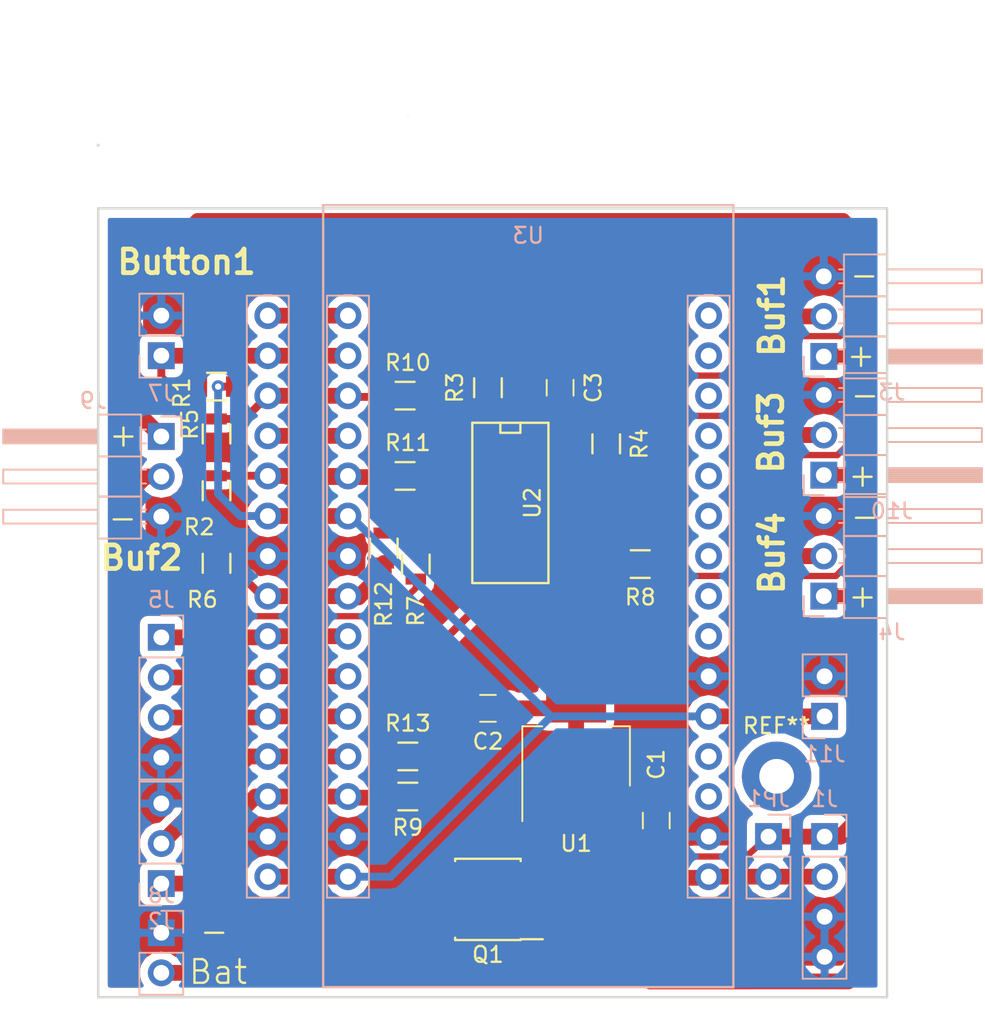
<source format=kicad_pcb>
(kicad_pcb (version 4) (host pcbnew 4.0.7)

  (general
    (links 95)
    (no_connects 0)
    (area 19.899999 35.899999 70.075001 90.075001)
    (thickness 1.6)
    (drawings 22)
    (tracks 285)
    (zones 0)
    (modules 32)
    (nets 40)
  )

  (page A4)
  (layers
    (0 F.Cu signal)
    (31 B.Cu signal)
    (32 B.Adhes user)
    (33 F.Adhes user)
    (34 B.Paste user)
    (35 F.Paste user)
    (36 B.SilkS user)
    (37 F.SilkS user)
    (38 B.Mask user)
    (39 F.Mask user)
    (40 Dwgs.User user)
    (41 Cmts.User user)
    (42 Eco1.User user)
    (43 Eco2.User user)
    (44 Edge.Cuts user)
    (45 Margin user)
    (46 B.CrtYd user)
    (47 F.CrtYd user)
    (48 B.Fab user)
    (49 F.Fab user)
  )

  (setup
    (last_trace_width 0.25)
    (user_trace_width 0.4)
    (user_trace_width 0.5)
    (user_trace_width 0.75)
    (user_trace_width 1)
    (trace_clearance 0.2)
    (zone_clearance 0.508)
    (zone_45_only no)
    (trace_min 0.2)
    (segment_width 0.2)
    (edge_width 0.15)
    (via_size 0.8)
    (via_drill 0.4)
    (via_min_size 0.4)
    (via_min_drill 0.3)
    (uvia_size 0.3)
    (uvia_drill 0.1)
    (uvias_allowed no)
    (uvia_min_size 0.2)
    (uvia_min_drill 0.1)
    (pcb_text_width 0.3)
    (pcb_text_size 1.5 1.5)
    (mod_edge_width 0.15)
    (mod_text_size 1 1)
    (mod_text_width 0.15)
    (pad_size 1.524 1.524)
    (pad_drill 0.762)
    (pad_to_mask_clearance 0.2)
    (aux_axis_origin 20 40)
    (visible_elements FFFFFF7F)
    (pcbplotparams
      (layerselection 0x011fc_80000001)
      (usegerberextensions true)
      (excludeedgelayer true)
      (linewidth 0.100000)
      (plotframeref false)
      (viasonmask false)
      (mode 1)
      (useauxorigin true)
      (hpglpennumber 1)
      (hpglpenspeed 20)
      (hpglpendiameter 15)
      (hpglpenoverlay 2)
      (psnegative false)
      (psa4output false)
      (plotreference true)
      (plotvalue true)
      (plotinvisibletext false)
      (padsonsilk false)
      (subtractmaskfromsilk false)
      (outputformat 1)
      (mirror false)
      (drillshape 0)
      (scaleselection 1)
      (outputdirectory GerbverV01/))
  )

  (net 0 "")
  (net 1 "Net-(U3-Pad1)")
  (net 2 "Net-(U3-Pad2)")
  (net 3 "Net-(U3-Pad3)")
  (net 4 "Net-(U3-Pad4)")
  (net 5 "Net-(U3-Pad5)")
  (net 6 "Net-(U3-Pad6)")
  (net 7 "Net-(U3-Pad7)")
  (net 8 "Net-(U3-Pad8)")
  (net 9 "Net-(U3-Pad9)")
  (net 10 GND)
  (net 11 +3V3)
  (net 12 "Net-(U3-Pad12)")
  (net 13 "Net-(U3-Pad13)")
  (net 14 +5V)
  (net 15 "Net-(U3-Pad27)")
  (net 16 "Net-(R11-Pad2)")
  (net 17 "Net-(U3-Pad30)")
  (net 18 /RX)
  (net 19 /H3)
  (net 20 /TX)
  (net 21 /H1)
  (net 22 "Net-(R10-Pad2)")
  (net 23 /H2)
  (net 24 "Net-(R12-Pad2)")
  (net 25 /BUT_1)
  (net 26 VPP)
  (net 27 "Net-(J8-Pad2)")
  (net 28 /STRIP_1)
  (net 29 "Net-(R3-Pad1)")
  (net 30 /STRIP_2)
  (net 31 "Net-(R7-Pad1)")
  (net 32 "Net-(R8-Pad2)")
  (net 33 /STRIP_4)
  (net 34 "Net-(R4-Pad2)")
  (net 35 /STRIP_3)
  (net 36 /BUF_3)
  (net 37 /BUF_4)
  (net 38 /BUF_1)
  (net 39 /BUF_2)

  (net_class Default "This is the default net class."
    (clearance 0.2)
    (trace_width 0.25)
    (via_dia 0.8)
    (via_drill 0.4)
    (uvia_dia 0.3)
    (uvia_drill 0.1)
    (add_net +3V3)
    (add_net +5V)
    (add_net /BUF_1)
    (add_net /BUF_2)
    (add_net /BUF_3)
    (add_net /BUF_4)
    (add_net /BUT_1)
    (add_net /H1)
    (add_net /H2)
    (add_net /H3)
    (add_net /RX)
    (add_net /STRIP_1)
    (add_net /STRIP_2)
    (add_net /STRIP_3)
    (add_net /STRIP_4)
    (add_net /TX)
    (add_net GND)
    (add_net "Net-(J8-Pad2)")
    (add_net "Net-(R10-Pad2)")
    (add_net "Net-(R11-Pad2)")
    (add_net "Net-(R12-Pad2)")
    (add_net "Net-(R3-Pad1)")
    (add_net "Net-(R4-Pad2)")
    (add_net "Net-(R7-Pad1)")
    (add_net "Net-(R8-Pad2)")
    (add_net "Net-(U3-Pad1)")
    (add_net "Net-(U3-Pad12)")
    (add_net "Net-(U3-Pad13)")
    (add_net "Net-(U3-Pad2)")
    (add_net "Net-(U3-Pad27)")
    (add_net "Net-(U3-Pad3)")
    (add_net "Net-(U3-Pad30)")
    (add_net "Net-(U3-Pad4)")
    (add_net "Net-(U3-Pad5)")
    (add_net "Net-(U3-Pad6)")
    (add_net "Net-(U3-Pad7)")
    (add_net "Net-(U3-Pad8)")
    (add_net "Net-(U3-Pad9)")
    (add_net VPP)
  )

  (module nodemcuv3:nodemcu_v3 (layer B.Cu) (tedit 59466A32) (tstamp 595DE36C)
    (at 30.75 43.5 180)
    (descr "Through hole straight socket strip, 1x15, 2.54mm pitch, single row")
    (tags "Through hole socket strip THT 1x15 2.54mm single row")
    (path /593F0B76)
    (fp_text reference U3 (at -16.51 1.778 180) (layer B.SilkS)
      (effects (font (size 1 1) (thickness 0.15)) (justify mirror))
    )
    (fp_text value NodeMCUv3 (at -16.51 -43.942 180) (layer B.Fab)
      (effects (font (size 1 1) (thickness 0.15)) (justify mirror))
    )
    (fp_line (start -1.27 -40.132) (end 1.27 -40.132) (layer B.Fab) (width 0.1))
    (fp_line (start -1.55 -40.402) (end 1.55 -40.402) (layer B.CrtYd) (width 0.05))
    (fp_line (start -1.55 -1.752) (end -1.55 -40.402) (layer B.CrtYd) (width 0.05))
    (fp_line (start -1.27 -2.032) (end -1.27 -40.132) (layer B.Fab) (width 0.1))
    (fp_line (start 1.27 -40.132) (end 1.27 -2.032) (layer B.Fab) (width 0.1))
    (fp_line (start -1.33 -2.032) (end -1.33 -40.192) (layer B.SilkS) (width 0.12))
    (fp_line (start -1.33 -40.192) (end 1.33 -40.192) (layer B.SilkS) (width 0.12))
    (fp_line (start 1.55 -1.752) (end -1.55 -1.752) (layer B.CrtYd) (width 0.05))
    (fp_line (start 1.27 -2.032) (end -1.27 -2.032) (layer B.SilkS) (width 0.12))
    (fp_line (start 1.55 -40.402) (end 1.55 -1.752) (layer B.CrtYd) (width 0.05))
    (fp_line (start 1.33 -40.192) (end 1.33 -2.032) (layer B.SilkS) (width 0.12))
    (fp_line (start 1.27 -2.032) (end -1.27 -2.032) (layer B.Fab) (width 0.1))
    (fp_line (start -29.21 -2.032) (end -29.21 -40.132) (layer B.Fab) (width 0.1))
    (fp_line (start -29.21 -40.132) (end -26.67 -40.132) (layer B.Fab) (width 0.1))
    (fp_line (start -26.67 -40.132) (end -26.67 -2.032) (layer B.Fab) (width 0.1))
    (fp_line (start -26.67 -2.032) (end -29.21 -2.032) (layer B.Fab) (width 0.1))
    (fp_line (start -29.27 -2.032) (end -29.27 -40.192) (layer B.SilkS) (width 0.12))
    (fp_line (start -29.27 -40.192) (end -26.61 -40.192) (layer B.SilkS) (width 0.12))
    (fp_line (start -26.61 -40.192) (end -26.61 -2.032) (layer B.SilkS) (width 0.12))
    (fp_line (start -26.67 -2.032) (end -29.21 -2.032) (layer B.SilkS) (width 0.12))
    (fp_line (start -29.49 -1.752) (end -29.49 -40.402) (layer B.CrtYd) (width 0.05))
    (fp_line (start -29.49 -40.402) (end -26.39 -40.402) (layer B.CrtYd) (width 0.05))
    (fp_line (start -26.39 -40.402) (end -26.39 -1.752) (layer B.CrtYd) (width 0.05))
    (fp_line (start -26.39 -1.752) (end -29.49 -1.752) (layer B.CrtYd) (width 0.05))
    (fp_line (start -3.81 -2.032) (end -6.35 -2.032) (layer B.Fab) (width 0.1))
    (fp_line (start -3.75 -40.192) (end -3.75 -2.032) (layer B.SilkS) (width 0.12))
    (fp_line (start -3.53 -40.402) (end -3.53 -1.752) (layer B.CrtYd) (width 0.05))
    (fp_line (start -3.81 -2.032) (end -6.35 -2.032) (layer B.SilkS) (width 0.12))
    (fp_line (start -3.53 -1.752) (end -6.63 -1.752) (layer B.CrtYd) (width 0.05))
    (fp_line (start -6.41 -40.192) (end -3.75 -40.192) (layer B.SilkS) (width 0.12))
    (fp_line (start -6.41 -2.032) (end -6.41 -40.192) (layer B.SilkS) (width 0.12))
    (fp_line (start -3.81 -40.132) (end -3.81 -2.032) (layer B.Fab) (width 0.1))
    (fp_line (start -6.35 -2.032) (end -6.35 -40.132) (layer B.Fab) (width 0.1))
    (fp_line (start -6.63 -1.752) (end -6.63 -40.402) (layer B.CrtYd) (width 0.05))
    (fp_line (start -6.63 -40.402) (end -3.53 -40.402) (layer B.CrtYd) (width 0.05))
    (fp_line (start -6.35 -40.132) (end -3.81 -40.132) (layer B.Fab) (width 0.1))
    (fp_line (start -29.51 3.698) (end -3.51 3.698) (layer B.SilkS) (width 0.15))
    (fp_line (start -8.89 9.398) (end -8.89 9.398) (layer B.SilkS) (width 0.05))
    (fp_line (start -29.51 3.698) (end -29.51 -45.862) (layer B.SilkS) (width 0.15))
    (fp_line (start 0.508 -2.032) (end 0.508 -2.032) (layer B.SilkS) (width 0.05))
    (fp_line (start -3.51 3.698) (end -3.51 -45.862) (layer B.SilkS) (width 0.15))
    (fp_line (start -29.51 -45.862) (end -3.51 -45.862) (layer B.SilkS) (width 0.15))
    (pad 29 thru_hole oval (at 0 -5.842 180) (size 1.7 1.7) (drill 1) (layers *.Cu *.Mask)
      (net 25 /BUT_1))
    (pad 23 thru_hole oval (at 0 -21.082 180) (size 1.7 1.7) (drill 1) (layers *.Cu *.Mask)
      (net 24 "Net-(R12-Pad2)"))
    (pad 21 thru_hole oval (at 0 -26.162 180) (size 1.7 1.7) (drill 1) (layers *.Cu *.Mask)
      (net 23 /H2))
    (pad 25 thru_hole oval (at 0 -16.002 180) (size 1.7 1.7) (drill 1) (layers *.Cu *.Mask)
      (net 11 +3V3))
    (pad 28 thru_hole oval (at 0 -8.382 180) (size 1.7 1.7) (drill 1) (layers *.Cu *.Mask)
      (net 22 "Net-(R10-Pad2)"))
    (pad 16 thru_hole oval (at 0 -38.862 180) (size 1.7 1.7) (drill 1) (layers *.Cu *.Mask)
      (net 11 +3V3))
    (pad 22 thru_hole oval (at 0 -23.622 180) (size 1.7 1.7) (drill 1) (layers *.Cu *.Mask)
      (net 21 /H1))
    (pad 18 thru_hole oval (at 0 -33.782 180) (size 1.7 1.7) (drill 1) (layers *.Cu *.Mask)
      (net 20 /TX))
    (pad 20 thru_hole oval (at 0 -28.702 180) (size 1.7 1.7) (drill 1) (layers *.Cu *.Mask)
      (net 19 /H3))
    (pad 19 thru_hole oval (at 0 -31.242 180) (size 1.7 1.7) (drill 1) (layers *.Cu *.Mask)
      (net 18 /RX))
    (pad 30 thru_hole circle (at 0 -3.302 180) (size 1.7 1.7) (drill 1) (layers *.Cu *.Mask)
      (net 17 "Net-(U3-Pad30)"))
    (pad 26 thru_hole oval (at 0 -13.462 180) (size 1.7 1.7) (drill 1) (layers *.Cu *.Mask)
      (net 16 "Net-(R11-Pad2)"))
    (pad 24 thru_hole oval (at 0 -18.542 180) (size 1.7 1.7) (drill 1) (layers *.Cu *.Mask)
      (net 10 GND))
    (pad 27 thru_hole oval (at 0 -10.922 180) (size 1.7 1.7) (drill 1) (layers *.Cu *.Mask)
      (net 15 "Net-(U3-Pad27)"))
    (pad 17 thru_hole oval (at 0 -36.322 180) (size 1.7 1.7) (drill 1) (layers *.Cu *.Mask)
      (net 10 GND))
    (pad 1 thru_hole circle (at -27.94 -3.302 180) (size 1.7 1.7) (drill 1) (layers *.Cu *.Mask)
      (net 1 "Net-(U3-Pad1)"))
    (pad 2 thru_hole oval (at -27.94 -5.842 180) (size 1.7 1.7) (drill 1) (layers *.Cu *.Mask)
      (net 2 "Net-(U3-Pad2)"))
    (pad 3 thru_hole oval (at -27.94 -8.382 180) (size 1.7 1.7) (drill 1) (layers *.Cu *.Mask)
      (net 3 "Net-(U3-Pad3)"))
    (pad 4 thru_hole oval (at -27.94 -10.922 180) (size 1.7 1.7) (drill 1) (layers *.Cu *.Mask)
      (net 4 "Net-(U3-Pad4)"))
    (pad 5 thru_hole oval (at -27.94 -13.462 180) (size 1.7 1.7) (drill 1) (layers *.Cu *.Mask)
      (net 5 "Net-(U3-Pad5)"))
    (pad 6 thru_hole oval (at -27.94 -16.002 180) (size 1.7 1.7) (drill 1) (layers *.Cu *.Mask)
      (net 6 "Net-(U3-Pad6)"))
    (pad 7 thru_hole oval (at -27.94 -18.542 180) (size 1.7 1.7) (drill 1) (layers *.Cu *.Mask)
      (net 7 "Net-(U3-Pad7)"))
    (pad 8 thru_hole oval (at -27.94 -21.082 180) (size 1.7 1.7) (drill 1) (layers *.Cu *.Mask)
      (net 8 "Net-(U3-Pad8)"))
    (pad 9 thru_hole oval (at -27.94 -23.622 180) (size 1.7 1.7) (drill 1) (layers *.Cu *.Mask)
      (net 9 "Net-(U3-Pad9)"))
    (pad 10 thru_hole oval (at -27.94 -26.162 180) (size 1.7 1.7) (drill 1) (layers *.Cu *.Mask)
      (net 10 GND))
    (pad 11 thru_hole oval (at -27.94 -28.702 180) (size 1.7 1.7) (drill 1) (layers *.Cu *.Mask)
      (net 11 +3V3))
    (pad 12 thru_hole oval (at -27.94 -31.242 180) (size 1.7 1.7) (drill 1) (layers *.Cu *.Mask)
      (net 12 "Net-(U3-Pad12)"))
    (pad 13 thru_hole oval (at -27.94 -33.782 180) (size 1.7 1.7) (drill 1) (layers *.Cu *.Mask)
      (net 13 "Net-(U3-Pad13)"))
    (pad 14 thru_hole oval (at -27.94 -36.322 180) (size 1.7 1.7) (drill 1) (layers *.Cu *.Mask)
      (net 10 GND))
    (pad 15 thru_hole oval (at -27.94 -38.862 180) (size 1.7 1.7) (drill 1) (layers *.Cu *.Mask)
      (net 14 +5V))
    (pad 17 thru_hole oval (at -5.08 -36.322 180) (size 1.7 1.7) (drill 1) (layers *.Cu *.Mask)
      (net 10 GND))
    (pad 27 thru_hole oval (at -5.08 -10.922 180) (size 1.7 1.7) (drill 1) (layers *.Cu *.Mask)
      (net 15 "Net-(U3-Pad27)"))
    (pad 24 thru_hole oval (at -5.08 -18.542 180) (size 1.7 1.7) (drill 1) (layers *.Cu *.Mask)
      (net 10 GND))
    (pad 26 thru_hole oval (at -5.08 -13.462 180) (size 1.7 1.7) (drill 1) (layers *.Cu *.Mask)
      (net 16 "Net-(R11-Pad2)"))
    (pad 30 thru_hole circle (at -5.08 -3.302 180) (size 1.7 1.7) (drill 1) (layers *.Cu *.Mask)
      (net 17 "Net-(U3-Pad30)"))
    (pad 19 thru_hole oval (at -5.08 -31.242 180) (size 1.7 1.7) (drill 1) (layers *.Cu *.Mask)
      (net 18 /RX))
    (pad 20 thru_hole oval (at -5.08 -28.702 180) (size 1.7 1.7) (drill 1) (layers *.Cu *.Mask)
      (net 19 /H3))
    (pad 18 thru_hole oval (at -5.08 -33.782 180) (size 1.7 1.7) (drill 1) (layers *.Cu *.Mask)
      (net 20 /TX))
    (pad 22 thru_hole oval (at -5.08 -23.622 180) (size 1.7 1.7) (drill 1) (layers *.Cu *.Mask)
      (net 21 /H1))
    (pad 16 thru_hole oval (at -5.08 -38.862 180) (size 1.7 1.7) (drill 1) (layers *.Cu *.Mask)
      (net 11 +3V3))
    (pad 28 thru_hole oval (at -5.08 -8.382 180) (size 1.7 1.7) (drill 1) (layers *.Cu *.Mask)
      (net 22 "Net-(R10-Pad2)"))
    (pad 25 thru_hole oval (at -5.08 -16.002 180) (size 1.7 1.7) (drill 1) (layers *.Cu *.Mask)
      (net 11 +3V3))
    (pad 21 thru_hole oval (at -5.08 -26.162 180) (size 1.7 1.7) (drill 1) (layers *.Cu *.Mask)
      (net 23 /H2))
    (pad 23 thru_hole oval (at -5.08 -21.082 180) (size 1.7 1.7) (drill 1) (layers *.Cu *.Mask)
      (net 24 "Net-(R12-Pad2)"))
    (pad 29 thru_hole oval (at -5.08 -5.842 180) (size 1.7 1.7) (drill 1) (layers *.Cu *.Mask)
      (net 25 /BUT_1))
    (model Socket_Strips.3dshapes/Socket_Strip_Straight_1x15_Pitch2.54mm.wrl
      (at (xyz 0.45 -0.7000000000000001 0))
      (scale (xyz 1 1 1))
      (rotate (xyz 0 0 90))
    )
    (model Socket_Strips.3dshapes/Socket_Strip_Straight_1x15_Pitch2.54mm.wrl
      (at (xyz -0.45 -0.7000000000000001 0))
      (scale (xyz 1 1 1))
      (rotate (xyz 0 0 90))
    )
  )

  (module Housings_SOIC:SOIC-8_3.9x4.9mm_Pitch1.27mm (layer F.Cu) (tedit 54130A77) (tstamp 595A33B3)
    (at 44.7 83.8 180)
    (descr "8-Lead Plastic Small Outline (SN) - Narrow, 3.90 mm Body [SOIC] (see Microchip Packaging Specification 00000049BS.pdf)")
    (tags "SOIC 1.27")
    (path /5945BE88)
    (attr smd)
    (fp_text reference Q1 (at 0 -3.5 180) (layer F.SilkS)
      (effects (font (size 1 1) (thickness 0.15)))
    )
    (fp_text value FDS4435BZ (at 0 3.5 180) (layer F.Fab)
      (effects (font (size 1 1) (thickness 0.15)))
    )
    (fp_line (start -0.95 -2.45) (end 1.95 -2.45) (layer F.Fab) (width 0.15))
    (fp_line (start 1.95 -2.45) (end 1.95 2.45) (layer F.Fab) (width 0.15))
    (fp_line (start 1.95 2.45) (end -1.95 2.45) (layer F.Fab) (width 0.15))
    (fp_line (start -1.95 2.45) (end -1.95 -1.45) (layer F.Fab) (width 0.15))
    (fp_line (start -1.95 -1.45) (end -0.95 -2.45) (layer F.Fab) (width 0.15))
    (fp_line (start -3.75 -2.75) (end -3.75 2.75) (layer F.CrtYd) (width 0.05))
    (fp_line (start 3.75 -2.75) (end 3.75 2.75) (layer F.CrtYd) (width 0.05))
    (fp_line (start -3.75 -2.75) (end 3.75 -2.75) (layer F.CrtYd) (width 0.05))
    (fp_line (start -3.75 2.75) (end 3.75 2.75) (layer F.CrtYd) (width 0.05))
    (fp_line (start -2.075 -2.575) (end -2.075 -2.525) (layer F.SilkS) (width 0.15))
    (fp_line (start 2.075 -2.575) (end 2.075 -2.43) (layer F.SilkS) (width 0.15))
    (fp_line (start 2.075 2.575) (end 2.075 2.43) (layer F.SilkS) (width 0.15))
    (fp_line (start -2.075 2.575) (end -2.075 2.43) (layer F.SilkS) (width 0.15))
    (fp_line (start -2.075 -2.575) (end 2.075 -2.575) (layer F.SilkS) (width 0.15))
    (fp_line (start -2.075 2.575) (end 2.075 2.575) (layer F.SilkS) (width 0.15))
    (fp_line (start -2.075 -2.525) (end -3.475 -2.525) (layer F.SilkS) (width 0.15))
    (pad 1 smd rect (at -2.7 -1.905 180) (size 1.55 0.6) (layers F.Cu F.Paste F.Mask)
      (net 26 VPP))
    (pad 2 smd rect (at -2.7 -0.635 180) (size 1.55 0.6) (layers F.Cu F.Paste F.Mask)
      (net 26 VPP))
    (pad 3 smd rect (at -2.7 0.635 180) (size 1.55 0.6) (layers F.Cu F.Paste F.Mask)
      (net 26 VPP))
    (pad 4 smd rect (at -2.7 1.905 180) (size 1.55 0.6) (layers F.Cu F.Paste F.Mask)
      (net 10 GND))
    (pad 5 smd rect (at 2.7 1.905 180) (size 1.55 0.6) (layers F.Cu F.Paste F.Mask)
      (net 27 "Net-(J8-Pad2)"))
    (pad 6 smd rect (at 2.7 0.635 180) (size 1.55 0.6) (layers F.Cu F.Paste F.Mask)
      (net 27 "Net-(J8-Pad2)"))
    (pad 7 smd rect (at 2.7 -0.635 180) (size 1.55 0.6) (layers F.Cu F.Paste F.Mask)
      (net 27 "Net-(J8-Pad2)"))
    (pad 8 smd rect (at 2.7 -1.905 180) (size 1.55 0.6) (layers F.Cu F.Paste F.Mask)
      (net 27 "Net-(J8-Pad2)"))
    (model Housings_SOIC.3dshapes/SOIC-8_3.9x4.9mm_Pitch1.27mm.wrl
      (at (xyz 0 0 0))
      (scale (xyz 1 1 1))
      (rotate (xyz 0 0 0))
    )
  )

  (module Mounting_Holes:MountingHole_2.2mm_M2_Pad locked (layer F.Cu) (tedit 56D1B4CB) (tstamp 5957A04E)
    (at 63 76)
    (descr "Mounting Hole 2.2mm, M2")
    (tags "mounting hole 2.2mm m2")
    (fp_text reference REF** (at 0 -3.2) (layer F.SilkS)
      (effects (font (size 1 1) (thickness 0.15)))
    )
    (fp_text value MountingHole_2.2mm_M2_Pad (at 0 3.2) (layer F.Fab)
      (effects (font (size 1 1) (thickness 0.15)))
    )
    (fp_circle (center 0 0) (end 2.45 0) (layer F.CrtYd) (width 0.05))
    (fp_circle (center 0 0) (end 2.2 0) (layer Cmts.User) (width 0.15))
    (pad 1 thru_hole circle (at 0 0) (size 4.4 4.4) (drill 2.2) (layers *.Cu *.Mask))
  )

  (module Pin_Headers:Pin_Header_Straight_1x03_Pitch2.54mm (layer B.Cu) (tedit 5862ED52) (tstamp 595DE752)
    (at 24 82.8)
    (descr "Through hole straight pin header, 1x03, 2.54mm pitch, single row")
    (tags "Through hole pin header THT 1x03 2.54mm single row")
    (path /593F43D5)
    (fp_text reference J2 (at 0 2.39) (layer B.SilkS)
      (effects (font (size 1 1) (thickness 0.15)) (justify mirror))
    )
    (fp_text value UART (at 0 -7.47) (layer B.Fab)
      (effects (font (size 1 1) (thickness 0.15)) (justify mirror))
    )
    (fp_line (start -1.27 1.27) (end -1.27 -6.35) (layer B.Fab) (width 0.1))
    (fp_line (start -1.27 -6.35) (end 1.27 -6.35) (layer B.Fab) (width 0.1))
    (fp_line (start 1.27 -6.35) (end 1.27 1.27) (layer B.Fab) (width 0.1))
    (fp_line (start 1.27 1.27) (end -1.27 1.27) (layer B.Fab) (width 0.1))
    (fp_line (start -1.39 -1.27) (end -1.39 -6.47) (layer B.SilkS) (width 0.12))
    (fp_line (start -1.39 -6.47) (end 1.39 -6.47) (layer B.SilkS) (width 0.12))
    (fp_line (start 1.39 -6.47) (end 1.39 -1.27) (layer B.SilkS) (width 0.12))
    (fp_line (start 1.39 -1.27) (end -1.39 -1.27) (layer B.SilkS) (width 0.12))
    (fp_line (start -1.39 0) (end -1.39 1.39) (layer B.SilkS) (width 0.12))
    (fp_line (start -1.39 1.39) (end 0 1.39) (layer B.SilkS) (width 0.12))
    (fp_line (start -1.6 1.6) (end -1.6 -6.6) (layer B.CrtYd) (width 0.05))
    (fp_line (start -1.6 -6.6) (end 1.6 -6.6) (layer B.CrtYd) (width 0.05))
    (fp_line (start 1.6 -6.6) (end 1.6 1.6) (layer B.CrtYd) (width 0.05))
    (fp_line (start 1.6 1.6) (end -1.6 1.6) (layer B.CrtYd) (width 0.05))
    (pad 1 thru_hole rect (at 0 0) (size 1.7 1.7) (drill 1) (layers *.Cu *.Mask)
      (net 20 /TX))
    (pad 2 thru_hole oval (at 0 -2.54) (size 1.7 1.7) (drill 1) (layers *.Cu *.Mask)
      (net 18 /RX))
    (pad 3 thru_hole oval (at 0 -5.08) (size 1.7 1.7) (drill 1) (layers *.Cu *.Mask)
      (net 10 GND))
    (model Pin_Headers.3dshapes/Pin_Header_Straight_1x03_Pitch2.54mm.wrl
      (at (xyz 0 -0.1 0))
      (scale (xyz 1 1 1))
      (rotate (xyz 0 0 90))
    )
  )

  (module Pin_Headers:Pin_Header_Straight_1x04_Pitch2.54mm (layer B.Cu) (tedit 5862ED52) (tstamp 595E52A1)
    (at 66.04 79.82 180)
    (descr "Through hole straight pin header, 1x04, 2.54mm pitch, single row")
    (tags "Through hole pin header THT 1x04 2.54mm single row")
    (path /593F4F83)
    (fp_text reference J1 (at 0 2.39 180) (layer B.SilkS)
      (effects (font (size 1 1) (thickness 0.15)) (justify mirror))
    )
    (fp_text value VPP (at 0 -10.01 180) (layer B.Fab)
      (effects (font (size 1 1) (thickness 0.15)) (justify mirror))
    )
    (fp_line (start -1.27 1.27) (end -1.27 -8.89) (layer B.Fab) (width 0.1))
    (fp_line (start -1.27 -8.89) (end 1.27 -8.89) (layer B.Fab) (width 0.1))
    (fp_line (start 1.27 -8.89) (end 1.27 1.27) (layer B.Fab) (width 0.1))
    (fp_line (start 1.27 1.27) (end -1.27 1.27) (layer B.Fab) (width 0.1))
    (fp_line (start -1.39 -1.27) (end -1.39 -9.01) (layer B.SilkS) (width 0.12))
    (fp_line (start -1.39 -9.01) (end 1.39 -9.01) (layer B.SilkS) (width 0.12))
    (fp_line (start 1.39 -9.01) (end 1.39 -1.27) (layer B.SilkS) (width 0.12))
    (fp_line (start 1.39 -1.27) (end -1.39 -1.27) (layer B.SilkS) (width 0.12))
    (fp_line (start -1.39 0) (end -1.39 1.39) (layer B.SilkS) (width 0.12))
    (fp_line (start -1.39 1.39) (end 0 1.39) (layer B.SilkS) (width 0.12))
    (fp_line (start -1.6 1.6) (end -1.6 -9.2) (layer B.CrtYd) (width 0.05))
    (fp_line (start -1.6 -9.2) (end 1.6 -9.2) (layer B.CrtYd) (width 0.05))
    (fp_line (start 1.6 -9.2) (end 1.6 1.6) (layer B.CrtYd) (width 0.05))
    (fp_line (start 1.6 1.6) (end -1.6 1.6) (layer B.CrtYd) (width 0.05))
    (pad 1 thru_hole rect (at 0 0 180) (size 1.7 1.7) (drill 1) (layers *.Cu *.Mask)
      (net 26 VPP))
    (pad 2 thru_hole oval (at 0 -2.54 180) (size 1.7 1.7) (drill 1) (layers *.Cu *.Mask)
      (net 14 +5V))
    (pad 3 thru_hole oval (at 0 -5.08 180) (size 1.7 1.7) (drill 1) (layers *.Cu *.Mask)
      (net 10 GND))
    (pad 4 thru_hole oval (at 0 -7.62 180) (size 1.7 1.7) (drill 1) (layers *.Cu *.Mask)
      (net 10 GND))
    (model Pin_Headers.3dshapes/Pin_Header_Straight_1x04_Pitch2.54mm.wrl
      (at (xyz 0 -0.15 0))
      (scale (xyz 1 1 1))
      (rotate (xyz 0 0 90))
    )
  )

  (module Resistors_SMD:R_0805 (layer F.Cu) (tedit 59FF467D) (tstamp 595DE5F9)
    (at 27.5 54.3 90)
    (descr "Resistor SMD 0805, reflow soldering, Vishay (see dcrcw.pdf)")
    (tags "resistor 0805")
    (path /5945C541)
    (attr smd)
    (fp_text reference R5 (at 0.6 -1.7 90) (layer F.SilkS)
      (effects (font (size 1 1) (thickness 0.15)))
    )
    (fp_text value 10k (at 0 2.1 90) (layer F.Fab)
      (effects (font (size 1 1) (thickness 0.15)))
    )
    (fp_line (start -1 0.625) (end -1 -0.625) (layer F.Fab) (width 0.1))
    (fp_line (start 1 0.625) (end -1 0.625) (layer F.Fab) (width 0.1))
    (fp_line (start 1 -0.625) (end 1 0.625) (layer F.Fab) (width 0.1))
    (fp_line (start -1 -0.625) (end 1 -0.625) (layer F.Fab) (width 0.1))
    (fp_line (start -1.6 -1) (end 1.6 -1) (layer F.CrtYd) (width 0.05))
    (fp_line (start -1.6 1) (end 1.6 1) (layer F.CrtYd) (width 0.05))
    (fp_line (start -1.6 -1) (end -1.6 1) (layer F.CrtYd) (width 0.05))
    (fp_line (start 1.6 -1) (end 1.6 1) (layer F.CrtYd) (width 0.05))
    (fp_line (start 0.6 0.875) (end -0.6 0.875) (layer F.SilkS) (width 0.15))
    (fp_line (start -0.6 -0.875) (end 0.6 -0.875) (layer F.SilkS) (width 0.15))
    (pad 1 smd rect (at -0.95 0 90) (size 0.7 1.3) (layers F.Cu F.Paste F.Mask)
      (net 10 GND))
    (pad 2 smd rect (at 0.95 0 90) (size 0.7 1.3) (layers F.Cu F.Paste F.Mask)
      (net 22 "Net-(R10-Pad2)"))
    (model Resistors_SMD.3dshapes/R_0805.wrl
      (at (xyz 0 0 0))
      (scale (xyz 1 1 1))
      (rotate (xyz 0 0 0))
    )
  )

  (module Capacitors_SMD:C_0805 (layer F.Cu) (tedit 5415D6EA) (tstamp 595DECB2)
    (at 44.704 71.692 180)
    (descr "Capacitor SMD 0805, reflow soldering, AVX (see smccp.pdf)")
    (tags "capacitor 0805")
    (path /593F7950)
    (attr smd)
    (fp_text reference C2 (at 0 -2.1 180) (layer F.SilkS)
      (effects (font (size 1 1) (thickness 0.15)))
    )
    (fp_text value 22uF (at 0 2.1 180) (layer F.Fab)
      (effects (font (size 1 1) (thickness 0.15)))
    )
    (fp_line (start -1 0.625) (end -1 -0.625) (layer F.Fab) (width 0.1))
    (fp_line (start 1 0.625) (end -1 0.625) (layer F.Fab) (width 0.1))
    (fp_line (start 1 -0.625) (end 1 0.625) (layer F.Fab) (width 0.1))
    (fp_line (start -1 -0.625) (end 1 -0.625) (layer F.Fab) (width 0.1))
    (fp_line (start -1.8 -1) (end 1.8 -1) (layer F.CrtYd) (width 0.05))
    (fp_line (start -1.8 1) (end 1.8 1) (layer F.CrtYd) (width 0.05))
    (fp_line (start -1.8 -1) (end -1.8 1) (layer F.CrtYd) (width 0.05))
    (fp_line (start 1.8 -1) (end 1.8 1) (layer F.CrtYd) (width 0.05))
    (fp_line (start 0.5 -0.85) (end -0.5 -0.85) (layer F.SilkS) (width 0.12))
    (fp_line (start -0.5 0.85) (end 0.5 0.85) (layer F.SilkS) (width 0.12))
    (pad 1 smd rect (at -1 0 180) (size 1 1.25) (layers F.Cu F.Paste F.Mask)
      (net 14 +5V))
    (pad 2 smd rect (at 1 0 180) (size 1 1.25) (layers F.Cu F.Paste F.Mask)
      (net 10 GND))
    (model Capacitors_SMD.3dshapes/C_0805.wrl
      (at (xyz 0 0 0))
      (scale (xyz 1 1 1))
      (rotate (xyz 0 0 0))
    )
  )

  (module Capacitors_SMD:C_0805 (layer F.Cu) (tedit 5415D6EA) (tstamp 595DEC84)
    (at 49.276 51.372 270)
    (descr "Capacitor SMD 0805, reflow soldering, AVX (see smccp.pdf)")
    (tags "capacitor 0805")
    (path /5942F9D6)
    (attr smd)
    (fp_text reference C3 (at 0 -2.1 270) (layer F.SilkS)
      (effects (font (size 1 1) (thickness 0.15)))
    )
    (fp_text value 100nF (at 0 2.1 270) (layer F.Fab)
      (effects (font (size 1 1) (thickness 0.15)))
    )
    (fp_line (start -0.5 0.85) (end 0.5 0.85) (layer F.SilkS) (width 0.12))
    (fp_line (start 0.5 -0.85) (end -0.5 -0.85) (layer F.SilkS) (width 0.12))
    (fp_line (start 1.8 -1) (end 1.8 1) (layer F.CrtYd) (width 0.05))
    (fp_line (start -1.8 -1) (end -1.8 1) (layer F.CrtYd) (width 0.05))
    (fp_line (start -1.8 1) (end 1.8 1) (layer F.CrtYd) (width 0.05))
    (fp_line (start -1.8 -1) (end 1.8 -1) (layer F.CrtYd) (width 0.05))
    (fp_line (start -1 -0.625) (end 1 -0.625) (layer F.Fab) (width 0.1))
    (fp_line (start 1 -0.625) (end 1 0.625) (layer F.Fab) (width 0.1))
    (fp_line (start 1 0.625) (end -1 0.625) (layer F.Fab) (width 0.1))
    (fp_line (start -1 0.625) (end -1 -0.625) (layer F.Fab) (width 0.1))
    (pad 2 smd rect (at 1 0 270) (size 1 1.25) (layers F.Cu F.Paste F.Mask)
      (net 14 +5V))
    (pad 1 smd rect (at -1 0 270) (size 1 1.25) (layers F.Cu F.Paste F.Mask)
      (net 10 GND))
    (model Capacitors_SMD.3dshapes/C_0805.wrl
      (at (xyz 0 0 0))
      (scale (xyz 1 1 1))
      (rotate (xyz 0 0 0))
    )
  )

  (module Capacitors_SMD:C_0805 (layer F.Cu) (tedit 5415D6EA) (tstamp 595DEC56)
    (at 55.372 78.804 90)
    (descr "Capacitor SMD 0805, reflow soldering, AVX (see smccp.pdf)")
    (tags "capacitor 0805")
    (path /593F77E1)
    (attr smd)
    (fp_text reference C1 (at 3.556 0 90) (layer F.SilkS)
      (effects (font (size 1 1) (thickness 0.15)))
    )
    (fp_text value 10uF (at 0 2.1 90) (layer F.Fab)
      (effects (font (size 1 1) (thickness 0.15)))
    )
    (fp_line (start -1 0.625) (end -1 -0.625) (layer F.Fab) (width 0.1))
    (fp_line (start 1 0.625) (end -1 0.625) (layer F.Fab) (width 0.1))
    (fp_line (start 1 -0.625) (end 1 0.625) (layer F.Fab) (width 0.1))
    (fp_line (start -1 -0.625) (end 1 -0.625) (layer F.Fab) (width 0.1))
    (fp_line (start -1.8 -1) (end 1.8 -1) (layer F.CrtYd) (width 0.05))
    (fp_line (start -1.8 1) (end 1.8 1) (layer F.CrtYd) (width 0.05))
    (fp_line (start -1.8 -1) (end -1.8 1) (layer F.CrtYd) (width 0.05))
    (fp_line (start 1.8 -1) (end 1.8 1) (layer F.CrtYd) (width 0.05))
    (fp_line (start 0.5 -0.85) (end -0.5 -0.85) (layer F.SilkS) (width 0.12))
    (fp_line (start -0.5 0.85) (end 0.5 0.85) (layer F.SilkS) (width 0.12))
    (pad 1 smd rect (at -1 0 90) (size 1 1.25) (layers F.Cu F.Paste F.Mask)
      (net 26 VPP))
    (pad 2 smd rect (at 1 0 90) (size 1 1.25) (layers F.Cu F.Paste F.Mask)
      (net 10 GND))
    (model Capacitors_SMD.3dshapes/C_0805.wrl
      (at (xyz 0 0 0))
      (scale (xyz 1 1 1))
      (rotate (xyz 0 0 0))
    )
  )

  (module Pin_Headers:Pin_Header_Angled_1x03_Pitch2.54mm (layer B.Cu) (tedit 5862ED52) (tstamp 595DEBB4)
    (at 65.9892 49.3908)
    (descr "Through hole angled pin header, 1x03, 2.54mm pitch, 6mm pin length, single row")
    (tags "Through hole angled pin header THT 1x03 2.54mm single row")
    (path /593DC9AA)
    (fp_text reference J3 (at 4.315 2.27) (layer B.SilkS)
      (effects (font (size 1 1) (thickness 0.15)) (justify mirror))
    )
    (fp_text value "Strip 1" (at 4.315 -7.35) (layer B.Fab)
      (effects (font (size 1 1) (thickness 0.15)) (justify mirror))
    )
    (fp_line (start 10.2 1.6) (end -1.6 1.6) (layer B.CrtYd) (width 0.05))
    (fp_line (start 10.2 -6.6) (end 10.2 1.6) (layer B.CrtYd) (width 0.05))
    (fp_line (start -1.6 -6.6) (end 10.2 -6.6) (layer B.CrtYd) (width 0.05))
    (fp_line (start -1.6 1.6) (end -1.6 -6.6) (layer B.CrtYd) (width 0.05))
    (fp_line (start -1.27 1.27) (end 0 1.27) (layer B.SilkS) (width 0.12))
    (fp_line (start -1.27 0) (end -1.27 1.27) (layer B.SilkS) (width 0.12))
    (fp_line (start 0.97 -5.52) (end 1.28 -5.52) (layer B.SilkS) (width 0.12))
    (fp_line (start 0.97 -4.64) (end 1.28 -4.64) (layer B.SilkS) (width 0.12))
    (fp_line (start 10.02 -4.64) (end 4.02 -4.64) (layer B.SilkS) (width 0.12))
    (fp_line (start 10.02 -5.52) (end 10.02 -4.64) (layer B.SilkS) (width 0.12))
    (fp_line (start 4.02 -5.52) (end 10.02 -5.52) (layer B.SilkS) (width 0.12))
    (fp_line (start 4.02 -4.64) (end 4.02 -5.52) (layer B.SilkS) (width 0.12))
    (fp_line (start 4.02 -3.81) (end 1.28 -3.81) (layer B.SilkS) (width 0.12))
    (fp_line (start 4.02 -6.47) (end 4.02 -3.81) (layer B.SilkS) (width 0.12))
    (fp_line (start 1.28 -6.47) (end 4.02 -6.47) (layer B.SilkS) (width 0.12))
    (fp_line (start 1.28 -3.81) (end 1.28 -6.47) (layer B.SilkS) (width 0.12))
    (fp_line (start 0.97 -2.98) (end 1.28 -2.98) (layer B.SilkS) (width 0.12))
    (fp_line (start 0.97 -2.1) (end 1.28 -2.1) (layer B.SilkS) (width 0.12))
    (fp_line (start 10.02 -2.1) (end 4.02 -2.1) (layer B.SilkS) (width 0.12))
    (fp_line (start 10.02 -2.98) (end 10.02 -2.1) (layer B.SilkS) (width 0.12))
    (fp_line (start 4.02 -2.98) (end 10.02 -2.98) (layer B.SilkS) (width 0.12))
    (fp_line (start 4.02 -2.1) (end 4.02 -2.98) (layer B.SilkS) (width 0.12))
    (fp_line (start 4.02 -1.27) (end 1.28 -1.27) (layer B.SilkS) (width 0.12))
    (fp_line (start 4.02 -3.81) (end 4.02 -1.27) (layer B.SilkS) (width 0.12))
    (fp_line (start 1.28 -3.81) (end 4.02 -3.81) (layer B.SilkS) (width 0.12))
    (fp_line (start 1.28 -1.27) (end 1.28 -3.81) (layer B.SilkS) (width 0.12))
    (fp_line (start 4.02 -0.4) (end 10.02 -0.4) (layer B.SilkS) (width 0.12))
    (fp_line (start 4.02 -0.28) (end 10.02 -0.28) (layer B.SilkS) (width 0.12))
    (fp_line (start 4.02 -0.16) (end 10.02 -0.16) (layer B.SilkS) (width 0.12))
    (fp_line (start 4.02 -0.04) (end 10.02 -0.04) (layer B.SilkS) (width 0.12))
    (fp_line (start 4.02 0.08) (end 10.02 0.08) (layer B.SilkS) (width 0.12))
    (fp_line (start 4.02 0.2) (end 10.02 0.2) (layer B.SilkS) (width 0.12))
    (fp_line (start 4.02 0.32) (end 10.02 0.32) (layer B.SilkS) (width 0.12))
    (fp_line (start 0.97 -0.44) (end 1.28 -0.44) (layer B.SilkS) (width 0.12))
    (fp_line (start 0.97 0.44) (end 1.28 0.44) (layer B.SilkS) (width 0.12))
    (fp_line (start 10.02 0.44) (end 4.02 0.44) (layer B.SilkS) (width 0.12))
    (fp_line (start 10.02 -0.44) (end 10.02 0.44) (layer B.SilkS) (width 0.12))
    (fp_line (start 4.02 -0.44) (end 10.02 -0.44) (layer B.SilkS) (width 0.12))
    (fp_line (start 4.02 0.44) (end 4.02 -0.44) (layer B.SilkS) (width 0.12))
    (fp_line (start 4.02 1.39) (end 1.28 1.39) (layer B.SilkS) (width 0.12))
    (fp_line (start 4.02 -1.27) (end 4.02 1.39) (layer B.SilkS) (width 0.12))
    (fp_line (start 1.28 -1.27) (end 4.02 -1.27) (layer B.SilkS) (width 0.12))
    (fp_line (start 1.28 1.39) (end 1.28 -1.27) (layer B.SilkS) (width 0.12))
    (fp_line (start 9.9 -4.76) (end 0 -4.76) (layer B.Fab) (width 0.1))
    (fp_line (start 9.9 -5.4) (end 9.9 -4.76) (layer B.Fab) (width 0.1))
    (fp_line (start 0 -5.4) (end 9.9 -5.4) (layer B.Fab) (width 0.1))
    (fp_line (start 0 -4.76) (end 0 -5.4) (layer B.Fab) (width 0.1))
    (fp_line (start 3.9 -3.81) (end 1.4 -3.81) (layer B.Fab) (width 0.1))
    (fp_line (start 3.9 -6.35) (end 3.9 -3.81) (layer B.Fab) (width 0.1))
    (fp_line (start 1.4 -6.35) (end 3.9 -6.35) (layer B.Fab) (width 0.1))
    (fp_line (start 1.4 -3.81) (end 1.4 -6.35) (layer B.Fab) (width 0.1))
    (fp_line (start 9.9 -2.22) (end 0 -2.22) (layer B.Fab) (width 0.1))
    (fp_line (start 9.9 -2.86) (end 9.9 -2.22) (layer B.Fab) (width 0.1))
    (fp_line (start 0 -2.86) (end 9.9 -2.86) (layer B.Fab) (width 0.1))
    (fp_line (start 0 -2.22) (end 0 -2.86) (layer B.Fab) (width 0.1))
    (fp_line (start 3.9 -1.27) (end 1.4 -1.27) (layer B.Fab) (width 0.1))
    (fp_line (start 3.9 -3.81) (end 3.9 -1.27) (layer B.Fab) (width 0.1))
    (fp_line (start 1.4 -3.81) (end 3.9 -3.81) (layer B.Fab) (width 0.1))
    (fp_line (start 1.4 -1.27) (end 1.4 -3.81) (layer B.Fab) (width 0.1))
    (fp_line (start 9.9 0.32) (end 0 0.32) (layer B.Fab) (width 0.1))
    (fp_line (start 9.9 -0.32) (end 9.9 0.32) (layer B.Fab) (width 0.1))
    (fp_line (start 0 -0.32) (end 9.9 -0.32) (layer B.Fab) (width 0.1))
    (fp_line (start 0 0.32) (end 0 -0.32) (layer B.Fab) (width 0.1))
    (fp_line (start 3.9 1.27) (end 1.4 1.27) (layer B.Fab) (width 0.1))
    (fp_line (start 3.9 -1.27) (end 3.9 1.27) (layer B.Fab) (width 0.1))
    (fp_line (start 1.4 -1.27) (end 3.9 -1.27) (layer B.Fab) (width 0.1))
    (fp_line (start 1.4 1.27) (end 1.4 -1.27) (layer B.Fab) (width 0.1))
    (pad 3 thru_hole oval (at 0 -5.08) (size 1.7 1.7) (drill 1) (layers *.Cu *.Mask)
      (net 10 GND))
    (pad 2 thru_hole oval (at 0 -2.54) (size 1.7 1.7) (drill 1) (layers *.Cu *.Mask)
      (net 38 /BUF_1))
    (pad 1 thru_hole rect (at 0 0) (size 1.7 1.7) (drill 1) (layers *.Cu *.Mask)
      (net 26 VPP))
    (model Pin_Headers.3dshapes/Pin_Header_Angled_1x03_Pitch2.54mm.wrl
      (at (xyz 0 -0.1 0))
      (scale (xyz 1 1 1))
      (rotate (xyz 0 0 90))
    )
  )

  (module Pin_Headers:Pin_Header_Angled_1x03_Pitch2.54mm (layer B.Cu) (tedit 5862ED52) (tstamp 595DEAD8)
    (at 65.9892 64.58)
    (descr "Through hole angled pin header, 1x03, 2.54mm pitch, 6mm pin length, single row")
    (tags "Through hole angled pin header THT 1x03 2.54mm single row")
    (path /593F28AF)
    (fp_text reference J4 (at 4.315 2.27) (layer B.SilkS)
      (effects (font (size 1 1) (thickness 0.15)) (justify mirror))
    )
    (fp_text value "Strip 4" (at 4.315 -7.35) (layer B.Fab)
      (effects (font (size 1 1) (thickness 0.15)) (justify mirror))
    )
    (fp_line (start 1.4 1.27) (end 1.4 -1.27) (layer B.Fab) (width 0.1))
    (fp_line (start 1.4 -1.27) (end 3.9 -1.27) (layer B.Fab) (width 0.1))
    (fp_line (start 3.9 -1.27) (end 3.9 1.27) (layer B.Fab) (width 0.1))
    (fp_line (start 3.9 1.27) (end 1.4 1.27) (layer B.Fab) (width 0.1))
    (fp_line (start 0 0.32) (end 0 -0.32) (layer B.Fab) (width 0.1))
    (fp_line (start 0 -0.32) (end 9.9 -0.32) (layer B.Fab) (width 0.1))
    (fp_line (start 9.9 -0.32) (end 9.9 0.32) (layer B.Fab) (width 0.1))
    (fp_line (start 9.9 0.32) (end 0 0.32) (layer B.Fab) (width 0.1))
    (fp_line (start 1.4 -1.27) (end 1.4 -3.81) (layer B.Fab) (width 0.1))
    (fp_line (start 1.4 -3.81) (end 3.9 -3.81) (layer B.Fab) (width 0.1))
    (fp_line (start 3.9 -3.81) (end 3.9 -1.27) (layer B.Fab) (width 0.1))
    (fp_line (start 3.9 -1.27) (end 1.4 -1.27) (layer B.Fab) (width 0.1))
    (fp_line (start 0 -2.22) (end 0 -2.86) (layer B.Fab) (width 0.1))
    (fp_line (start 0 -2.86) (end 9.9 -2.86) (layer B.Fab) (width 0.1))
    (fp_line (start 9.9 -2.86) (end 9.9 -2.22) (layer B.Fab) (width 0.1))
    (fp_line (start 9.9 -2.22) (end 0 -2.22) (layer B.Fab) (width 0.1))
    (fp_line (start 1.4 -3.81) (end 1.4 -6.35) (layer B.Fab) (width 0.1))
    (fp_line (start 1.4 -6.35) (end 3.9 -6.35) (layer B.Fab) (width 0.1))
    (fp_line (start 3.9 -6.35) (end 3.9 -3.81) (layer B.Fab) (width 0.1))
    (fp_line (start 3.9 -3.81) (end 1.4 -3.81) (layer B.Fab) (width 0.1))
    (fp_line (start 0 -4.76) (end 0 -5.4) (layer B.Fab) (width 0.1))
    (fp_line (start 0 -5.4) (end 9.9 -5.4) (layer B.Fab) (width 0.1))
    (fp_line (start 9.9 -5.4) (end 9.9 -4.76) (layer B.Fab) (width 0.1))
    (fp_line (start 9.9 -4.76) (end 0 -4.76) (layer B.Fab) (width 0.1))
    (fp_line (start 1.28 1.39) (end 1.28 -1.27) (layer B.SilkS) (width 0.12))
    (fp_line (start 1.28 -1.27) (end 4.02 -1.27) (layer B.SilkS) (width 0.12))
    (fp_line (start 4.02 -1.27) (end 4.02 1.39) (layer B.SilkS) (width 0.12))
    (fp_line (start 4.02 1.39) (end 1.28 1.39) (layer B.SilkS) (width 0.12))
    (fp_line (start 4.02 0.44) (end 4.02 -0.44) (layer B.SilkS) (width 0.12))
    (fp_line (start 4.02 -0.44) (end 10.02 -0.44) (layer B.SilkS) (width 0.12))
    (fp_line (start 10.02 -0.44) (end 10.02 0.44) (layer B.SilkS) (width 0.12))
    (fp_line (start 10.02 0.44) (end 4.02 0.44) (layer B.SilkS) (width 0.12))
    (fp_line (start 0.97 0.44) (end 1.28 0.44) (layer B.SilkS) (width 0.12))
    (fp_line (start 0.97 -0.44) (end 1.28 -0.44) (layer B.SilkS) (width 0.12))
    (fp_line (start 4.02 0.32) (end 10.02 0.32) (layer B.SilkS) (width 0.12))
    (fp_line (start 4.02 0.2) (end 10.02 0.2) (layer B.SilkS) (width 0.12))
    (fp_line (start 4.02 0.08) (end 10.02 0.08) (layer B.SilkS) (width 0.12))
    (fp_line (start 4.02 -0.04) (end 10.02 -0.04) (layer B.SilkS) (width 0.12))
    (fp_line (start 4.02 -0.16) (end 10.02 -0.16) (layer B.SilkS) (width 0.12))
    (fp_line (start 4.02 -0.28) (end 10.02 -0.28) (layer B.SilkS) (width 0.12))
    (fp_line (start 4.02 -0.4) (end 10.02 -0.4) (layer B.SilkS) (width 0.12))
    (fp_line (start 1.28 -1.27) (end 1.28 -3.81) (layer B.SilkS) (width 0.12))
    (fp_line (start 1.28 -3.81) (end 4.02 -3.81) (layer B.SilkS) (width 0.12))
    (fp_line (start 4.02 -3.81) (end 4.02 -1.27) (layer B.SilkS) (width 0.12))
    (fp_line (start 4.02 -1.27) (end 1.28 -1.27) (layer B.SilkS) (width 0.12))
    (fp_line (start 4.02 -2.1) (end 4.02 -2.98) (layer B.SilkS) (width 0.12))
    (fp_line (start 4.02 -2.98) (end 10.02 -2.98) (layer B.SilkS) (width 0.12))
    (fp_line (start 10.02 -2.98) (end 10.02 -2.1) (layer B.SilkS) (width 0.12))
    (fp_line (start 10.02 -2.1) (end 4.02 -2.1) (layer B.SilkS) (width 0.12))
    (fp_line (start 0.97 -2.1) (end 1.28 -2.1) (layer B.SilkS) (width 0.12))
    (fp_line (start 0.97 -2.98) (end 1.28 -2.98) (layer B.SilkS) (width 0.12))
    (fp_line (start 1.28 -3.81) (end 1.28 -6.47) (layer B.SilkS) (width 0.12))
    (fp_line (start 1.28 -6.47) (end 4.02 -6.47) (layer B.SilkS) (width 0.12))
    (fp_line (start 4.02 -6.47) (end 4.02 -3.81) (layer B.SilkS) (width 0.12))
    (fp_line (start 4.02 -3.81) (end 1.28 -3.81) (layer B.SilkS) (width 0.12))
    (fp_line (start 4.02 -4.64) (end 4.02 -5.52) (layer B.SilkS) (width 0.12))
    (fp_line (start 4.02 -5.52) (end 10.02 -5.52) (layer B.SilkS) (width 0.12))
    (fp_line (start 10.02 -5.52) (end 10.02 -4.64) (layer B.SilkS) (width 0.12))
    (fp_line (start 10.02 -4.64) (end 4.02 -4.64) (layer B.SilkS) (width 0.12))
    (fp_line (start 0.97 -4.64) (end 1.28 -4.64) (layer B.SilkS) (width 0.12))
    (fp_line (start 0.97 -5.52) (end 1.28 -5.52) (layer B.SilkS) (width 0.12))
    (fp_line (start -1.27 0) (end -1.27 1.27) (layer B.SilkS) (width 0.12))
    (fp_line (start -1.27 1.27) (end 0 1.27) (layer B.SilkS) (width 0.12))
    (fp_line (start -1.6 1.6) (end -1.6 -6.6) (layer B.CrtYd) (width 0.05))
    (fp_line (start -1.6 -6.6) (end 10.2 -6.6) (layer B.CrtYd) (width 0.05))
    (fp_line (start 10.2 -6.6) (end 10.2 1.6) (layer B.CrtYd) (width 0.05))
    (fp_line (start 10.2 1.6) (end -1.6 1.6) (layer B.CrtYd) (width 0.05))
    (pad 1 thru_hole rect (at 0 0) (size 1.7 1.7) (drill 1) (layers *.Cu *.Mask)
      (net 26 VPP))
    (pad 2 thru_hole oval (at 0 -2.54) (size 1.7 1.7) (drill 1) (layers *.Cu *.Mask)
      (net 37 /BUF_4))
    (pad 3 thru_hole oval (at 0 -5.08) (size 1.7 1.7) (drill 1) (layers *.Cu *.Mask)
      (net 10 GND))
    (model Pin_Headers.3dshapes/Pin_Header_Angled_1x03_Pitch2.54mm.wrl
      (at (xyz 0 -0.1 0))
      (scale (xyz 1 1 1))
      (rotate (xyz 0 0 90))
    )
  )

  (module Pin_Headers:Pin_Header_Angled_1x03_Pitch2.54mm (layer B.Cu) (tedit 5862ED52) (tstamp 595DE9FC)
    (at 24 54.46 180)
    (descr "Through hole angled pin header, 1x03, 2.54mm pitch, 6mm pin length, single row")
    (tags "Through hole angled pin header THT 1x03 2.54mm single row")
    (path /593DC8D7)
    (fp_text reference J9 (at 4.315 2.27 180) (layer B.SilkS)
      (effects (font (size 1 1) (thickness 0.15)) (justify mirror))
    )
    (fp_text value "Strip 2" (at 4.315 -7.35 180) (layer B.Fab)
      (effects (font (size 1 1) (thickness 0.15)) (justify mirror))
    )
    (fp_line (start 10.2 1.6) (end -1.6 1.6) (layer B.CrtYd) (width 0.05))
    (fp_line (start 10.2 -6.6) (end 10.2 1.6) (layer B.CrtYd) (width 0.05))
    (fp_line (start -1.6 -6.6) (end 10.2 -6.6) (layer B.CrtYd) (width 0.05))
    (fp_line (start -1.6 1.6) (end -1.6 -6.6) (layer B.CrtYd) (width 0.05))
    (fp_line (start -1.27 1.27) (end 0 1.27) (layer B.SilkS) (width 0.12))
    (fp_line (start -1.27 0) (end -1.27 1.27) (layer B.SilkS) (width 0.12))
    (fp_line (start 0.97 -5.52) (end 1.28 -5.52) (layer B.SilkS) (width 0.12))
    (fp_line (start 0.97 -4.64) (end 1.28 -4.64) (layer B.SilkS) (width 0.12))
    (fp_line (start 10.02 -4.64) (end 4.02 -4.64) (layer B.SilkS) (width 0.12))
    (fp_line (start 10.02 -5.52) (end 10.02 -4.64) (layer B.SilkS) (width 0.12))
    (fp_line (start 4.02 -5.52) (end 10.02 -5.52) (layer B.SilkS) (width 0.12))
    (fp_line (start 4.02 -4.64) (end 4.02 -5.52) (layer B.SilkS) (width 0.12))
    (fp_line (start 4.02 -3.81) (end 1.28 -3.81) (layer B.SilkS) (width 0.12))
    (fp_line (start 4.02 -6.47) (end 4.02 -3.81) (layer B.SilkS) (width 0.12))
    (fp_line (start 1.28 -6.47) (end 4.02 -6.47) (layer B.SilkS) (width 0.12))
    (fp_line (start 1.28 -3.81) (end 1.28 -6.47) (layer B.SilkS) (width 0.12))
    (fp_line (start 0.97 -2.98) (end 1.28 -2.98) (layer B.SilkS) (width 0.12))
    (fp_line (start 0.97 -2.1) (end 1.28 -2.1) (layer B.SilkS) (width 0.12))
    (fp_line (start 10.02 -2.1) (end 4.02 -2.1) (layer B.SilkS) (width 0.12))
    (fp_line (start 10.02 -2.98) (end 10.02 -2.1) (layer B.SilkS) (width 0.12))
    (fp_line (start 4.02 -2.98) (end 10.02 -2.98) (layer B.SilkS) (width 0.12))
    (fp_line (start 4.02 -2.1) (end 4.02 -2.98) (layer B.SilkS) (width 0.12))
    (fp_line (start 4.02 -1.27) (end 1.28 -1.27) (layer B.SilkS) (width 0.12))
    (fp_line (start 4.02 -3.81) (end 4.02 -1.27) (layer B.SilkS) (width 0.12))
    (fp_line (start 1.28 -3.81) (end 4.02 -3.81) (layer B.SilkS) (width 0.12))
    (fp_line (start 1.28 -1.27) (end 1.28 -3.81) (layer B.SilkS) (width 0.12))
    (fp_line (start 4.02 -0.4) (end 10.02 -0.4) (layer B.SilkS) (width 0.12))
    (fp_line (start 4.02 -0.28) (end 10.02 -0.28) (layer B.SilkS) (width 0.12))
    (fp_line (start 4.02 -0.16) (end 10.02 -0.16) (layer B.SilkS) (width 0.12))
    (fp_line (start 4.02 -0.04) (end 10.02 -0.04) (layer B.SilkS) (width 0.12))
    (fp_line (start 4.02 0.08) (end 10.02 0.08) (layer B.SilkS) (width 0.12))
    (fp_line (start 4.02 0.2) (end 10.02 0.2) (layer B.SilkS) (width 0.12))
    (fp_line (start 4.02 0.32) (end 10.02 0.32) (layer B.SilkS) (width 0.12))
    (fp_line (start 0.97 -0.44) (end 1.28 -0.44) (layer B.SilkS) (width 0.12))
    (fp_line (start 0.97 0.44) (end 1.28 0.44) (layer B.SilkS) (width 0.12))
    (fp_line (start 10.02 0.44) (end 4.02 0.44) (layer B.SilkS) (width 0.12))
    (fp_line (start 10.02 -0.44) (end 10.02 0.44) (layer B.SilkS) (width 0.12))
    (fp_line (start 4.02 -0.44) (end 10.02 -0.44) (layer B.SilkS) (width 0.12))
    (fp_line (start 4.02 0.44) (end 4.02 -0.44) (layer B.SilkS) (width 0.12))
    (fp_line (start 4.02 1.39) (end 1.28 1.39) (layer B.SilkS) (width 0.12))
    (fp_line (start 4.02 -1.27) (end 4.02 1.39) (layer B.SilkS) (width 0.12))
    (fp_line (start 1.28 -1.27) (end 4.02 -1.27) (layer B.SilkS) (width 0.12))
    (fp_line (start 1.28 1.39) (end 1.28 -1.27) (layer B.SilkS) (width 0.12))
    (fp_line (start 9.9 -4.76) (end 0 -4.76) (layer B.Fab) (width 0.1))
    (fp_line (start 9.9 -5.4) (end 9.9 -4.76) (layer B.Fab) (width 0.1))
    (fp_line (start 0 -5.4) (end 9.9 -5.4) (layer B.Fab) (width 0.1))
    (fp_line (start 0 -4.76) (end 0 -5.4) (layer B.Fab) (width 0.1))
    (fp_line (start 3.9 -3.81) (end 1.4 -3.81) (layer B.Fab) (width 0.1))
    (fp_line (start 3.9 -6.35) (end 3.9 -3.81) (layer B.Fab) (width 0.1))
    (fp_line (start 1.4 -6.35) (end 3.9 -6.35) (layer B.Fab) (width 0.1))
    (fp_line (start 1.4 -3.81) (end 1.4 -6.35) (layer B.Fab) (width 0.1))
    (fp_line (start 9.9 -2.22) (end 0 -2.22) (layer B.Fab) (width 0.1))
    (fp_line (start 9.9 -2.86) (end 9.9 -2.22) (layer B.Fab) (width 0.1))
    (fp_line (start 0 -2.86) (end 9.9 -2.86) (layer B.Fab) (width 0.1))
    (fp_line (start 0 -2.22) (end 0 -2.86) (layer B.Fab) (width 0.1))
    (fp_line (start 3.9 -1.27) (end 1.4 -1.27) (layer B.Fab) (width 0.1))
    (fp_line (start 3.9 -3.81) (end 3.9 -1.27) (layer B.Fab) (width 0.1))
    (fp_line (start 1.4 -3.81) (end 3.9 -3.81) (layer B.Fab) (width 0.1))
    (fp_line (start 1.4 -1.27) (end 1.4 -3.81) (layer B.Fab) (width 0.1))
    (fp_line (start 9.9 0.32) (end 0 0.32) (layer B.Fab) (width 0.1))
    (fp_line (start 9.9 -0.32) (end 9.9 0.32) (layer B.Fab) (width 0.1))
    (fp_line (start 0 -0.32) (end 9.9 -0.32) (layer B.Fab) (width 0.1))
    (fp_line (start 0 0.32) (end 0 -0.32) (layer B.Fab) (width 0.1))
    (fp_line (start 3.9 1.27) (end 1.4 1.27) (layer B.Fab) (width 0.1))
    (fp_line (start 3.9 -1.27) (end 3.9 1.27) (layer B.Fab) (width 0.1))
    (fp_line (start 1.4 -1.27) (end 3.9 -1.27) (layer B.Fab) (width 0.1))
    (fp_line (start 1.4 1.27) (end 1.4 -1.27) (layer B.Fab) (width 0.1))
    (pad 3 thru_hole oval (at 0 -5.08 180) (size 1.7 1.7) (drill 1) (layers *.Cu *.Mask)
      (net 10 GND))
    (pad 2 thru_hole oval (at 0 -2.54 180) (size 1.7 1.7) (drill 1) (layers *.Cu *.Mask)
      (net 39 /BUF_2))
    (pad 1 thru_hole rect (at 0 0 180) (size 1.7 1.7) (drill 1) (layers *.Cu *.Mask)
      (net 26 VPP))
    (model Pin_Headers.3dshapes/Pin_Header_Angled_1x03_Pitch2.54mm.wrl
      (at (xyz 0 -0.1 0))
      (scale (xyz 1 1 1))
      (rotate (xyz 0 0 90))
    )
  )

  (module Pin_Headers:Pin_Header_Angled_1x03_Pitch2.54mm (layer B.Cu) (tedit 5862ED52) (tstamp 595DE920)
    (at 65.9892 56.9092)
    (descr "Through hole angled pin header, 1x03, 2.54mm pitch, 6mm pin length, single row")
    (tags "Through hole angled pin header THT 1x03 2.54mm single row")
    (path /593F28A9)
    (fp_text reference J10 (at 4.315 2.27) (layer B.SilkS)
      (effects (font (size 1 1) (thickness 0.15)) (justify mirror))
    )
    (fp_text value "Strip 3" (at 4.315 -7.35) (layer B.Fab)
      (effects (font (size 1 1) (thickness 0.15)) (justify mirror))
    )
    (fp_line (start 1.4 1.27) (end 1.4 -1.27) (layer B.Fab) (width 0.1))
    (fp_line (start 1.4 -1.27) (end 3.9 -1.27) (layer B.Fab) (width 0.1))
    (fp_line (start 3.9 -1.27) (end 3.9 1.27) (layer B.Fab) (width 0.1))
    (fp_line (start 3.9 1.27) (end 1.4 1.27) (layer B.Fab) (width 0.1))
    (fp_line (start 0 0.32) (end 0 -0.32) (layer B.Fab) (width 0.1))
    (fp_line (start 0 -0.32) (end 9.9 -0.32) (layer B.Fab) (width 0.1))
    (fp_line (start 9.9 -0.32) (end 9.9 0.32) (layer B.Fab) (width 0.1))
    (fp_line (start 9.9 0.32) (end 0 0.32) (layer B.Fab) (width 0.1))
    (fp_line (start 1.4 -1.27) (end 1.4 -3.81) (layer B.Fab) (width 0.1))
    (fp_line (start 1.4 -3.81) (end 3.9 -3.81) (layer B.Fab) (width 0.1))
    (fp_line (start 3.9 -3.81) (end 3.9 -1.27) (layer B.Fab) (width 0.1))
    (fp_line (start 3.9 -1.27) (end 1.4 -1.27) (layer B.Fab) (width 0.1))
    (fp_line (start 0 -2.22) (end 0 -2.86) (layer B.Fab) (width 0.1))
    (fp_line (start 0 -2.86) (end 9.9 -2.86) (layer B.Fab) (width 0.1))
    (fp_line (start 9.9 -2.86) (end 9.9 -2.22) (layer B.Fab) (width 0.1))
    (fp_line (start 9.9 -2.22) (end 0 -2.22) (layer B.Fab) (width 0.1))
    (fp_line (start 1.4 -3.81) (end 1.4 -6.35) (layer B.Fab) (width 0.1))
    (fp_line (start 1.4 -6.35) (end 3.9 -6.35) (layer B.Fab) (width 0.1))
    (fp_line (start 3.9 -6.35) (end 3.9 -3.81) (layer B.Fab) (width 0.1))
    (fp_line (start 3.9 -3.81) (end 1.4 -3.81) (layer B.Fab) (width 0.1))
    (fp_line (start 0 -4.76) (end 0 -5.4) (layer B.Fab) (width 0.1))
    (fp_line (start 0 -5.4) (end 9.9 -5.4) (layer B.Fab) (width 0.1))
    (fp_line (start 9.9 -5.4) (end 9.9 -4.76) (layer B.Fab) (width 0.1))
    (fp_line (start 9.9 -4.76) (end 0 -4.76) (layer B.Fab) (width 0.1))
    (fp_line (start 1.28 1.39) (end 1.28 -1.27) (layer B.SilkS) (width 0.12))
    (fp_line (start 1.28 -1.27) (end 4.02 -1.27) (layer B.SilkS) (width 0.12))
    (fp_line (start 4.02 -1.27) (end 4.02 1.39) (layer B.SilkS) (width 0.12))
    (fp_line (start 4.02 1.39) (end 1.28 1.39) (layer B.SilkS) (width 0.12))
    (fp_line (start 4.02 0.44) (end 4.02 -0.44) (layer B.SilkS) (width 0.12))
    (fp_line (start 4.02 -0.44) (end 10.02 -0.44) (layer B.SilkS) (width 0.12))
    (fp_line (start 10.02 -0.44) (end 10.02 0.44) (layer B.SilkS) (width 0.12))
    (fp_line (start 10.02 0.44) (end 4.02 0.44) (layer B.SilkS) (width 0.12))
    (fp_line (start 0.97 0.44) (end 1.28 0.44) (layer B.SilkS) (width 0.12))
    (fp_line (start 0.97 -0.44) (end 1.28 -0.44) (layer B.SilkS) (width 0.12))
    (fp_line (start 4.02 0.32) (end 10.02 0.32) (layer B.SilkS) (width 0.12))
    (fp_line (start 4.02 0.2) (end 10.02 0.2) (layer B.SilkS) (width 0.12))
    (fp_line (start 4.02 0.08) (end 10.02 0.08) (layer B.SilkS) (width 0.12))
    (fp_line (start 4.02 -0.04) (end 10.02 -0.04) (layer B.SilkS) (width 0.12))
    (fp_line (start 4.02 -0.16) (end 10.02 -0.16) (layer B.SilkS) (width 0.12))
    (fp_line (start 4.02 -0.28) (end 10.02 -0.28) (layer B.SilkS) (width 0.12))
    (fp_line (start 4.02 -0.4) (end 10.02 -0.4) (layer B.SilkS) (width 0.12))
    (fp_line (start 1.28 -1.27) (end 1.28 -3.81) (layer B.SilkS) (width 0.12))
    (fp_line (start 1.28 -3.81) (end 4.02 -3.81) (layer B.SilkS) (width 0.12))
    (fp_line (start 4.02 -3.81) (end 4.02 -1.27) (layer B.SilkS) (width 0.12))
    (fp_line (start 4.02 -1.27) (end 1.28 -1.27) (layer B.SilkS) (width 0.12))
    (fp_line (start 4.02 -2.1) (end 4.02 -2.98) (layer B.SilkS) (width 0.12))
    (fp_line (start 4.02 -2.98) (end 10.02 -2.98) (layer B.SilkS) (width 0.12))
    (fp_line (start 10.02 -2.98) (end 10.02 -2.1) (layer B.SilkS) (width 0.12))
    (fp_line (start 10.02 -2.1) (end 4.02 -2.1) (layer B.SilkS) (width 0.12))
    (fp_line (start 0.97 -2.1) (end 1.28 -2.1) (layer B.SilkS) (width 0.12))
    (fp_line (start 0.97 -2.98) (end 1.28 -2.98) (layer B.SilkS) (width 0.12))
    (fp_line (start 1.28 -3.81) (end 1.28 -6.47) (layer B.SilkS) (width 0.12))
    (fp_line (start 1.28 -6.47) (end 4.02 -6.47) (layer B.SilkS) (width 0.12))
    (fp_line (start 4.02 -6.47) (end 4.02 -3.81) (layer B.SilkS) (width 0.12))
    (fp_line (start 4.02 -3.81) (end 1.28 -3.81) (layer B.SilkS) (width 0.12))
    (fp_line (start 4.02 -4.64) (end 4.02 -5.52) (layer B.SilkS) (width 0.12))
    (fp_line (start 4.02 -5.52) (end 10.02 -5.52) (layer B.SilkS) (width 0.12))
    (fp_line (start 10.02 -5.52) (end 10.02 -4.64) (layer B.SilkS) (width 0.12))
    (fp_line (start 10.02 -4.64) (end 4.02 -4.64) (layer B.SilkS) (width 0.12))
    (fp_line (start 0.97 -4.64) (end 1.28 -4.64) (layer B.SilkS) (width 0.12))
    (fp_line (start 0.97 -5.52) (end 1.28 -5.52) (layer B.SilkS) (width 0.12))
    (fp_line (start -1.27 0) (end -1.27 1.27) (layer B.SilkS) (width 0.12))
    (fp_line (start -1.27 1.27) (end 0 1.27) (layer B.SilkS) (width 0.12))
    (fp_line (start -1.6 1.6) (end -1.6 -6.6) (layer B.CrtYd) (width 0.05))
    (fp_line (start -1.6 -6.6) (end 10.2 -6.6) (layer B.CrtYd) (width 0.05))
    (fp_line (start 10.2 -6.6) (end 10.2 1.6) (layer B.CrtYd) (width 0.05))
    (fp_line (start 10.2 1.6) (end -1.6 1.6) (layer B.CrtYd) (width 0.05))
    (pad 1 thru_hole rect (at 0 0) (size 1.7 1.7) (drill 1) (layers *.Cu *.Mask)
      (net 26 VPP))
    (pad 2 thru_hole oval (at 0 -2.54) (size 1.7 1.7) (drill 1) (layers *.Cu *.Mask)
      (net 36 /BUF_3))
    (pad 3 thru_hole oval (at 0 -5.08) (size 1.7 1.7) (drill 1) (layers *.Cu *.Mask)
      (net 10 GND))
    (model Pin_Headers.3dshapes/Pin_Header_Angled_1x03_Pitch2.54mm.wrl
      (at (xyz 0 -0.1 0))
      (scale (xyz 1 1 1))
      (rotate (xyz 0 0 90))
    )
  )

  (module Pin_Headers:Pin_Header_Straight_1x02_Pitch2.54mm (layer B.Cu) (tedit 5862ED52) (tstamp 595DE8B0)
    (at 62.484 79.82 180)
    (descr "Through hole straight pin header, 1x02, 2.54mm pitch, single row")
    (tags "Through hole pin header THT 1x02 2.54mm single row")
    (path /593F936D)
    (fp_text reference JP1 (at 0 2.39 180) (layer B.SilkS)
      (effects (font (size 1 1) (thickness 0.15)) (justify mirror))
    )
    (fp_text value "Reg Bypass" (at 0 -4.93 180) (layer B.Fab)
      (effects (font (size 1 1) (thickness 0.15)) (justify mirror))
    )
    (fp_line (start 1.6 1.6) (end -1.6 1.6) (layer B.CrtYd) (width 0.05))
    (fp_line (start 1.6 -4.1) (end 1.6 1.6) (layer B.CrtYd) (width 0.05))
    (fp_line (start -1.6 -4.1) (end 1.6 -4.1) (layer B.CrtYd) (width 0.05))
    (fp_line (start -1.6 1.6) (end -1.6 -4.1) (layer B.CrtYd) (width 0.05))
    (fp_line (start -1.39 1.39) (end 0 1.39) (layer B.SilkS) (width 0.12))
    (fp_line (start -1.39 0) (end -1.39 1.39) (layer B.SilkS) (width 0.12))
    (fp_line (start 1.39 -1.27) (end -1.39 -1.27) (layer B.SilkS) (width 0.12))
    (fp_line (start 1.39 -3.93) (end 1.39 -1.27) (layer B.SilkS) (width 0.12))
    (fp_line (start -1.39 -3.93) (end 1.39 -3.93) (layer B.SilkS) (width 0.12))
    (fp_line (start -1.39 -1.27) (end -1.39 -3.93) (layer B.SilkS) (width 0.12))
    (fp_line (start 1.27 1.27) (end -1.27 1.27) (layer B.Fab) (width 0.1))
    (fp_line (start 1.27 -3.81) (end 1.27 1.27) (layer B.Fab) (width 0.1))
    (fp_line (start -1.27 -3.81) (end 1.27 -3.81) (layer B.Fab) (width 0.1))
    (fp_line (start -1.27 1.27) (end -1.27 -3.81) (layer B.Fab) (width 0.1))
    (pad 2 thru_hole oval (at 0 -2.54 180) (size 1.7 1.7) (drill 1) (layers *.Cu *.Mask)
      (net 14 +5V))
    (pad 1 thru_hole rect (at 0 0 180) (size 1.7 1.7) (drill 1) (layers *.Cu *.Mask)
      (net 26 VPP))
    (model Pin_Headers.3dshapes/Pin_Header_Straight_1x02_Pitch2.54mm.wrl
      (at (xyz 0 -0.05 0))
      (scale (xyz 1 1 1))
      (rotate (xyz 0 0 90))
    )
  )

  (module Pin_Headers:Pin_Header_Straight_1x02_Pitch2.54mm (layer B.Cu) (tedit 5862ED52) (tstamp 595DE876)
    (at 66.04 72.2)
    (descr "Through hole straight pin header, 1x02, 2.54mm pitch, single row")
    (tags "Through hole pin header THT 1x02 2.54mm single row")
    (path /593F4F3B)
    (fp_text reference J11 (at 0 2.39) (layer B.SilkS)
      (effects (font (size 1 1) (thickness 0.15)) (justify mirror))
    )
    (fp_text value 3V3 (at 0 -4.93) (layer B.Fab)
      (effects (font (size 1 1) (thickness 0.15)) (justify mirror))
    )
    (fp_line (start -1.27 1.27) (end -1.27 -3.81) (layer B.Fab) (width 0.1))
    (fp_line (start -1.27 -3.81) (end 1.27 -3.81) (layer B.Fab) (width 0.1))
    (fp_line (start 1.27 -3.81) (end 1.27 1.27) (layer B.Fab) (width 0.1))
    (fp_line (start 1.27 1.27) (end -1.27 1.27) (layer B.Fab) (width 0.1))
    (fp_line (start -1.39 -1.27) (end -1.39 -3.93) (layer B.SilkS) (width 0.12))
    (fp_line (start -1.39 -3.93) (end 1.39 -3.93) (layer B.SilkS) (width 0.12))
    (fp_line (start 1.39 -3.93) (end 1.39 -1.27) (layer B.SilkS) (width 0.12))
    (fp_line (start 1.39 -1.27) (end -1.39 -1.27) (layer B.SilkS) (width 0.12))
    (fp_line (start -1.39 0) (end -1.39 1.39) (layer B.SilkS) (width 0.12))
    (fp_line (start -1.39 1.39) (end 0 1.39) (layer B.SilkS) (width 0.12))
    (fp_line (start -1.6 1.6) (end -1.6 -4.1) (layer B.CrtYd) (width 0.05))
    (fp_line (start -1.6 -4.1) (end 1.6 -4.1) (layer B.CrtYd) (width 0.05))
    (fp_line (start 1.6 -4.1) (end 1.6 1.6) (layer B.CrtYd) (width 0.05))
    (fp_line (start 1.6 1.6) (end -1.6 1.6) (layer B.CrtYd) (width 0.05))
    (pad 1 thru_hole rect (at 0 0) (size 1.7 1.7) (drill 1) (layers *.Cu *.Mask)
      (net 11 +3V3))
    (pad 2 thru_hole oval (at 0 -2.54) (size 1.7 1.7) (drill 1) (layers *.Cu *.Mask)
      (net 10 GND))
    (model Pin_Headers.3dshapes/Pin_Header_Straight_1x02_Pitch2.54mm.wrl
      (at (xyz 0 -0.05 0))
      (scale (xyz 1 1 1))
      (rotate (xyz 0 0 90))
    )
  )

  (module Pin_Headers:Pin_Header_Straight_1x02_Pitch2.54mm (layer B.Cu) (tedit 5862ED52) (tstamp 595DE83C)
    (at 24 49.34)
    (descr "Through hole straight pin header, 1x02, 2.54mm pitch, single row")
    (tags "Through hole pin header THT 1x02 2.54mm single row")
    (path /593DC9FC)
    (fp_text reference J7 (at 0 2.39) (layer B.SilkS)
      (effects (font (size 1 1) (thickness 0.15)) (justify mirror))
    )
    (fp_text value Button (at 0 -4.93) (layer B.Fab)
      (effects (font (size 1 1) (thickness 0.15)) (justify mirror))
    )
    (fp_line (start 1.6 1.6) (end -1.6 1.6) (layer B.CrtYd) (width 0.05))
    (fp_line (start 1.6 -4.1) (end 1.6 1.6) (layer B.CrtYd) (width 0.05))
    (fp_line (start -1.6 -4.1) (end 1.6 -4.1) (layer B.CrtYd) (width 0.05))
    (fp_line (start -1.6 1.6) (end -1.6 -4.1) (layer B.CrtYd) (width 0.05))
    (fp_line (start -1.39 1.39) (end 0 1.39) (layer B.SilkS) (width 0.12))
    (fp_line (start -1.39 0) (end -1.39 1.39) (layer B.SilkS) (width 0.12))
    (fp_line (start 1.39 -1.27) (end -1.39 -1.27) (layer B.SilkS) (width 0.12))
    (fp_line (start 1.39 -3.93) (end 1.39 -1.27) (layer B.SilkS) (width 0.12))
    (fp_line (start -1.39 -3.93) (end 1.39 -3.93) (layer B.SilkS) (width 0.12))
    (fp_line (start -1.39 -1.27) (end -1.39 -3.93) (layer B.SilkS) (width 0.12))
    (fp_line (start 1.27 1.27) (end -1.27 1.27) (layer B.Fab) (width 0.1))
    (fp_line (start 1.27 -3.81) (end 1.27 1.27) (layer B.Fab) (width 0.1))
    (fp_line (start -1.27 -3.81) (end 1.27 -3.81) (layer B.Fab) (width 0.1))
    (fp_line (start -1.27 1.27) (end -1.27 -3.81) (layer B.Fab) (width 0.1))
    (pad 2 thru_hole oval (at 0 -2.54) (size 1.7 1.7) (drill 1) (layers *.Cu *.Mask)
      (net 10 GND))
    (pad 1 thru_hole rect (at 0 0) (size 1.7 1.7) (drill 1) (layers *.Cu *.Mask)
      (net 25 /BUT_1))
    (model Pin_Headers.3dshapes/Pin_Header_Straight_1x02_Pitch2.54mm.wrl
      (at (xyz 0 -0.05 0))
      (scale (xyz 1 1 1))
      (rotate (xyz 0 0 90))
    )
  )

  (module Pin_Headers:Pin_Header_Straight_1x02_Pitch2.54mm (layer B.Cu) (tedit 59FF4876) (tstamp 595DE78E)
    (at 24 85.916 180)
    (descr "Through hole straight pin header, 1x02, 2.54mm pitch, single row")
    (tags "Through hole pin header THT 1x02 2.54mm single row")
    (path /593DC85A)
    (fp_text reference J8 (at 0 2.39 180) (layer B.SilkS)
      (effects (font (size 1 1) (thickness 0.15)) (justify mirror))
    )
    (fp_text value "Power IN" (at 0 -4.93 180) (layer B.Fab)
      (effects (font (size 1 1) (thickness 0.15)) (justify mirror))
    )
    (fp_line (start -1.27 1.27) (end -1.27 -3.81) (layer B.Fab) (width 0.1))
    (fp_line (start -1.27 -3.81) (end 1.27 -3.81) (layer B.Fab) (width 0.1))
    (fp_line (start 1.27 -3.81) (end 1.27 1.27) (layer B.Fab) (width 0.1))
    (fp_line (start 1.27 1.27) (end -1.27 1.27) (layer B.Fab) (width 0.1))
    (fp_line (start -1.39 -1.27) (end -1.39 -3.93) (layer B.SilkS) (width 0.12))
    (fp_line (start -1.39 -3.93) (end 1.39 -3.93) (layer B.SilkS) (width 0.12))
    (fp_line (start 1.39 -3.93) (end 1.39 -1.27) (layer B.SilkS) (width 0.12))
    (fp_line (start 1.39 -1.27) (end -1.39 -1.27) (layer B.SilkS) (width 0.12))
    (fp_line (start -1.39 0) (end -1.39 1.39) (layer B.SilkS) (width 0.12))
    (fp_line (start -1.39 1.39) (end 0 1.39) (layer B.SilkS) (width 0.12))
    (fp_line (start -1.6 1.6) (end -1.6 -4.1) (layer B.CrtYd) (width 0.05))
    (fp_line (start -1.6 -4.1) (end 1.6 -4.1) (layer B.CrtYd) (width 0.05))
    (fp_line (start 1.6 -4.1) (end 1.6 1.6) (layer B.CrtYd) (width 0.05))
    (fp_line (start 1.6 1.6) (end -1.6 1.6) (layer B.CrtYd) (width 0.05))
    (pad 1 thru_hole rect (at 0 0 180) (size 1.7 1.7) (drill 1) (layers *.Cu *.Mask)
      (net 10 GND))
    (pad 2 thru_hole oval (at 0 -2.54 180) (size 1.7 1.7) (drill 1) (layers *.Cu *.Mask)
      (net 27 "Net-(J8-Pad2)"))
    (model Pin_Headers.3dshapes/Pin_Header_Straight_1x02_Pitch2.54mm.wrl
      (at (xyz 0 -0.05 0))
      (scale (xyz 1 1 1))
      (rotate (xyz 0 0 90))
    )
  )

  (module Pin_Headers:Pin_Header_Straight_1x04_Pitch2.54mm (layer B.Cu) (tedit 5862ED52) (tstamp 595DE713)
    (at 24 67.193 180)
    (descr "Through hole straight pin header, 1x04, 2.54mm pitch, single row")
    (tags "Through hole pin header THT 1x04 2.54mm single row")
    (path /593F4607)
    (fp_text reference J5 (at 0 2.39 180) (layer B.SilkS)
      (effects (font (size 1 1) (thickness 0.15)) (justify mirror))
    )
    (fp_text value RES (at 0 -10.01 180) (layer B.Fab)
      (effects (font (size 1 1) (thickness 0.15)) (justify mirror))
    )
    (fp_line (start -1.27 1.27) (end -1.27 -8.89) (layer B.Fab) (width 0.1))
    (fp_line (start -1.27 -8.89) (end 1.27 -8.89) (layer B.Fab) (width 0.1))
    (fp_line (start 1.27 -8.89) (end 1.27 1.27) (layer B.Fab) (width 0.1))
    (fp_line (start 1.27 1.27) (end -1.27 1.27) (layer B.Fab) (width 0.1))
    (fp_line (start -1.39 -1.27) (end -1.39 -9.01) (layer B.SilkS) (width 0.12))
    (fp_line (start -1.39 -9.01) (end 1.39 -9.01) (layer B.SilkS) (width 0.12))
    (fp_line (start 1.39 -9.01) (end 1.39 -1.27) (layer B.SilkS) (width 0.12))
    (fp_line (start 1.39 -1.27) (end -1.39 -1.27) (layer B.SilkS) (width 0.12))
    (fp_line (start -1.39 0) (end -1.39 1.39) (layer B.SilkS) (width 0.12))
    (fp_line (start -1.39 1.39) (end 0 1.39) (layer B.SilkS) (width 0.12))
    (fp_line (start -1.6 1.6) (end -1.6 -9.2) (layer B.CrtYd) (width 0.05))
    (fp_line (start -1.6 -9.2) (end 1.6 -9.2) (layer B.CrtYd) (width 0.05))
    (fp_line (start 1.6 -9.2) (end 1.6 1.6) (layer B.CrtYd) (width 0.05))
    (fp_line (start 1.6 1.6) (end -1.6 1.6) (layer B.CrtYd) (width 0.05))
    (pad 1 thru_hole rect (at 0 0 180) (size 1.7 1.7) (drill 1) (layers *.Cu *.Mask)
      (net 21 /H1))
    (pad 2 thru_hole oval (at 0 -2.54 180) (size 1.7 1.7) (drill 1) (layers *.Cu *.Mask)
      (net 23 /H2))
    (pad 3 thru_hole oval (at 0 -5.08 180) (size 1.7 1.7) (drill 1) (layers *.Cu *.Mask)
      (net 19 /H3))
    (pad 4 thru_hole oval (at 0 -7.62 180) (size 1.7 1.7) (drill 1) (layers *.Cu *.Mask)
      (net 10 GND))
    (model Pin_Headers.3dshapes/Pin_Header_Straight_1x04_Pitch2.54mm.wrl
      (at (xyz 0 -0.15 0))
      (scale (xyz 1 1 1))
      (rotate (xyz 0 0 90))
    )
  )

  (module Resistors_SMD:R_0805 (layer F.Cu) (tedit 58307B54) (tstamp 595DE6DF)
    (at 40.132 62.548 270)
    (descr "Resistor SMD 0805, reflow soldering, Vishay (see dcrcw.pdf)")
    (tags "resistor 0805")
    (path /593DD71A)
    (attr smd)
    (fp_text reference R7 (at 2.984 0 270) (layer F.SilkS)
      (effects (font (size 1 1) (thickness 0.15)))
    )
    (fp_text value 100 (at 0 2.1 270) (layer F.Fab)
      (effects (font (size 1 1) (thickness 0.15)))
    )
    (fp_line (start -1 0.625) (end -1 -0.625) (layer F.Fab) (width 0.1))
    (fp_line (start 1 0.625) (end -1 0.625) (layer F.Fab) (width 0.1))
    (fp_line (start 1 -0.625) (end 1 0.625) (layer F.Fab) (width 0.1))
    (fp_line (start -1 -0.625) (end 1 -0.625) (layer F.Fab) (width 0.1))
    (fp_line (start -1.6 -1) (end 1.6 -1) (layer F.CrtYd) (width 0.05))
    (fp_line (start -1.6 1) (end 1.6 1) (layer F.CrtYd) (width 0.05))
    (fp_line (start -1.6 -1) (end -1.6 1) (layer F.CrtYd) (width 0.05))
    (fp_line (start 1.6 -1) (end 1.6 1) (layer F.CrtYd) (width 0.05))
    (fp_line (start 0.6 0.875) (end -0.6 0.875) (layer F.SilkS) (width 0.15))
    (fp_line (start -0.6 -0.875) (end 0.6 -0.875) (layer F.SilkS) (width 0.15))
    (pad 1 smd rect (at -0.95 0 270) (size 0.7 1.3) (layers F.Cu F.Paste F.Mask)
      (net 31 "Net-(R7-Pad1)"))
    (pad 2 smd rect (at 0.95 0 270) (size 0.7 1.3) (layers F.Cu F.Paste F.Mask)
      (net 39 /BUF_2))
    (model Resistors_SMD.3dshapes/R_0805.wrl
      (at (xyz 0 0 0))
      (scale (xyz 1 1 1))
      (rotate (xyz 0 0 0))
    )
  )

  (module Resistors_SMD:R_0805 (layer F.Cu) (tedit 59FF4683) (tstamp 595DE6B1)
    (at 27.5 57.9 270)
    (descr "Resistor SMD 0805, reflow soldering, Vishay (see dcrcw.pdf)")
    (tags "resistor 0805")
    (path /5945C4B9)
    (attr smd)
    (fp_text reference R2 (at 2.3 1.1 360) (layer F.SilkS)
      (effects (font (size 1 1) (thickness 0.15)))
    )
    (fp_text value 10k (at 0 2.1 270) (layer F.Fab)
      (effects (font (size 1 1) (thickness 0.15)))
    )
    (fp_line (start -0.6 -0.875) (end 0.6 -0.875) (layer F.SilkS) (width 0.15))
    (fp_line (start 0.6 0.875) (end -0.6 0.875) (layer F.SilkS) (width 0.15))
    (fp_line (start 1.6 -1) (end 1.6 1) (layer F.CrtYd) (width 0.05))
    (fp_line (start -1.6 -1) (end -1.6 1) (layer F.CrtYd) (width 0.05))
    (fp_line (start -1.6 1) (end 1.6 1) (layer F.CrtYd) (width 0.05))
    (fp_line (start -1.6 -1) (end 1.6 -1) (layer F.CrtYd) (width 0.05))
    (fp_line (start -1 -0.625) (end 1 -0.625) (layer F.Fab) (width 0.1))
    (fp_line (start 1 -0.625) (end 1 0.625) (layer F.Fab) (width 0.1))
    (fp_line (start 1 0.625) (end -1 0.625) (layer F.Fab) (width 0.1))
    (fp_line (start -1 0.625) (end -1 -0.625) (layer F.Fab) (width 0.1))
    (pad 2 smd rect (at 0.95 0 270) (size 0.7 1.3) (layers F.Cu F.Paste F.Mask)
      (net 10 GND))
    (pad 1 smd rect (at -0.95 0 270) (size 0.7 1.3) (layers F.Cu F.Paste F.Mask)
      (net 16 "Net-(R11-Pad2)"))
    (model Resistors_SMD.3dshapes/R_0805.wrl
      (at (xyz 0 0 0))
      (scale (xyz 1 1 1))
      (rotate (xyz 0 0 0))
    )
  )

  (module Resistors_SMD:R_0805 (layer F.Cu) (tedit 59FF4679) (tstamp 595DE683)
    (at 27.5 51.3 180)
    (descr "Resistor SMD 0805, reflow soldering, Vishay (see dcrcw.pdf)")
    (tags "resistor 0805")
    (path /593DD619)
    (attr smd)
    (fp_text reference R1 (at 2.2 -0.4 270) (layer F.SilkS)
      (effects (font (size 1 1) (thickness 0.15)))
    )
    (fp_text value 10k (at 0 2.1 180) (layer F.Fab)
      (effects (font (size 1 1) (thickness 0.15)))
    )
    (fp_line (start -1 0.625) (end -1 -0.625) (layer F.Fab) (width 0.1))
    (fp_line (start 1 0.625) (end -1 0.625) (layer F.Fab) (width 0.1))
    (fp_line (start 1 -0.625) (end 1 0.625) (layer F.Fab) (width 0.1))
    (fp_line (start -1 -0.625) (end 1 -0.625) (layer F.Fab) (width 0.1))
    (fp_line (start -1.6 -1) (end 1.6 -1) (layer F.CrtYd) (width 0.05))
    (fp_line (start -1.6 1) (end 1.6 1) (layer F.CrtYd) (width 0.05))
    (fp_line (start -1.6 -1) (end -1.6 1) (layer F.CrtYd) (width 0.05))
    (fp_line (start 1.6 -1) (end 1.6 1) (layer F.CrtYd) (width 0.05))
    (fp_line (start 0.6 0.875) (end -0.6 0.875) (layer F.SilkS) (width 0.15))
    (fp_line (start -0.6 -0.875) (end 0.6 -0.875) (layer F.SilkS) (width 0.15))
    (pad 1 smd rect (at -0.95 0 180) (size 0.7 1.3) (layers F.Cu F.Paste F.Mask)
      (net 11 +3V3))
    (pad 2 smd rect (at 0.95 0 180) (size 0.7 1.3) (layers F.Cu F.Paste F.Mask)
      (net 25 /BUT_1))
    (model Resistors_SMD.3dshapes/R_0805.wrl
      (at (xyz 0 0 0))
      (scale (xyz 1 1 1))
      (rotate (xyz 0 0 0))
    )
  )

  (module Resistors_SMD:R_0805 (layer F.Cu) (tedit 58307B54) (tstamp 595DE655)
    (at 44.704 51.372 90)
    (descr "Resistor SMD 0805, reflow soldering, Vishay (see dcrcw.pdf)")
    (tags "resistor 0805")
    (path /593DD67C)
    (attr smd)
    (fp_text reference R3 (at 0 -2.1 90) (layer F.SilkS)
      (effects (font (size 1 1) (thickness 0.15)))
    )
    (fp_text value 100 (at 0 2.1 90) (layer F.Fab)
      (effects (font (size 1 1) (thickness 0.15)))
    )
    (fp_line (start -0.6 -0.875) (end 0.6 -0.875) (layer F.SilkS) (width 0.15))
    (fp_line (start 0.6 0.875) (end -0.6 0.875) (layer F.SilkS) (width 0.15))
    (fp_line (start 1.6 -1) (end 1.6 1) (layer F.CrtYd) (width 0.05))
    (fp_line (start -1.6 -1) (end -1.6 1) (layer F.CrtYd) (width 0.05))
    (fp_line (start -1.6 1) (end 1.6 1) (layer F.CrtYd) (width 0.05))
    (fp_line (start -1.6 -1) (end 1.6 -1) (layer F.CrtYd) (width 0.05))
    (fp_line (start -1 -0.625) (end 1 -0.625) (layer F.Fab) (width 0.1))
    (fp_line (start 1 -0.625) (end 1 0.625) (layer F.Fab) (width 0.1))
    (fp_line (start 1 0.625) (end -1 0.625) (layer F.Fab) (width 0.1))
    (fp_line (start -1 0.625) (end -1 -0.625) (layer F.Fab) (width 0.1))
    (pad 2 smd rect (at 0.95 0 90) (size 0.7 1.3) (layers F.Cu F.Paste F.Mask)
      (net 38 /BUF_1))
    (pad 1 smd rect (at -0.95 0 90) (size 0.7 1.3) (layers F.Cu F.Paste F.Mask)
      (net 29 "Net-(R3-Pad1)"))
    (model Resistors_SMD.3dshapes/R_0805.wrl
      (at (xyz 0 0 0))
      (scale (xyz 1 1 1))
      (rotate (xyz 0 0 0))
    )
  )

  (module Resistors_SMD:R_0805 (layer F.Cu) (tedit 58307B54) (tstamp 595DE627)
    (at 52.2 54.928 270)
    (descr "Resistor SMD 0805, reflow soldering, Vishay (see dcrcw.pdf)")
    (tags "resistor 0805")
    (path /593F28BB)
    (attr smd)
    (fp_text reference R4 (at 0 -2.1 270) (layer F.SilkS)
      (effects (font (size 1 1) (thickness 0.15)))
    )
    (fp_text value 100 (at 0 2.1 270) (layer F.Fab)
      (effects (font (size 1 1) (thickness 0.15)))
    )
    (fp_line (start -1 0.625) (end -1 -0.625) (layer F.Fab) (width 0.1))
    (fp_line (start 1 0.625) (end -1 0.625) (layer F.Fab) (width 0.1))
    (fp_line (start 1 -0.625) (end 1 0.625) (layer F.Fab) (width 0.1))
    (fp_line (start -1 -0.625) (end 1 -0.625) (layer F.Fab) (width 0.1))
    (fp_line (start -1.6 -1) (end 1.6 -1) (layer F.CrtYd) (width 0.05))
    (fp_line (start -1.6 1) (end 1.6 1) (layer F.CrtYd) (width 0.05))
    (fp_line (start -1.6 -1) (end -1.6 1) (layer F.CrtYd) (width 0.05))
    (fp_line (start 1.6 -1) (end 1.6 1) (layer F.CrtYd) (width 0.05))
    (fp_line (start 0.6 0.875) (end -0.6 0.875) (layer F.SilkS) (width 0.15))
    (fp_line (start -0.6 -0.875) (end 0.6 -0.875) (layer F.SilkS) (width 0.15))
    (pad 1 smd rect (at -0.95 0 270) (size 0.7 1.3) (layers F.Cu F.Paste F.Mask)
      (net 36 /BUF_3))
    (pad 2 smd rect (at 0.95 0 270) (size 0.7 1.3) (layers F.Cu F.Paste F.Mask)
      (net 34 "Net-(R4-Pad2)"))
    (model Resistors_SMD.3dshapes/R_0805.wrl
      (at (xyz 0 0 0))
      (scale (xyz 1 1 1))
      (rotate (xyz 0 0 0))
    )
  )

  (module Resistors_SMD:R_0805 (layer F.Cu) (tedit 59FF4685) (tstamp 595DE5CB)
    (at 27.5 62.5 90)
    (descr "Resistor SMD 0805, reflow soldering, Vishay (see dcrcw.pdf)")
    (tags "resistor 0805")
    (path /5945C430)
    (attr smd)
    (fp_text reference R6 (at -2.3 -0.9 360) (layer F.SilkS)
      (effects (font (size 1 1) (thickness 0.15)))
    )
    (fp_text value 10k (at 0 2.1 90) (layer F.Fab)
      (effects (font (size 1 1) (thickness 0.15)))
    )
    (fp_line (start -1 0.625) (end -1 -0.625) (layer F.Fab) (width 0.1))
    (fp_line (start 1 0.625) (end -1 0.625) (layer F.Fab) (width 0.1))
    (fp_line (start 1 -0.625) (end 1 0.625) (layer F.Fab) (width 0.1))
    (fp_line (start -1 -0.625) (end 1 -0.625) (layer F.Fab) (width 0.1))
    (fp_line (start -1.6 -1) (end 1.6 -1) (layer F.CrtYd) (width 0.05))
    (fp_line (start -1.6 1) (end 1.6 1) (layer F.CrtYd) (width 0.05))
    (fp_line (start -1.6 -1) (end -1.6 1) (layer F.CrtYd) (width 0.05))
    (fp_line (start 1.6 -1) (end 1.6 1) (layer F.CrtYd) (width 0.05))
    (fp_line (start 0.6 0.875) (end -0.6 0.875) (layer F.SilkS) (width 0.15))
    (fp_line (start -0.6 -0.875) (end 0.6 -0.875) (layer F.SilkS) (width 0.15))
    (pad 1 smd rect (at -0.95 0 90) (size 0.7 1.3) (layers F.Cu F.Paste F.Mask)
      (net 24 "Net-(R12-Pad2)"))
    (pad 2 smd rect (at 0.95 0 90) (size 0.7 1.3) (layers F.Cu F.Paste F.Mask)
      (net 10 GND))
    (model Resistors_SMD.3dshapes/R_0805.wrl
      (at (xyz 0 0 0))
      (scale (xyz 1 1 1))
      (rotate (xyz 0 0 0))
    )
  )

  (module Resistors_SMD:R_0805 (layer F.Cu) (tedit 58307B54) (tstamp 595DE59D)
    (at 54.356 62.548 180)
    (descr "Resistor SMD 0805, reflow soldering, Vishay (see dcrcw.pdf)")
    (tags "resistor 0805")
    (path /593F28B5)
    (attr smd)
    (fp_text reference R8 (at 0 -2.1 180) (layer F.SilkS)
      (effects (font (size 1 1) (thickness 0.15)))
    )
    (fp_text value 100 (at 0 2.1 180) (layer F.Fab)
      (effects (font (size 1 1) (thickness 0.15)))
    )
    (fp_line (start -0.6 -0.875) (end 0.6 -0.875) (layer F.SilkS) (width 0.15))
    (fp_line (start 0.6 0.875) (end -0.6 0.875) (layer F.SilkS) (width 0.15))
    (fp_line (start 1.6 -1) (end 1.6 1) (layer F.CrtYd) (width 0.05))
    (fp_line (start -1.6 -1) (end -1.6 1) (layer F.CrtYd) (width 0.05))
    (fp_line (start -1.6 1) (end 1.6 1) (layer F.CrtYd) (width 0.05))
    (fp_line (start -1.6 -1) (end 1.6 -1) (layer F.CrtYd) (width 0.05))
    (fp_line (start -1 -0.625) (end 1 -0.625) (layer F.Fab) (width 0.1))
    (fp_line (start 1 -0.625) (end 1 0.625) (layer F.Fab) (width 0.1))
    (fp_line (start 1 0.625) (end -1 0.625) (layer F.Fab) (width 0.1))
    (fp_line (start -1 0.625) (end -1 -0.625) (layer F.Fab) (width 0.1))
    (pad 2 smd rect (at 0.95 0 180) (size 0.7 1.3) (layers F.Cu F.Paste F.Mask)
      (net 32 "Net-(R8-Pad2)"))
    (pad 1 smd rect (at -0.95 0 180) (size 0.7 1.3) (layers F.Cu F.Paste F.Mask)
      (net 37 /BUF_4))
    (model Resistors_SMD.3dshapes/R_0805.wrl
      (at (xyz 0 0 0))
      (scale (xyz 1 1 1))
      (rotate (xyz 0 0 0))
    )
  )

  (module Resistors_SMD:R_0805 (layer F.Cu) (tedit 58307B54) (tstamp 595DE56F)
    (at 39.624 77.28)
    (descr "Resistor SMD 0805, reflow soldering, Vishay (see dcrcw.pdf)")
    (tags "resistor 0805")
    (path /5945C5D0)
    (attr smd)
    (fp_text reference R9 (at 0 1.968 180) (layer F.SilkS)
      (effects (font (size 1 1) (thickness 0.15)))
    )
    (fp_text value 10k (at 0 2.1) (layer F.Fab)
      (effects (font (size 1 1) (thickness 0.15)))
    )
    (fp_line (start -1 0.625) (end -1 -0.625) (layer F.Fab) (width 0.1))
    (fp_line (start 1 0.625) (end -1 0.625) (layer F.Fab) (width 0.1))
    (fp_line (start 1 -0.625) (end 1 0.625) (layer F.Fab) (width 0.1))
    (fp_line (start -1 -0.625) (end 1 -0.625) (layer F.Fab) (width 0.1))
    (fp_line (start -1.6 -1) (end 1.6 -1) (layer F.CrtYd) (width 0.05))
    (fp_line (start -1.6 1) (end 1.6 1) (layer F.CrtYd) (width 0.05))
    (fp_line (start -1.6 -1) (end -1.6 1) (layer F.CrtYd) (width 0.05))
    (fp_line (start 1.6 -1) (end 1.6 1) (layer F.CrtYd) (width 0.05))
    (fp_line (start 0.6 0.875) (end -0.6 0.875) (layer F.SilkS) (width 0.15))
    (fp_line (start -0.6 -0.875) (end 0.6 -0.875) (layer F.SilkS) (width 0.15))
    (pad 1 smd rect (at -0.95 0) (size 0.7 1.3) (layers F.Cu F.Paste F.Mask)
      (net 20 /TX))
    (pad 2 smd rect (at 0.95 0) (size 0.7 1.3) (layers F.Cu F.Paste F.Mask)
      (net 10 GND))
    (model Resistors_SMD.3dshapes/R_0805.wrl
      (at (xyz 0 0 0))
      (scale (xyz 1 1 1))
      (rotate (xyz 0 0 0))
    )
  )

  (module Resistors_SMD:R_0805 (layer F.Cu) (tedit 58307B54) (tstamp 595DE541)
    (at 39.451 51.873 180)
    (descr "Resistor SMD 0805, reflow soldering, Vishay (see dcrcw.pdf)")
    (tags "resistor 0805")
    (path /5942EF55)
    (attr smd)
    (fp_text reference R10 (at -0.173 2.089 360) (layer F.SilkS)
      (effects (font (size 1 1) (thickness 0.15)))
    )
    (fp_text value 100 (at 0 2.1 180) (layer F.Fab)
      (effects (font (size 1 1) (thickness 0.15)))
    )
    (fp_line (start -0.6 -0.875) (end 0.6 -0.875) (layer F.SilkS) (width 0.15))
    (fp_line (start 0.6 0.875) (end -0.6 0.875) (layer F.SilkS) (width 0.15))
    (fp_line (start 1.6 -1) (end 1.6 1) (layer F.CrtYd) (width 0.05))
    (fp_line (start -1.6 -1) (end -1.6 1) (layer F.CrtYd) (width 0.05))
    (fp_line (start -1.6 1) (end 1.6 1) (layer F.CrtYd) (width 0.05))
    (fp_line (start -1.6 -1) (end 1.6 -1) (layer F.CrtYd) (width 0.05))
    (fp_line (start -1 -0.625) (end 1 -0.625) (layer F.Fab) (width 0.1))
    (fp_line (start 1 -0.625) (end 1 0.625) (layer F.Fab) (width 0.1))
    (fp_line (start 1 0.625) (end -1 0.625) (layer F.Fab) (width 0.1))
    (fp_line (start -1 0.625) (end -1 -0.625) (layer F.Fab) (width 0.1))
    (pad 2 smd rect (at 0.95 0 180) (size 0.7 1.3) (layers F.Cu F.Paste F.Mask)
      (net 22 "Net-(R10-Pad2)"))
    (pad 1 smd rect (at -0.95 0 180) (size 0.7 1.3) (layers F.Cu F.Paste F.Mask)
      (net 35 /STRIP_3))
    (model Resistors_SMD.3dshapes/R_0805.wrl
      (at (xyz 0 0 0))
      (scale (xyz 1 1 1))
      (rotate (xyz 0 0 0))
    )
  )

  (module Resistors_SMD:R_0805 (layer F.Cu) (tedit 59468388) (tstamp 595DE513)
    (at 39.451 56.96 180)
    (descr "Resistor SMD 0805, reflow soldering, Vishay (see dcrcw.pdf)")
    (tags "resistor 0805")
    (path /5942C75E)
    (attr smd)
    (fp_text reference R11 (at -0.173 2.096 360) (layer F.SilkS)
      (effects (font (size 1 1) (thickness 0.15)))
    )
    (fp_text value 100 (at 0 2.1 180) (layer F.Fab)
      (effects (font (size 1 1) (thickness 0.15)))
    )
    (fp_line (start -1 0.625) (end -1 -0.625) (layer F.Fab) (width 0.1))
    (fp_line (start 1 0.625) (end -1 0.625) (layer F.Fab) (width 0.1))
    (fp_line (start 1 -0.625) (end 1 0.625) (layer F.Fab) (width 0.1))
    (fp_line (start -1 -0.625) (end 1 -0.625) (layer F.Fab) (width 0.1))
    (fp_line (start -1.6 -1) (end 1.6 -1) (layer F.CrtYd) (width 0.05))
    (fp_line (start -1.6 1) (end 1.6 1) (layer F.CrtYd) (width 0.05))
    (fp_line (start -1.6 -1) (end -1.6 1) (layer F.CrtYd) (width 0.05))
    (fp_line (start 1.6 -1) (end 1.6 1) (layer F.CrtYd) (width 0.05))
    (fp_line (start 0.6 0.875) (end -0.6 0.875) (layer F.SilkS) (width 0.15))
    (fp_line (start -0.6 -0.875) (end 0.6 -0.875) (layer F.SilkS) (width 0.15))
    (pad 1 smd rect (at -0.95 0 180) (size 0.7 1.3) (layers F.Cu F.Paste F.Mask)
      (net 28 /STRIP_1))
    (pad 2 smd rect (at 0.95 0 180) (size 0.7 1.3) (layers F.Cu F.Paste F.Mask)
      (net 16 "Net-(R11-Pad2)"))
    (model Resistors_SMD.3dshapes/R_0805.wrl
      (at (xyz 0 0 0))
      (scale (xyz 1 1 1))
      (rotate (xyz 0 0 0))
    )
  )

  (module Resistors_SMD:R_0805 (layer F.Cu) (tedit 58307B54) (tstamp 595DE4E5)
    (at 38.1 61.532 270)
    (descr "Resistor SMD 0805, reflow soldering, Vishay (see dcrcw.pdf)")
    (tags "resistor 0805")
    (path /5942F05B)
    (attr smd)
    (fp_text reference R12 (at 3.556 0 450) (layer F.SilkS)
      (effects (font (size 1 1) (thickness 0.15)))
    )
    (fp_text value 100 (at 0 2.1 270) (layer F.Fab)
      (effects (font (size 1 1) (thickness 0.15)))
    )
    (fp_line (start -0.6 -0.875) (end 0.6 -0.875) (layer F.SilkS) (width 0.15))
    (fp_line (start 0.6 0.875) (end -0.6 0.875) (layer F.SilkS) (width 0.15))
    (fp_line (start 1.6 -1) (end 1.6 1) (layer F.CrtYd) (width 0.05))
    (fp_line (start -1.6 -1) (end -1.6 1) (layer F.CrtYd) (width 0.05))
    (fp_line (start -1.6 1) (end 1.6 1) (layer F.CrtYd) (width 0.05))
    (fp_line (start -1.6 -1) (end 1.6 -1) (layer F.CrtYd) (width 0.05))
    (fp_line (start -1 -0.625) (end 1 -0.625) (layer F.Fab) (width 0.1))
    (fp_line (start 1 -0.625) (end 1 0.625) (layer F.Fab) (width 0.1))
    (fp_line (start 1 0.625) (end -1 0.625) (layer F.Fab) (width 0.1))
    (fp_line (start -1 0.625) (end -1 -0.625) (layer F.Fab) (width 0.1))
    (pad 2 smd rect (at 0.95 0 270) (size 0.7 1.3) (layers F.Cu F.Paste F.Mask)
      (net 24 "Net-(R12-Pad2)"))
    (pad 1 smd rect (at -0.95 0 270) (size 0.7 1.3) (layers F.Cu F.Paste F.Mask)
      (net 30 /STRIP_2))
    (model Resistors_SMD.3dshapes/R_0805.wrl
      (at (xyz 0 0 0))
      (scale (xyz 1 1 1))
      (rotate (xyz 0 0 0))
    )
  )

  (module Resistors_SMD:R_0805 (layer F.Cu) (tedit 58307B54) (tstamp 595DE4B7)
    (at 39.624 74.74 180)
    (descr "Resistor SMD 0805, reflow soldering, Vishay (see dcrcw.pdf)")
    (tags "resistor 0805")
    (path /5942CA98)
    (attr smd)
    (fp_text reference R13 (at 0 2.096 180) (layer F.SilkS)
      (effects (font (size 1 1) (thickness 0.15)))
    )
    (fp_text value 100 (at 0 2.1 180) (layer F.Fab)
      (effects (font (size 1 1) (thickness 0.15)))
    )
    (fp_line (start -1 0.625) (end -1 -0.625) (layer F.Fab) (width 0.1))
    (fp_line (start 1 0.625) (end -1 0.625) (layer F.Fab) (width 0.1))
    (fp_line (start 1 -0.625) (end 1 0.625) (layer F.Fab) (width 0.1))
    (fp_line (start -1 -0.625) (end 1 -0.625) (layer F.Fab) (width 0.1))
    (fp_line (start -1.6 -1) (end 1.6 -1) (layer F.CrtYd) (width 0.05))
    (fp_line (start -1.6 1) (end 1.6 1) (layer F.CrtYd) (width 0.05))
    (fp_line (start -1.6 -1) (end -1.6 1) (layer F.CrtYd) (width 0.05))
    (fp_line (start 1.6 -1) (end 1.6 1) (layer F.CrtYd) (width 0.05))
    (fp_line (start 0.6 0.875) (end -0.6 0.875) (layer F.SilkS) (width 0.15))
    (fp_line (start -0.6 -0.875) (end 0.6 -0.875) (layer F.SilkS) (width 0.15))
    (pad 1 smd rect (at -0.95 0 180) (size 0.7 1.3) (layers F.Cu F.Paste F.Mask)
      (net 33 /STRIP_4))
    (pad 2 smd rect (at 0.95 0 180) (size 0.7 1.3) (layers F.Cu F.Paste F.Mask)
      (net 20 /TX))
    (model Resistors_SMD.3dshapes/R_0805.wrl
      (at (xyz 0 0 0))
      (scale (xyz 1 1 1))
      (rotate (xyz 0 0 0))
    )
  )

  (module SMD_Packages:SOIC-14_N (layer F.Cu) (tedit 0) (tstamp 595DE477)
    (at 46.251 58.673 270)
    (descr "Module CMS SOJ 14 pins Large")
    (tags "CMS SOJ")
    (path /5942BF7F)
    (attr smd)
    (fp_text reference U2 (at 0 -1.27 270) (layer F.SilkS)
      (effects (font (size 1 1) (thickness 0.15)))
    )
    (fp_text value SN74AHCT125DRG4 (at 0 1.27 270) (layer F.Fab)
      (effects (font (size 1 1) (thickness 0.15)))
    )
    (fp_line (start 5.08 -2.286) (end 5.08 2.54) (layer F.SilkS) (width 0.15))
    (fp_line (start 5.08 2.54) (end -5.08 2.54) (layer F.SilkS) (width 0.15))
    (fp_line (start -5.08 2.54) (end -5.08 -2.286) (layer F.SilkS) (width 0.15))
    (fp_line (start -5.08 -2.286) (end 5.08 -2.286) (layer F.SilkS) (width 0.15))
    (fp_line (start -5.08 -0.508) (end -4.445 -0.508) (layer F.SilkS) (width 0.15))
    (fp_line (start -4.445 -0.508) (end -4.445 0.762) (layer F.SilkS) (width 0.15))
    (fp_line (start -4.445 0.762) (end -5.08 0.762) (layer F.SilkS) (width 0.15))
    (pad 1 smd rect (at -3.81 3.302 270) (size 0.508 1.143) (layers F.Cu F.Paste F.Mask)
      (net 10 GND))
    (pad 2 smd rect (at -2.54 3.302 270) (size 0.508 1.143) (layers F.Cu F.Paste F.Mask)
      (net 28 /STRIP_1))
    (pad 3 smd rect (at -1.27 3.302 270) (size 0.508 1.143) (layers F.Cu F.Paste F.Mask)
      (net 29 "Net-(R3-Pad1)"))
    (pad 4 smd rect (at 0 3.302 270) (size 0.508 1.143) (layers F.Cu F.Paste F.Mask)
      (net 10 GND))
    (pad 5 smd rect (at 1.27 3.302 270) (size 0.508 1.143) (layers F.Cu F.Paste F.Mask)
      (net 30 /STRIP_2))
    (pad 6 smd rect (at 2.54 3.302 270) (size 0.508 1.143) (layers F.Cu F.Paste F.Mask)
      (net 31 "Net-(R7-Pad1)"))
    (pad 7 smd rect (at 3.81 3.302 270) (size 0.508 1.143) (layers F.Cu F.Paste F.Mask)
      (net 10 GND))
    (pad 8 smd rect (at 3.81 -3.048 270) (size 0.508 1.143) (layers F.Cu F.Paste F.Mask)
      (net 32 "Net-(R8-Pad2)"))
    (pad 9 smd rect (at 2.54 -3.048 270) (size 0.508 1.143) (layers F.Cu F.Paste F.Mask)
      (net 33 /STRIP_4))
    (pad 11 smd rect (at 0 -3.048 270) (size 0.508 1.143) (layers F.Cu F.Paste F.Mask)
      (net 34 "Net-(R4-Pad2)"))
    (pad 12 smd rect (at -1.27 -3.048 270) (size 0.508 1.143) (layers F.Cu F.Paste F.Mask)
      (net 35 /STRIP_3))
    (pad 13 smd rect (at -2.54 -3.048 270) (size 0.508 1.143) (layers F.Cu F.Paste F.Mask)
      (net 10 GND))
    (pad 14 smd rect (at -3.81 -3.048 270) (size 0.508 1.143) (layers F.Cu F.Paste F.Mask)
      (net 14 +5V))
    (pad 10 smd rect (at 1.27 -3.048 270) (size 0.508 1.143) (layers F.Cu F.Paste F.Mask)
      (net 10 GND))
    (model SMD_Packages.3dshapes/SOIC-14_N.wrl
      (at (xyz 0 0 0))
      (scale (xyz 0.5 0.4 0.5))
      (rotate (xyz 0 0 0))
    )
  )

  (module TO_SOT_Packages_SMD:SOT-223-3Lead_TabPin2 (layer F.Cu) (tedit 5891A32E) (tstamp 595DE3FF)
    (at 50.292 74.74 90)
    (descr "module CMS SOT223 4 pins")
    (tags "CMS SOT")
    (path /594E8EDE)
    (attr smd)
    (fp_text reference U1 (at -5.524 0 180) (layer F.SilkS)
      (effects (font (size 1 1) (thickness 0.15)))
    )
    (fp_text value AZ1117C (at 0 4.5 90) (layer F.Fab)
      (effects (font (size 1 1) (thickness 0.15)))
    )
    (fp_line (start 1.91 3.41) (end 1.91 2.15) (layer F.SilkS) (width 0.12))
    (fp_line (start 1.91 -3.41) (end 1.91 -2.15) (layer F.SilkS) (width 0.12))
    (fp_line (start 4.4 -3.6) (end -4.4 -3.6) (layer F.CrtYd) (width 0.05))
    (fp_line (start 4.4 3.6) (end 4.4 -3.6) (layer F.CrtYd) (width 0.05))
    (fp_line (start -4.4 3.6) (end 4.4 3.6) (layer F.CrtYd) (width 0.05))
    (fp_line (start -4.4 -3.6) (end -4.4 3.6) (layer F.CrtYd) (width 0.05))
    (fp_line (start -1.85 -2.35) (end -0.85 -3.35) (layer F.Fab) (width 0.1))
    (fp_line (start -1.85 -2.35) (end -1.85 3.35) (layer F.Fab) (width 0.1))
    (fp_line (start -1.85 3.41) (end 1.91 3.41) (layer F.SilkS) (width 0.12))
    (fp_line (start -0.85 -3.35) (end 1.85 -3.35) (layer F.Fab) (width 0.1))
    (fp_line (start -4.1 -3.41) (end 1.91 -3.41) (layer F.SilkS) (width 0.12))
    (fp_line (start -1.85 3.35) (end 1.85 3.35) (layer F.Fab) (width 0.1))
    (fp_line (start 1.85 -3.35) (end 1.85 3.35) (layer F.Fab) (width 0.1))
    (pad 2 smd rect (at 3.15 0 90) (size 2 3.8) (layers F.Cu F.Paste F.Mask)
      (net 14 +5V))
    (pad 2 smd rect (at -3.15 0 90) (size 2 1.5) (layers F.Cu F.Paste F.Mask)
      (net 14 +5V))
    (pad 3 smd rect (at -3.15 2.3 90) (size 2 1.5) (layers F.Cu F.Paste F.Mask)
      (net 26 VPP))
    (pad 1 smd rect (at -3.15 -2.3 90) (size 2 1.5) (layers F.Cu F.Paste F.Mask)
      (net 10 GND))
    (model TO_SOT_Packages_SMD.3dshapes/SOT-223.wrl
      (at (xyz 0 0 0))
      (scale (xyz 0.4 0.4 0.4))
      (rotate (xyz 0 0 90))
    )
  )

  (gr_line (start 70 90) (end 70 40) (layer Edge.Cuts) (width 0.15))
  (gr_line (start 20 90) (end 70 90) (layer Edge.Cuts) (width 0.15))
  (gr_line (start 20 40) (end 20 90) (layer Edge.Cuts) (width 0.15))
  (gr_line (start 70 40) (end 20 40) (layer Edge.Cuts) (width 0.15))
  (gr_text - (at 21.55 59.6) (layer F.SilkS)
    (effects (font (size 1.5 1.5) (thickness 0.15)))
  )
  (gr_text + (at 21.6 54.35) (layer F.SilkS)
    (effects (font (size 1.5 1.5) (thickness 0.15)))
  )
  (gr_text + (at 68.35 49.3) (layer F.SilkS)
    (effects (font (size 1.5 1.5) (thickness 0.15)))
  )
  (gr_text + (at 68.45 56.9) (layer F.SilkS)
    (effects (font (size 1.5 1.5) (thickness 0.15)))
  )
  (gr_text + (at 68.45 64.55) (layer F.SilkS)
    (effects (font (size 1.5 1.5) (thickness 0.15)))
  )
  (gr_text - (at 68.6 59.5) (layer F.SilkS)
    (effects (font (size 1.5 1.5) (thickness 0.15)))
  )
  (gr_text - (at 68.6 51.8) (layer F.SilkS)
    (effects (font (size 1.5 1.5) (thickness 0.15)))
  )
  (gr_text - (at 68.55 44.2) (layer F.SilkS)
    (effects (font (size 1.5 1.5) (thickness 0.15)))
  )
  (gr_text Buf2 (at 22.75 62.15) (layer F.SilkS)
    (effects (font (size 1.5 1.5) (thickness 0.3)))
  )
  (gr_text Buf4 (at 62.7 61.85 90) (layer F.SilkS)
    (effects (font (size 1.5 1.5) (thickness 0.3)))
  )
  (gr_text Buf3 (at 62.65 54.2 90) (layer F.SilkS)
    (effects (font (size 1.5 1.5) (thickness 0.3)))
  )
  (gr_text Buf1 (at 62.7 46.8 90) (layer F.SilkS)
    (effects (font (size 1.5 1.5) (thickness 0.3)))
  )
  (gr_text Button1 (at 25.6 43.4) (layer F.SilkS)
    (effects (font (size 1.5 1.5) (thickness 0.3)))
  )
  (gr_text Bat (at 27.6 88.4) (layer F.SilkS)
    (effects (font (size 1.5 1.5) (thickness 0.15)))
  )
  (gr_text - (at 27.35 85.8) (layer F.SilkS)
    (effects (font (size 1.5 1.5) (thickness 0.15)))
  )
  (dimension 50 (width 0.3) (layer Cmts.User)
    (gr_text "50.000 mm" (at 73.35 65 270) (layer Cmts.User) (tstamp 59529C46)
      (effects (font (size 1.5 1.5) (thickness 0.3)))
    )
    (feature1 (pts (xy 70 90) (xy 74.7 90)))
    (feature2 (pts (xy 70 40) (xy 74.7 40)))
    (crossbar (pts (xy 72 40) (xy 72 90)))
    (arrow1a (pts (xy 72 90) (xy 71.413579 88.873496)))
    (arrow1b (pts (xy 72 90) (xy 72.586421 88.873496)))
    (arrow2a (pts (xy 72 40) (xy 71.413579 41.126504)))
    (arrow2b (pts (xy 72 40) (xy 72.586421 41.126504)))
  )
  (dimension 50 (width 0.3) (layer Cmts.User)
    (gr_text "50.000 mm" (at 45 28.65) (layer Cmts.User) (tstamp 59529C47)
      (effects (font (size 1.5 1.5) (thickness 0.3)))
    )
    (feature1 (pts (xy 70 40) (xy 70 27.3)))
    (feature2 (pts (xy 20 40) (xy 20 27.3)))
    (crossbar (pts (xy 20 30) (xy 70 30)))
    (arrow1a (pts (xy 70 30) (xy 68.873496 30.586421)))
    (arrow1b (pts (xy 70 30) (xy 68.873496 29.413579)))
    (arrow2a (pts (xy 20 30) (xy 21.126504 30.586421)))
    (arrow2b (pts (xy 20 30) (xy 21.126504 29.413579)))
  )
  (gr_line (start 20 36) (end 20 36) (layer Edge.Cuts) (width 0.2) (tstamp 595E33E5))

  (segment (start 35.83 62.042) (end 30.75 62.042) (width 1) (layer F.Cu) (net 10))
  (segment (start 30.75 79.822) (end 29.928 79.822) (width 1) (layer F.Cu) (net 10))
  (segment (start 29.928 79.822) (end 28.5 81.25) (width 1) (layer F.Cu) (net 10) (tstamp 59FF45F9))
  (segment (start 27.334 85.916) (end 24 85.916) (width 1) (layer F.Cu) (net 10) (tstamp 59FF45FC))
  (segment (start 28.5 84.75) (end 27.334 85.916) (width 1) (layer F.Cu) (net 10) (tstamp 59FF45FB))
  (segment (start 28.5 81.25) (end 28.5 84.75) (width 1) (layer F.Cu) (net 10) (tstamp 59FF45FA))
  (segment (start 35.83 79.822) (end 30.75 79.822) (width 1) (layer F.Cu) (net 10))
  (segment (start 24 77.72) (end 24 74.813) (width 1) (layer F.Cu) (net 10))
  (segment (start 22 79) (end 23.28 77.72) (width 1) (layer F.Cu) (net 10))
  (segment (start 23.28 77.72) (end 24 77.72) (width 1) (layer F.Cu) (net 10))
  (segment (start 22 85) (end 22 79) (width 1) (layer F.Cu) (net 10))
  (segment (start 22.916 85.916) (end 22 85) (width 1) (layer F.Cu) (net 10))
  (segment (start 24 85.916) (end 22.916 85.916) (width 1) (layer F.Cu) (net 10))
  (segment (start 39.624 67.12) (end 39.624 76.33) (width 0.4) (layer F.Cu) (net 10))
  (segment (start 39.624 76.33) (end 40.574 77.28) (width 0.4) (layer F.Cu) (net 10))
  (segment (start 42.949 63.795) (end 39.624 67.12) (width 0.4) (layer F.Cu) (net 10))
  (segment (start 42.949 62.483) (end 42.949 63.795) (width 0.4) (layer F.Cu) (net 10))
  (segment (start 61.306999 50.602999) (end 62.4332 51.8292) (width 0.4) (layer F.Cu) (net 10))
  (segment (start 62.4332 51.8292) (end 65.9892 51.8292) (width 0.4) (layer F.Cu) (net 10))
  (segment (start 57.210999 50.602999) (end 61.306999 50.602999) (width 0.4) (layer F.Cu) (net 10))
  (segment (start 56.88 50.372) (end 57.210999 50.602999) (width 0.4) (layer F.Cu) (net 10))
  (segment (start 49.276 50.372) (end 56.88 50.372) (width 0.4) (layer F.Cu) (net 10))
  (segment (start 24.04 59.5) (end 24 59.54) (width 1) (layer F.Cu) (net 10))
  (segment (start 63.9064 51.1688) (end 63.9064 48.1716) (width 1) (layer F.Cu) (net 10))
  (segment (start 64.5668 51.8292) (end 63.9064 51.1688) (width 1) (layer F.Cu) (net 10))
  (segment (start 65.9892 51.8292) (end 64.5668 51.8292) (width 1) (layer F.Cu) (net 10))
  (segment (start 67.025199 48.100801) (end 64.180399 48.100801) (width 0.4) (layer F.Cu) (net 10))
  (segment (start 67.4624 47.6636) (end 67.025199 48.100801) (width 0.4) (layer F.Cu) (net 10))
  (segment (start 67.4624 45.4792) (end 67.4624 47.6636) (width 0.4) (layer F.Cu) (net 10))
  (segment (start 66.294 44.3108) (end 67.4624 45.4792) (width 0.4) (layer F.Cu) (net 10))
  (segment (start 65.9892 44.3108) (end 66.294 44.3108) (width 0.4) (layer F.Cu) (net 10))
  (segment (start 67.4116 55.0804) (end 67.4116 53.2516) (width 0.4) (layer F.Cu) (net 10))
  (segment (start 67.4116 53.2516) (end 65.9892 51.8292) (width 0.4) (layer F.Cu) (net 10))
  (segment (start 66.8528 55.6392) (end 67.4116 55.0804) (width 0.4) (layer F.Cu) (net 10))
  (segment (start 64.008 55.6392) (end 66.8528 55.6392) (width 0.4) (layer F.Cu) (net 10))
  (segment (start 63.8048 55.8424) (end 64.008 55.6392) (width 0.4) (layer F.Cu) (net 10))
  (segment (start 63.8048 56.2488) (end 63.8048 55.8424) (width 0.4) (layer F.Cu) (net 10))
  (segment (start 63.8048 58.3316) (end 63.8048 56.2488) (width 1) (layer F.Cu) (net 10))
  (segment (start 64.9732 59.5) (end 63.8048 58.3316) (width 1) (layer F.Cu) (net 10))
  (segment (start 65.9892 59.5) (end 64.9732 59.5) (width 1) (layer F.Cu) (net 10))
  (segment (start 63.9572 63.5532) (end 63.9572 69.6092) (width 1) (layer F.Cu) (net 10))
  (segment (start 63.9572 69.6092) (end 64.008 69.66) (width 1) (layer F.Cu) (net 10))
  (segment (start 67.564 62.4972) (end 67.564 61.048) (width 0.4) (layer F.Cu) (net 10))
  (segment (start 67.564 61.048) (end 65.9892 59.4732) (width 0.4) (layer F.Cu) (net 10))
  (segment (start 66.758001 63.303199) (end 67.564 62.4972) (width 0.4) (layer F.Cu) (net 10))
  (segment (start 64.370401 63.303199) (end 66.758001 63.303199) (width 0.4) (layer F.Cu) (net 10))
  (segment (start 47.752 51.372) (end 48.752 50.372) (width 0.4) (layer F.Cu) (net 10))
  (segment (start 48.752 50.372) (end 49.276 50.372) (width 0.4) (layer F.Cu) (net 10))
  (segment (start 49.299 56.133) (end 48.449 56.133) (width 0.4) (layer F.Cu) (net 10))
  (segment (start 49 81) (end 55.44 87.44) (width 1) (layer F.Cu) (net 10))
  (segment (start 55.44 87.44) (end 66.04 87.44) (width 1) (layer F.Cu) (net 10))
  (segment (start 47.879 81) (end 47.879 78.003) (width 0.5) (layer F.Cu) (net 10))
  (segment (start 47.879 81.979) (end 47.879 81) (width 0.5) (layer F.Cu) (net 10))
  (segment (start 47.879 81) (end 49 81) (width 1) (layer F.Cu) (net 10))
  (segment (start 47.879 78.003) (end 47.992 77.89) (width 0.5) (layer F.Cu) (net 10))
  (segment (start 40.574 77.28) (end 42.672 77.28) (width 1) (layer F.Cu) (net 10))
  (segment (start 42.672 77.28) (end 43.282 77.89) (width 1) (layer F.Cu) (net 10))
  (segment (start 66.04 84.9) (end 66.04 87.44) (width 1) (layer F.Cu) (net 10))
  (segment (start 47.992 77.89) (end 43.282 77.89) (width 1) (layer F.Cu) (net 10))
  (segment (start 43.282 77.89) (end 43.18 77.788) (width 1) (layer F.Cu) (net 10))
  (segment (start 43.704 73.232) (end 47.992 77.52) (width 1) (layer F.Cu) (net 10))
  (segment (start 47.992 77.52) (end 47.992 77.89) (width 1) (layer F.Cu) (net 10))
  (segment (start 43.704 71.692) (end 43.704 73.232) (width 1) (layer F.Cu) (net 10))
  (segment (start 66.04 69.66) (end 64.008 69.66) (width 1) (layer F.Cu) (net 10))
  (segment (start 40.64 54.863) (end 42.949 54.863) (width 0.4) (layer F.Cu) (net 10))
  (segment (start 42.949 58.673) (end 39.813 58.673) (width 0.4) (layer F.Cu) (net 10))
  (segment (start 40.574 77.28) (end 40.574 79.196) (width 1) (layer F.Cu) (net 10))
  (segment (start 44.451 58.673) (end 44.451 60.073) (width 0.5) (layer F.Cu) (net 10))
  (segment (start 44.451 60.073) (end 44.451 61.873) (width 0.5) (layer F.Cu) (net 10))
  (segment (start 49.299 59.943) (end 44.581 59.943) (width 0.5) (layer F.Cu) (net 10))
  (segment (start 44.581 59.943) (end 44.451 60.073) (width 0.5) (layer F.Cu) (net 10))
  (segment (start 42.949 58.673) (end 44.451 58.673) (width 0.5) (layer F.Cu) (net 10))
  (segment (start 44.451 61.873) (end 43.841 62.483) (width 0.5) (layer F.Cu) (net 10))
  (segment (start 43.841 62.483) (end 42.949 62.483) (width 0.5) (layer F.Cu) (net 10))
  (segment (start 42.949 54.863) (end 43.641 54.863) (width 0.5) (layer F.Cu) (net 10))
  (segment (start 47.752 55.436) (end 47.752 51.372) (width 0.4) (layer F.Cu) (net 10))
  (segment (start 48.449 56.133) (end 47.752 55.436) (width 0.4) (layer F.Cu) (net 10))
  (segment (start 58.347 69.733) (end 56.388 71.692) (width 1) (layer F.Cu) (net 10))
  (segment (start 58.451 69.733) (end 58.347 69.733) (width 1) (layer F.Cu) (net 10))
  (segment (start 64.008 69.66) (end 58.524 69.66) (width 1) (layer F.Cu) (net 10))
  (segment (start 35.591 79.893) (end 37.084 79.893) (width 1) (layer F.Cu) (net 10))
  (segment (start 37.084 79.893) (end 39.877 79.893) (width 1) (layer F.Cu) (net 10))
  (segment (start 39.877 79.893) (end 40.574 79.196) (width 1) (layer F.Cu) (net 10))
  (segment (start 58.524 69.66) (end 58.451 69.733) (width 1) (layer F.Cu) (net 10))
  (segment (start 56.388 78.296) (end 57.985 79.893) (width 1) (layer F.Cu) (net 10))
  (segment (start 57.985 79.893) (end 58.451 79.893) (width 1) (layer F.Cu) (net 10))
  (segment (start 56.388 71.692) (end 56.388 78.296) (width 1) (layer F.Cu) (net 10))
  (segment (start 35.591 62.113) (end 35.591 62.009) (width 0.4) (layer F.Cu) (net 10))
  (segment (start 39.624 54.863) (end 40.64 54.863) (width 0.4) (layer F.Cu) (net 10))
  (segment (start 40.197 54.863) (end 40.64 54.863) (width 0.4) (layer F.Cu) (net 10))
  (segment (start 39.813 58.673) (end 39.624 58.484) (width 0.4) (layer F.Cu) (net 10))
  (segment (start 39.624 55.436) (end 39.624 54.863) (width 0.4) (layer F.Cu) (net 10))
  (segment (start 39.624 58.484) (end 39.624 55.436) (width 0.4) (layer F.Cu) (net 10))
  (segment (start 35.83 59.502) (end 35.998 59.502) (width 0.5) (layer B.Cu) (net 11))
  (segment (start 35.998 59.502) (end 48.698 72.202) (width 0.5) (layer B.Cu) (net 11) (tstamp 59FF479E))
  (segment (start 58.69 72.202) (end 48.698 72.202) (width 0.5) (layer B.Cu) (net 11))
  (segment (start 38.538 82.362) (end 35.83 82.362) (width 0.5) (layer B.Cu) (net 11) (tstamp 59FF479A))
  (segment (start 48.698 72.202) (end 38.538 82.362) (width 0.5) (layer B.Cu) (net 11) (tstamp 59FF4798))
  (segment (start 30.75 59.502) (end 29.002 59.502) (width 0.5) (layer B.Cu) (net 11))
  (segment (start 27.6 51.3) (end 28.45 51.3) (width 0.5) (layer F.Cu) (net 11) (tstamp 59FF4786))
  (via (at 27.6 51.3) (size 0.8) (drill 0.4) (layers F.Cu B.Cu) (net 11))
  (segment (start 27.6 58.1) (end 27.6 51.3) (width 0.5) (layer B.Cu) (net 11) (tstamp 59FF4784))
  (segment (start 29.002 59.502) (end 27.6 58.1) (width 0.5) (layer B.Cu) (net 11) (tstamp 59FF4783))
  (segment (start 35.83 59.502) (end 30.75 59.502) (width 1) (layer F.Cu) (net 11))
  (segment (start 35.83 82.362) (end 30.75 82.362) (width 1) (layer F.Cu) (net 11))
  (segment (start 66.04 72.2) (end 58.524 72.2) (width 1) (layer F.Cu) (net 11))
  (segment (start 58.524 72.2) (end 58.451 72.273) (width 1) (layer F.Cu) (net 11))
  (segment (start 62.484 82.36) (end 66.04 82.36) (width 1) (layer F.Cu) (net 14))
  (segment (start 62.484 82.36) (end 60.96 82.36) (width 0.4) (layer F.Cu) (net 14))
  (segment (start 45.704 71.692) (end 50.19 71.692) (width 1) (layer F.Cu) (net 14))
  (segment (start 50.19 71.692) (end 50.292 71.59) (width 1) (layer F.Cu) (net 14))
  (segment (start 50.292 67.12) (end 50.292 71.59) (width 1) (layer F.Cu) (net 14))
  (segment (start 50.292 71.59) (end 50.292 77.89) (width 1) (layer F.Cu) (net 14))
  (segment (start 50.292 77.89) (end 50.292 79.867) (width 1) (layer F.Cu) (net 14))
  (segment (start 50.292 79.867) (end 52.858 82.433) (width 1) (layer F.Cu) (net 14))
  (segment (start 52.858 82.433) (end 58.451 82.433) (width 1) (layer F.Cu) (net 14))
  (segment (start 54.291 64.515) (end 52.897 64.515) (width 1) (layer F.Cu) (net 14))
  (segment (start 52.897 64.515) (end 50.292 67.12) (width 1) (layer F.Cu) (net 14))
  (segment (start 54.291 60.959) (end 54.291 64.515) (width 0.4) (layer F.Cu) (net 14))
  (segment (start 54.291 54.863) (end 54.291 60.959) (width 1) (layer F.Cu) (net 14))
  (segment (start 49.299 54.863) (end 54.291 54.863) (width 0.4) (layer F.Cu) (net 14))
  (segment (start 49.299 54.863) (end 49.299 52.395) (width 0.5) (layer F.Cu) (net 14))
  (segment (start 49.299 52.395) (end 49.276 52.372) (width 0.5) (layer F.Cu) (net 14))
  (segment (start 62.484 82.36) (end 58.524 82.36) (width 1) (layer F.Cu) (net 14))
  (segment (start 58.524 82.36) (end 58.451 82.433) (width 1) (layer F.Cu) (net 14))
  (segment (start 35.83 54.422) (end 30.75 54.422) (width 1) (layer F.Cu) (net 15))
  (segment (start 27.5 56.95) (end 30.738 56.95) (width 0.5) (layer F.Cu) (net 16))
  (segment (start 30.738 56.95) (end 30.75 56.962) (width 0.5) (layer F.Cu) (net 16) (tstamp 59FF4790))
  (segment (start 35.83 56.962) (end 30.75 56.962) (width 1) (layer F.Cu) (net 16))
  (segment (start 35.591 57.033) (end 38.428 57.033) (width 1) (layer F.Cu) (net 16))
  (segment (start 35.591 57.033) (end 32.011 57.033) (width 1) (layer F.Cu) (net 16))
  (segment (start 32.011 57.033) (end 32.004 57.026) (width 1) (layer F.Cu) (net 16))
  (segment (start 35.631 57.073) (end 35.591 57.033) (width 0.5) (layer F.Cu) (net 16))
  (segment (start 38.428 57.033) (end 38.501 56.96) (width 1) (layer F.Cu) (net 16))
  (segment (start 35.83 46.802) (end 30.75 46.802) (width 1) (layer F.Cu) (net 17))
  (segment (start 30.75 74.742) (end 29.518 74.742) (width 1) (layer F.Cu) (net 18))
  (segment (start 29.518 74.742) (end 24 80.26) (width 1) (layer F.Cu) (net 18) (tstamp 59FF4608))
  (segment (start 35.83 74.742) (end 30.75 74.742) (width 1) (layer F.Cu) (net 18))
  (segment (start 35.83 72.202) (end 30.75 72.202) (width 1) (layer F.Cu) (net 19))
  (segment (start 30.75 72.202) (end 30.679 72.273) (width 1) (layer F.Cu) (net 19) (tstamp 59FF460B))
  (segment (start 30.679 72.273) (end 24 72.273) (width 1) (layer F.Cu) (net 19) (tstamp 59FF460C))
  (segment (start 30.75 77.282) (end 29.968 77.282) (width 1) (layer F.Cu) (net 20))
  (segment (start 29.968 77.282) (end 27 80.25) (width 1) (layer F.Cu) (net 20) (tstamp 59FF4602))
  (segment (start 25.95 82.8) (end 24 82.8) (width 1) (layer F.Cu) (net 20) (tstamp 59FF4605))
  (segment (start 27 81.75) (end 25.95 82.8) (width 1) (layer F.Cu) (net 20) (tstamp 59FF4604))
  (segment (start 27 80.25) (end 27 81.75) (width 1) (layer F.Cu) (net 20) (tstamp 59FF4603))
  (segment (start 35.83 77.282) (end 30.75 77.282) (width 1) (layer F.Cu) (net 20))
  (segment (start 35.591 77.353) (end 38.601 77.353) (width 1) (layer F.Cu) (net 20))
  (segment (start 38.674 77.28) (end 38.674 74.74) (width 1) (layer F.Cu) (net 20))
  (segment (start 38.601 77.353) (end 38.674 77.28) (width 1) (layer F.Cu) (net 20))
  (segment (start 35.83 67.122) (end 30.75 67.122) (width 1) (layer F.Cu) (net 21))
  (segment (start 30.75 67.122) (end 30.679 67.193) (width 1) (layer F.Cu) (net 21) (tstamp 59FF4613))
  (segment (start 30.679 67.193) (end 24 67.193) (width 1) (layer F.Cu) (net 21) (tstamp 59FF4614))
  (segment (start 27.5 53.35) (end 29.282 53.35) (width 0.5) (layer F.Cu) (net 22))
  (segment (start 29.282 53.35) (end 30.75 51.882) (width 0.5) (layer F.Cu) (net 22) (tstamp 59FF478D))
  (segment (start 35.83 51.882) (end 30.75 51.882) (width 1) (layer F.Cu) (net 22))
  (segment (start 35.591 51.953) (end 38.421 51.953) (width 0.5) (layer F.Cu) (net 22))
  (segment (start 38.421 51.953) (end 38.501 51.873) (width 0.5) (layer F.Cu) (net 22))
  (segment (start 35.83 69.662) (end 30.75 69.662) (width 1) (layer F.Cu) (net 23))
  (segment (start 30.75 69.662) (end 30.679 69.733) (width 1) (layer F.Cu) (net 23) (tstamp 59FF460F))
  (segment (start 30.679 69.733) (end 24 69.733) (width 1) (layer F.Cu) (net 23) (tstamp 59FF4610))
  (segment (start 27.5 63.45) (end 29.25 63.45) (width 0.5) (layer F.Cu) (net 24))
  (segment (start 29.25 63.45) (end 30.382 64.582) (width 0.5) (layer F.Cu) (net 24) (tstamp 59FF4793))
  (segment (start 30.382 64.582) (end 30.75 64.582) (width 0.5) (layer F.Cu) (net 24) (tstamp 59FF4794))
  (segment (start 35.83 64.582) (end 30.75 64.582) (width 1) (layer F.Cu) (net 24))
  (segment (start 38.1 63.056) (end 36.503 64.653) (width 1) (layer F.Cu) (net 24))
  (segment (start 36.503 64.653) (end 35.591 64.653) (width 1) (layer F.Cu) (net 24))
  (segment (start 35.452 64.514) (end 35.591 64.653) (width 1) (layer F.Cu) (net 24))
  (segment (start 38.1 62.482) (end 38.1 63.056) (width 1) (layer F.Cu) (net 24))
  (segment (start 26.55 51.3) (end 24.6 51.3) (width 0.5) (layer F.Cu) (net 25))
  (segment (start 24 50.7) (end 24 49.34) (width 0.5) (layer F.Cu) (net 25) (tstamp 59FF478A))
  (segment (start 24.6 51.3) (end 24 50.7) (width 0.5) (layer F.Cu) (net 25) (tstamp 59FF4789))
  (segment (start 30.75 49.342) (end 24.002 49.342) (width 1) (layer F.Cu) (net 25))
  (segment (start 24.002 49.342) (end 24 49.34) (width 1) (layer F.Cu) (net 25) (tstamp 59FF462E))
  (segment (start 35.83 49.342) (end 30.75 49.342) (width 1) (layer F.Cu) (net 25))
  (segment (start 35.664 49.34) (end 35.591 49.413) (width 1) (layer F.Cu) (net 25))
  (segment (start 35.601 49.423) (end 35.591 49.413) (width 0.5) (layer F.Cu) (net 25))
  (segment (start 24.066 49.406) (end 24 49.34) (width 1) (layer F.Cu) (net 25))
  (segment (start 47.4 84.435) (end 47.4 83.165) (width 0.75) (layer F.Cu) (net 26))
  (segment (start 47.4 85.705) (end 47.4 84.435) (width 0.75) (layer F.Cu) (net 26))
  (segment (start 47.4 85.705) (end 51.705 85.705) (width 0.75) (layer F.Cu) (net 26))
  (segment (start 51.705 85.705) (end 51.789 85.789) (width 0.75) (layer F.Cu) (net 26))
  (segment (start 55 89) (end 51.789 85.789) (width 1) (layer F.Cu) (net 26))
  (segment (start 61 89) (end 67.528 89) (width 1) (layer F.Cu) (net 26))
  (segment (start 59.98 89) (end 61 89) (width 1) (layer F.Cu) (net 26))
  (segment (start 61 89) (end 55 89) (width 1) (layer F.Cu) (net 26))
  (segment (start 68.58 87.948) (end 67.528 89) (width 1) (layer F.Cu) (net 26))
  (segment (start 68.58 81) (end 68.58 87.948) (width 1) (layer F.Cu) (net 26))
  (segment (start 68.58 81) (end 68.58 87.892) (width 1) (layer F.Cu) (net 26))
  (segment (start 54.34 79.804) (end 52.592 78.056) (width 0.4) (layer F.Cu) (net 26))
  (segment (start 52.592 78.056) (end 52.592 77.89) (width 0.4) (layer F.Cu) (net 26))
  (segment (start 21.844 49) (end 21.844 45.276) (width 1) (layer F.Cu) (net 26))
  (segment (start 21.844 51.372) (end 21.844 49) (width 1) (layer F.Cu) (net 26))
  (segment (start 21.844 49) (end 21.844 52.304) (width 1) (layer F.Cu) (net 26))
  (segment (start 21.844 52.304) (end 24 54.46) (width 1) (layer F.Cu) (net 26))
  (segment (start 67.2 40.8) (end 41.656 40.8) (width 1) (layer F.Cu) (net 26))
  (segment (start 41.656 40.8) (end 41.2 40.8) (width 1) (layer F.Cu) (net 26))
  (segment (start 21.844 45.276) (end 26.32 40.8) (width 1) (layer F.Cu) (net 26))
  (segment (start 26.32 40.8) (end 41.656 40.8) (width 1) (layer F.Cu) (net 26))
  (segment (start 68.58 42.18) (end 67.2 40.8) (width 1) (layer F.Cu) (net 26))
  (segment (start 68.58 49.3908) (end 68.58 46.8) (width 1) (layer F.Cu) (net 26))
  (segment (start 68.58 46.8) (end 68.58 42.18) (width 1) (layer F.Cu) (net 26))
  (segment (start 68.58 56.9092) (end 68.58 49.3908) (width 1) (layer F.Cu) (net 26))
  (segment (start 65.9892 49.3908) (end 68.58 49.3908) (width 1) (layer F.Cu) (net 26))
  (segment (start 68.58 58) (end 68.58 56.9092) (width 1) (layer F.Cu) (net 26))
  (segment (start 65.9892 56.9092) (end 68.58 56.9092) (width 1) (layer F.Cu) (net 26))
  (segment (start 68.58 68) (end 68.58 64.834) (width 1) (layer F.Cu) (net 26))
  (segment (start 68.58 64.834) (end 68.58 58) (width 1) (layer F.Cu) (net 26))
  (segment (start 65.9892 64.58) (end 68.326 64.58) (width 1) (layer F.Cu) (net 26))
  (segment (start 68.326 64.58) (end 68.58 64.834) (width 1) (layer F.Cu) (net 26))
  (segment (start 68.58 68) (end 68.58 78.296) (width 1) (layer F.Cu) (net 26))
  (segment (start 68.58 66.612) (end 68.58 68) (width 1) (layer F.Cu) (net 26))
  (segment (start 68.58 78.296) (end 68.58 81) (width 1) (layer F.Cu) (net 26))
  (segment (start 66.04 79.82) (end 67.056 79.82) (width 1) (layer F.Cu) (net 26))
  (segment (start 67.056 79.82) (end 68.58 78.296) (width 1) (layer F.Cu) (net 26))
  (segment (start 62.484 79.82) (end 66.04 79.82) (width 1) (layer F.Cu) (net 26))
  (segment (start 57.862 81.082999) (end 61.071001 81.082999) (width 0.4) (layer F.Cu) (net 26))
  (segment (start 57.862 81.082999) (end 56.750999 81.182999) (width 0.4) (layer F.Cu) (net 26))
  (segment (start 56.750999 81.182999) (end 55.372 79.804) (width 0.4) (layer F.Cu) (net 26))
  (segment (start 55.372 79.804) (end 54.34 79.804) (width 0.4) (layer F.Cu) (net 26))
  (segment (start 61.071001 81.082999) (end 62.484 79.82) (width 0.4) (layer F.Cu) (net 26))
  (segment (start 42 83.165) (end 42 84.435) (width 0.75) (layer F.Cu) (net 27))
  (segment (start 42 81.895) (end 42 83.165) (width 0.75) (layer F.Cu) (net 27))
  (segment (start 42 85.705) (end 42 81.895) (width 0.75) (layer F.Cu) (net 27))
  (segment (start 24 88.456) (end 34.036 88.456) (width 1) (layer F.Cu) (net 27))
  (segment (start 34.036 88.456) (end 36.703 85.789) (width 1) (layer F.Cu) (net 27))
  (segment (start 36.703 85.789) (end 41.529 85.789) (width 1) (layer F.Cu) (net 27))
  (segment (start 42.949 56.133) (end 41.341 56.133) (width 0.5) (layer F.Cu) (net 28))
  (segment (start 41.341 56.133) (end 40.401 57.073) (width 0.5) (layer F.Cu) (net 28))
  (segment (start 44.704 52.322) (end 44.704 56.452) (width 0.5) (layer F.Cu) (net 29))
  (segment (start 44.704 56.452) (end 43.753 57.403) (width 0.5) (layer F.Cu) (net 29))
  (segment (start 43.753 57.403) (end 42.949 57.403) (width 0.5) (layer F.Cu) (net 29))
  (segment (start 42.949 59.943) (end 38.739 59.943) (width 0.5) (layer F.Cu) (net 30))
  (segment (start 38.739 59.943) (end 38.1 60.582) (width 0.5) (layer F.Cu) (net 30))
  (segment (start 42.949 61.213) (end 40.517 61.213) (width 0.5) (layer F.Cu) (net 31))
  (segment (start 40.517 61.213) (end 40.132 61.598) (width 0.5) (layer F.Cu) (net 31))
  (segment (start 49.299 62.483) (end 53.341 62.483) (width 0.5) (layer F.Cu) (net 32))
  (segment (start 53.341 62.483) (end 53.406 62.548) (width 0.5) (layer F.Cu) (net 32))
  (segment (start 49.366 62.55) (end 49.299 62.483) (width 0.5) (layer F.Cu) (net 32))
  (segment (start 49.299 61.213) (end 48.071 61.213) (width 0.5) (layer F.Cu) (net 33))
  (segment (start 48.071 61.213) (end 41.656 67.628) (width 0.5) (layer F.Cu) (net 33))
  (segment (start 41.656 67.628) (end 41.656 73.658) (width 0.5) (layer F.Cu) (net 33))
  (segment (start 41.656 73.658) (end 40.574 74.74) (width 0.5) (layer F.Cu) (net 33))
  (segment (start 52.2 57.592) (end 51.119 58.673) (width 0.5) (layer F.Cu) (net 34))
  (segment (start 52.2 57.592) (end 52.2 55.878) (width 0.5) (layer F.Cu) (net 34))
  (segment (start 51.119 58.673) (end 49.299 58.673) (width 0.5) (layer F.Cu) (net 34))
  (segment (start 46.228 55.436) (end 46.228 51.88) (width 0.4) (layer F.Cu) (net 35))
  (segment (start 46.228 51.88) (end 45.72 51.372) (width 0.4) (layer F.Cu) (net 35))
  (segment (start 48.195 57.403) (end 46.228 55.436) (width 0.4) (layer F.Cu) (net 35))
  (segment (start 42.164 51.372) (end 45.72 51.372) (width 0.4) (layer F.Cu) (net 35))
  (segment (start 41.663 51.873) (end 42.164 51.372) (width 0.4) (layer F.Cu) (net 35))
  (segment (start 49.299 57.403) (end 48.195 57.403) (width 0.4) (layer F.Cu) (net 35))
  (segment (start 49.299 57.403) (end 48.703 57.403) (width 0.4) (layer F.Cu) (net 35))
  (segment (start 40.401 51.873) (end 41.663 51.873) (width 0.4) (layer F.Cu) (net 35))
  (segment (start 40.401 51.873) (end 40.401 52.123) (width 0.5) (layer F.Cu) (net 35))
  (segment (start 60.546999 53.153001) (end 60.953001 53.153001) (width 1) (layer F.Cu) (net 36))
  (segment (start 60.953001 53.153001) (end 62.1692 54.3692) (width 1) (layer F.Cu) (net 36))
  (segment (start 62.1692 54.3692) (end 65.9892 54.3692) (width 1) (layer F.Cu) (net 36))
  (segment (start 56.153001 53.153001) (end 52.959989 53.203001) (width 1) (layer F.Cu) (net 36))
  (segment (start 52.959989 53.203001) (end 52.2 53.96299) (width 1) (layer F.Cu) (net 36))
  (segment (start 60.546999 53.153001) (end 56.153001 53.153001) (width 0.4) (layer F.Cu) (net 36))
  (segment (start 65.9892 54.3692) (end 63.9572 54.3692) (width 1) (layer F.Cu) (net 36))
  (segment (start 52.2 53.978) (end 53.34 52.838) (width 0.4) (layer F.Cu) (net 36))
  (segment (start 56.9 63.3) (end 56.158 63.4) (width 1) (layer F.Cu) (net 37))
  (segment (start 56.158 63.4) (end 55.306 62.548) (width 1) (layer F.Cu) (net 37))
  (segment (start 60.9 63.3) (end 56.9 63.3) (width 0.4) (layer F.Cu) (net 37))
  (segment (start 62.16 62.04) (end 60.9 63.3) (width 1) (layer F.Cu) (net 37))
  (segment (start 65.9892 62.04) (end 62.16 62.04) (width 1) (layer F.Cu) (net 37))
  (segment (start 64.1096 62.04) (end 65.9892 62.04) (width 1) (layer F.Cu) (net 37))
  (segment (start 48.4 48.0316) (end 46.0096 50.422) (width 1) (layer F.Cu) (net 38))
  (segment (start 61.6 44.4) (end 52.0316 44.4) (width 1) (layer F.Cu) (net 38))
  (segment (start 52.0316 44.4) (end 48.4 48.0316) (width 1) (layer F.Cu) (net 38))
  (segment (start 64.0508 46.8508) (end 61.6 44.4) (width 1) (layer F.Cu) (net 38))
  (segment (start 65.9892 46.8508) (end 64.0508 46.8508) (width 1) (layer F.Cu) (net 38))
  (segment (start 46.0096 50.422) (end 44.704 50.422) (width 1) (layer F.Cu) (net 38))
  (segment (start 65.9892 46.8508) (end 65.278 46.8508) (width 1) (layer F.Cu) (net 38))
  (segment (start 22 61) (end 26.088 65.088) (width 1) (layer F.Cu) (net 39))
  (segment (start 26.088 65.088) (end 28.448 65.088) (width 1) (layer F.Cu) (net 39))
  (segment (start 22 58) (end 22 61) (width 1) (layer F.Cu) (net 39))
  (segment (start 23 57) (end 22 58) (width 1) (layer F.Cu) (net 39))
  (segment (start 24 57) (end 23 57) (width 1) (layer F.Cu) (net 39))
  (segment (start 29.263001 65.853001) (end 28.448 65.088) (width 0.4) (layer F.Cu) (net 39))
  (segment (start 38.300999 65.853001) (end 29.263001 65.853001) (width 0.4) (layer F.Cu) (net 39))
  (segment (start 40.132 64.072) (end 38.300999 65.853001) (width 0.4) (layer F.Cu) (net 39))
  (segment (start 40.132 63.498) (end 40.132 64.072) (width 0.4) (layer F.Cu) (net 39))

  (zone (net 10) (net_name GND) (layer F.Cu) (tstamp 0) (hatch edge 0.508)
    (connect_pads yes (clearance 0.5))
    (min_thickness 0.5)
    (fill yes (arc_segments 16) (thermal_gap 0.5) (thermal_bridge_width 0.5))
    (polygon
      (pts
        (xy 20 40) (xy 70 40) (xy 70 90) (xy 20 90)
      )
    )
    (filled_polygon
      (pts
        (xy 21.116117 61.883883) (xy 24.81054 65.578307) (xy 23.15 65.578307) (xy 22.872067 65.630604) (xy 22.616802 65.794862)
        (xy 22.445554 66.045492) (xy 22.385307 66.343) (xy 22.385307 68.043) (xy 22.437604 68.320933) (xy 22.601862 68.576198)
        (xy 22.775158 68.694606) (xy 22.490447 69.120707) (xy 22.368654 69.733) (xy 22.490447 70.345293) (xy 22.837283 70.864371)
        (xy 23.044756 71.003) (xy 22.837283 71.141629) (xy 22.490447 71.660707) (xy 22.368654 72.273) (xy 22.490447 72.885293)
        (xy 22.837283 73.404371) (xy 23.356361 73.751207) (xy 23.968654 73.873) (xy 24.031346 73.873) (xy 24.643639 73.751207)
        (xy 24.985176 73.523) (xy 29.362153 73.523) (xy 29.11901 73.571365) (xy 29.039645 73.587151) (xy 28.634116 73.858117)
        (xy 23.79836 78.693874) (xy 23.356361 78.781793) (xy 22.837283 79.128629) (xy 22.490447 79.647707) (xy 22.368654 80.26)
        (xy 22.490447 80.872293) (xy 22.775891 81.299491) (xy 22.616802 81.401862) (xy 22.445554 81.652492) (xy 22.385307 81.95)
        (xy 22.385307 83.65) (xy 22.437604 83.927933) (xy 22.601862 84.183198) (xy 22.852492 84.354446) (xy 23.15 84.414693)
        (xy 24.85 84.414693) (xy 25.127933 84.362396) (xy 25.383198 84.198138) (xy 25.484416 84.05) (xy 25.95 84.05)
        (xy 26.428354 83.954849) (xy 26.833883 83.683883) (xy 27.883883 82.633884) (xy 28.065549 82.362) (xy 29.118654 82.362)
        (xy 29.240447 82.974293) (xy 29.587283 83.493371) (xy 30.106361 83.840207) (xy 30.718654 83.962) (xy 30.781346 83.962)
        (xy 31.393639 83.840207) (xy 31.735176 83.612) (xy 34.844824 83.612) (xy 35.186361 83.840207) (xy 35.798654 83.962)
        (xy 35.861346 83.962) (xy 36.473639 83.840207) (xy 36.992717 83.493371) (xy 37.339553 82.974293) (xy 37.461346 82.362)
        (xy 37.339553 81.749707) (xy 36.992717 81.230629) (xy 36.473639 80.883793) (xy 35.861346 80.762) (xy 35.798654 80.762)
        (xy 35.186361 80.883793) (xy 34.844824 81.112) (xy 31.735176 81.112) (xy 31.393639 80.883793) (xy 30.781346 80.762)
        (xy 30.718654 80.762) (xy 30.106361 80.883793) (xy 29.587283 81.230629) (xy 29.240447 81.749707) (xy 29.118654 82.362)
        (xy 28.065549 82.362) (xy 28.154849 82.228354) (xy 28.25 81.75) (xy 28.25 80.767766) (xy 30.232474 78.785293)
        (xy 30.718654 78.882) (xy 30.781346 78.882) (xy 31.393639 78.760207) (xy 31.735176 78.532) (xy 34.844824 78.532)
        (xy 35.186361 78.760207) (xy 35.798654 78.882) (xy 35.861346 78.882) (xy 36.473639 78.760207) (xy 36.708916 78.603)
        (xy 37.980469 78.603) (xy 38.026492 78.634446) (xy 38.324 78.694693) (xy 39.024 78.694693) (xy 39.301933 78.642396)
        (xy 39.557198 78.478138) (xy 39.728446 78.227508) (xy 39.788693 77.93) (xy 39.788693 77.818452) (xy 39.828849 77.758354)
        (xy 39.924 77.28) (xy 39.924 76.092743) (xy 39.926492 76.094446) (xy 40.224 76.154693) (xy 40.924 76.154693)
        (xy 41.201933 76.102396) (xy 41.457198 75.938138) (xy 41.628446 75.687508) (xy 41.688693 75.39) (xy 41.688693 75.039521)
        (xy 42.363107 74.365107) (xy 42.57988 74.040684) (xy 42.656 73.658) (xy 42.656 68.042214) (xy 47.962807 62.735407)
        (xy 47.962807 62.737) (xy 48.015104 63.014933) (xy 48.179362 63.270198) (xy 48.429992 63.441446) (xy 48.7275 63.501693)
        (xy 49.123146 63.501693) (xy 49.366 63.55) (xy 49.608854 63.501693) (xy 49.8705 63.501693) (xy 49.969844 63.483)
        (xy 52.234789 63.483) (xy 52.013116 63.631117) (xy 49.408117 66.236117) (xy 49.137151 66.641646) (xy 49.042 67.12)
        (xy 49.042 69.825307) (xy 48.392 69.825307) (xy 48.114067 69.877604) (xy 47.858802 70.041862) (xy 47.687554 70.292492)
        (xy 47.657278 70.442) (xy 46.617781 70.442) (xy 46.501508 70.362554) (xy 46.204 70.302307) (xy 45.204 70.302307)
        (xy 44.926067 70.354604) (xy 44.670802 70.518862) (xy 44.499554 70.769492) (xy 44.439307 71.067) (xy 44.439307 72.317)
        (xy 44.491604 72.594933) (xy 44.655862 72.850198) (xy 44.906492 73.021446) (xy 45.204 73.081693) (xy 46.204 73.081693)
        (xy 46.481933 73.029396) (xy 46.617751 72.942) (xy 47.727265 72.942) (xy 47.843862 73.123198) (xy 48.094492 73.294446)
        (xy 48.392 73.354693) (xy 49.042 73.354693) (xy 49.042 76.3205) (xy 49.008802 76.341862) (xy 48.837554 76.592492)
        (xy 48.777307 76.89) (xy 48.777307 78.89) (xy 48.829604 79.167933) (xy 48.993862 79.423198) (xy 49.042 79.456089)
        (xy 49.042 79.867) (xy 49.115563 80.236824) (xy 49.137151 80.345354) (xy 49.408117 80.750883) (xy 51.974117 83.316883)
        (xy 52.379646 83.587849) (xy 52.858 83.683) (xy 57.811084 83.683) (xy 58.046361 83.840207) (xy 58.658654 83.962)
        (xy 58.721346 83.962) (xy 59.333639 83.840207) (xy 59.678169 83.61) (xy 61.498824 83.61) (xy 61.840361 83.838207)
        (xy 62.452654 83.96) (xy 62.515346 83.96) (xy 63.127639 83.838207) (xy 63.469176 83.61) (xy 65.054824 83.61)
        (xy 65.396361 83.838207) (xy 66.008654 83.96) (xy 66.071346 83.96) (xy 66.683639 83.838207) (xy 67.202717 83.491371)
        (xy 67.33 83.300878) (xy 67.33 87.430233) (xy 67.010234 87.75) (xy 55.517767 87.75) (xy 52.672883 84.905117)
        (xy 52.267354 84.634151) (xy 51.789 84.539001) (xy 51.582883 84.58) (xy 48.939693 84.58) (xy 48.939693 84.135)
        (xy 48.887396 83.857067) (xy 48.852204 83.802377) (xy 48.879446 83.762508) (xy 48.939693 83.465) (xy 48.939693 82.865)
        (xy 48.887396 82.587067) (xy 48.723138 82.331802) (xy 48.472508 82.160554) (xy 48.175 82.100307) (xy 47.703182 82.100307)
        (xy 47.4 82.04) (xy 47.096818 82.100307) (xy 46.625 82.100307) (xy 46.347067 82.152604) (xy 46.091802 82.316862)
        (xy 45.920554 82.567492) (xy 45.860307 82.865) (xy 45.860307 83.465) (xy 45.912604 83.742933) (xy 45.947796 83.797623)
        (xy 45.920554 83.837492) (xy 45.860307 84.135) (xy 45.860307 84.735) (xy 45.912604 85.012933) (xy 45.947796 85.067623)
        (xy 45.920554 85.107492) (xy 45.860307 85.405) (xy 45.860307 86.005) (xy 45.912604 86.282933) (xy 46.076862 86.538198)
        (xy 46.327492 86.709446) (xy 46.625 86.769693) (xy 47.096818 86.769693) (xy 47.4 86.83) (xy 51.062234 86.83)
        (xy 53.382233 89.15) (xy 35.109766 89.15) (xy 37.220767 87.039) (xy 41.529 87.039) (xy 42.007354 86.943849)
        (xy 42.253082 86.779659) (xy 42.303182 86.769693) (xy 42.775 86.769693) (xy 43.052933 86.717396) (xy 43.308198 86.553138)
        (xy 43.479446 86.302508) (xy 43.539693 86.005) (xy 43.539693 85.405) (xy 43.487396 85.127067) (xy 43.452204 85.072377)
        (xy 43.479446 85.032508) (xy 43.539693 84.735) (xy 43.539693 84.135) (xy 43.487396 83.857067) (xy 43.452204 83.802377)
        (xy 43.479446 83.762508) (xy 43.539693 83.465) (xy 43.539693 82.865) (xy 43.487396 82.587067) (xy 43.452204 82.532377)
        (xy 43.479446 82.492508) (xy 43.539693 82.195) (xy 43.539693 81.595) (xy 43.487396 81.317067) (xy 43.323138 81.061802)
        (xy 43.072508 80.890554) (xy 42.775 80.830307) (xy 42.303182 80.830307) (xy 42 80.77) (xy 41.696818 80.830307)
        (xy 41.225 80.830307) (xy 40.947067 80.882604) (xy 40.691802 81.046862) (xy 40.520554 81.297492) (xy 40.460307 81.595)
        (xy 40.460307 82.195) (xy 40.512604 82.472933) (xy 40.547796 82.527623) (xy 40.520554 82.567492) (xy 40.460307 82.865)
        (xy 40.460307 83.465) (xy 40.512604 83.742933) (xy 40.547796 83.797623) (xy 40.520554 83.837492) (xy 40.460307 84.135)
        (xy 40.460307 84.539) (xy 36.703 84.539) (xy 36.224646 84.634151) (xy 35.819117 84.905116) (xy 33.518234 87.206)
        (xy 24.985176 87.206) (xy 24.643639 86.977793) (xy 24.031346 86.856) (xy 23.968654 86.856) (xy 23.356361 86.977793)
        (xy 22.837283 87.324629) (xy 22.490447 87.843707) (xy 22.368654 88.456) (xy 22.490447 89.068293) (xy 22.545042 89.15)
        (xy 20.85 89.15) (xy 20.85 61.485611)
      )
    )
    (filled_polygon
      (pts
        (xy 64.434754 63.432492) (xy 64.374507 63.73) (xy 64.374507 65.43) (xy 64.426804 65.707933) (xy 64.591062 65.963198)
        (xy 64.841692 66.134446) (xy 65.1392 66.194693) (xy 66.8392 66.194693) (xy 67.117133 66.142396) (xy 67.33 66.00542)
        (xy 67.33 70.742915) (xy 67.187508 70.645554) (xy 66.89 70.585307) (xy 65.19 70.585307) (xy 64.912067 70.637604)
        (xy 64.656802 70.801862) (xy 64.555584 70.95) (xy 59.672183 70.95) (xy 59.333639 70.723793) (xy 58.721346 70.602)
        (xy 58.658654 70.602) (xy 58.046361 70.723793) (xy 57.527283 71.070629) (xy 57.180447 71.589707) (xy 57.058654 72.202)
        (xy 57.180447 72.814293) (xy 57.527283 73.333371) (xy 57.734756 73.472) (xy 57.527283 73.610629) (xy 57.180447 74.129707)
        (xy 57.058654 74.742) (xy 57.180447 75.354293) (xy 57.527283 75.873371) (xy 57.734756 76.012) (xy 57.527283 76.150629)
        (xy 57.180447 76.669707) (xy 57.058654 77.282) (xy 57.180447 77.894293) (xy 57.527283 78.413371) (xy 58.046361 78.760207)
        (xy 58.658654 78.882) (xy 58.721346 78.882) (xy 59.333639 78.760207) (xy 59.852717 78.413371) (xy 60.199553 77.894293)
        (xy 60.321346 77.282) (xy 60.306066 77.205181) (xy 60.497653 77.668858) (xy 61.191246 78.363663) (xy 61.100802 78.421862)
        (xy 60.929554 78.672492) (xy 60.869307 78.97) (xy 60.869307 79.989093) (xy 60.70831 80.132999) (xy 57.862 80.132999)
        (xy 57.81971 80.141411) (xy 57.776835 80.136824) (xy 57.108484 80.196982) (xy 56.761693 79.85019) (xy 56.761693 79.304)
        (xy 56.709396 79.026067) (xy 56.545138 78.770802) (xy 56.294508 78.599554) (xy 55.997 78.539307) (xy 54.747 78.539307)
        (xy 54.470784 78.591281) (xy 54.106693 78.227191) (xy 54.106693 76.89) (xy 54.054396 76.612067) (xy 53.890138 76.356802)
        (xy 53.639508 76.185554) (xy 53.342 76.125307) (xy 51.842 76.125307) (xy 51.564067 76.177604) (xy 51.542 76.191804)
        (xy 51.542 73.354693) (xy 52.192 73.354693) (xy 52.469933 73.302396) (xy 52.725198 73.138138) (xy 52.896446 72.887508)
        (xy 52.956693 72.59) (xy 52.956693 70.59) (xy 52.904396 70.312067) (xy 52.740138 70.056802) (xy 52.489508 69.885554)
        (xy 52.192 69.825307) (xy 51.542 69.825307) (xy 51.542 67.637766) (xy 53.414767 65.765) (xy 54.291 65.765)
        (xy 54.769354 65.669849) (xy 55.174883 65.398883) (xy 55.445849 64.993354) (xy 55.541 64.515) (xy 55.529535 64.45736)
        (xy 55.54526 64.465055) (xy 55.679646 64.554849) (xy 55.762395 64.571309) (xy 55.838177 64.608392) (xy 55.999485 64.618469)
        (xy 56.158 64.649999) (xy 56.240747 64.63354) (xy 56.324954 64.6388) (xy 57.066954 64.5388) (xy 57.067268 64.538692)
        (xy 57.058654 64.582) (xy 57.180447 65.194293) (xy 57.527283 65.713371) (xy 57.734756 65.852) (xy 57.527283 65.990629)
        (xy 57.180447 66.509707) (xy 57.058654 67.122) (xy 57.180447 67.734293) (xy 57.527283 68.253371) (xy 58.046361 68.600207)
        (xy 58.658654 68.722) (xy 58.721346 68.722) (xy 59.333639 68.600207) (xy 59.852717 68.253371) (xy 60.199553 67.734293)
        (xy 60.321346 67.122) (xy 60.199553 66.509707) (xy 59.852717 65.990629) (xy 59.645244 65.852) (xy 59.852717 65.713371)
        (xy 60.199553 65.194293) (xy 60.321346 64.582) (xy 60.276803 64.358068) (xy 60.421646 64.454849) (xy 60.9 64.549999)
        (xy 61.378354 64.454849) (xy 61.783883 64.183883) (xy 62.677767 63.29) (xy 64.532115 63.29)
      )
    )
    (filled_polygon
      (pts
        (xy 47.523249 58.074751) (xy 47.83145 58.280686) (xy 47.891767 58.292683) (xy 47.984646 58.311158) (xy 47.962807 58.419)
        (xy 47.962807 58.927) (xy 48.015104 59.204933) (xy 48.179362 59.460198) (xy 48.429992 59.631446) (xy 48.7275 59.691693)
        (xy 49.8705 59.691693) (xy 49.969844 59.673) (xy 51.119 59.673) (xy 51.501684 59.59688) (xy 51.826107 59.380107)
        (xy 52.907107 58.299107) (xy 53.041 58.098722) (xy 53.041 60.959) (xy 53.075672 61.133307) (xy 53.056 61.133307)
        (xy 52.778067 61.185604) (xy 52.522802 61.349862) (xy 52.431833 61.483) (xy 50.631953 61.483) (xy 50.635193 61.467)
        (xy 50.635193 60.959) (xy 50.582896 60.681067) (xy 50.418638 60.425802) (xy 50.168008 60.254554) (xy 49.8705 60.194307)
        (xy 48.7275 60.194307) (xy 48.628156 60.213) (xy 48.071 60.213) (xy 47.688316 60.28912) (xy 47.363893 60.505893)
        (xy 40.948893 66.920893) (xy 40.73212 67.245316) (xy 40.73212 67.245317) (xy 40.656 67.628) (xy 40.656 73.243786)
        (xy 40.574479 73.325307) (xy 40.224 73.325307) (xy 39.946067 73.377604) (xy 39.690802 73.541862) (xy 39.62474 73.638548)
        (xy 39.572138 73.556802) (xy 39.321508 73.385554) (xy 39.024 73.325307) (xy 38.324 73.325307) (xy 38.046067 73.377604)
        (xy 37.790802 73.541862) (xy 37.619554 73.792492) (xy 37.559307 74.09) (xy 37.559307 74.201548) (xy 37.519151 74.261646)
        (xy 37.442474 74.647125) (xy 37.339553 74.129707) (xy 36.992717 73.610629) (xy 36.785244 73.472) (xy 36.992717 73.333371)
        (xy 37.339553 72.814293) (xy 37.461346 72.202) (xy 37.339553 71.589707) (xy 36.992717 71.070629) (xy 36.785244 70.932)
        (xy 36.992717 70.793371) (xy 37.339553 70.274293) (xy 37.461346 69.662) (xy 37.339553 69.049707) (xy 36.992717 68.530629)
        (xy 36.785244 68.392) (xy 36.992717 68.253371) (xy 37.339553 67.734293) (xy 37.461346 67.122) (xy 37.397893 66.803001)
        (xy 38.300999 66.803001) (xy 38.476469 66.768098) (xy 38.652366 66.735635) (xy 38.657984 66.731993) (xy 38.664548 66.730687)
        (xy 38.813253 66.631325) (xy 38.963388 66.533986) (xy 40.794389 64.752985) (xy 40.798186 64.74747) (xy 40.803751 64.743751)
        (xy 40.903118 64.595038) (xy 40.907179 64.589139) (xy 41.059933 64.560396) (xy 41.315198 64.396138) (xy 41.486446 64.145508)
        (xy 41.546693 63.848) (xy 41.546693 63.148) (xy 41.494396 62.870067) (xy 41.330138 62.614802) (xy 41.233452 62.54874)
        (xy 41.315198 62.496138) (xy 41.486446 62.245508) (xy 41.493029 62.213) (xy 42.285191 62.213) (xy 42.3775 62.231693)
        (xy 43.5205 62.231693) (xy 43.798433 62.179396) (xy 44.053698 62.015138) (xy 44.224946 61.764508) (xy 44.285193 61.467)
        (xy 44.285193 60.959) (xy 44.232896 60.681067) (xy 44.167217 60.578998) (xy 44.224946 60.494508) (xy 44.285193 60.197)
        (xy 44.285193 59.689) (xy 44.232896 59.411067) (xy 44.068638 59.155802) (xy 43.818008 58.984554) (xy 43.5205 58.924307)
        (xy 42.3775 58.924307) (xy 42.278156 58.943) (xy 38.739 58.943) (xy 38.356317 59.01912) (xy 38.031893 59.235893)
        (xy 38.031891 59.235896) (xy 37.80048 59.467307) (xy 37.454445 59.467307) (xy 37.339553 58.889707) (xy 36.992717 58.370629)
        (xy 36.861571 58.283) (xy 37.807469 58.283) (xy 37.853492 58.314446) (xy 38.151 58.374693) (xy 38.851 58.374693)
        (xy 39.128933 58.322396) (xy 39.384198 58.158138) (xy 39.45026 58.061452) (xy 39.502862 58.143198) (xy 39.753492 58.314446)
        (xy 40.051 58.374693) (xy 40.751 58.374693) (xy 41.028933 58.322396) (xy 41.284198 58.158138) (xy 41.455446 57.907508)
        (xy 41.515693 57.61) (xy 41.515693 57.372521) (xy 41.612807 57.275407) (xy 41.612807 57.657) (xy 41.665104 57.934933)
        (xy 41.829362 58.190198) (xy 42.079992 58.361446) (xy 42.3775 58.421693) (xy 43.5205 58.421693) (xy 43.619844 58.403)
        (xy 43.753 58.403) (xy 44.135684 58.32688) (xy 44.460107 58.110107) (xy 45.411107 57.159107) (xy 45.479413 57.05688)
        (xy 45.62788 56.834683) (xy 45.704 56.452) (xy 45.704 56.255502)
      )
    )
    (filled_polygon
      (pts
        (xy 23.292893 51.407107) (xy 23.892893 52.007107) (xy 24.217317 52.22388) (xy 24.6 52.3) (xy 25.533978 52.3)
        (xy 25.651862 52.483198) (xy 25.902492 52.654446) (xy 26.145325 52.703621) (xy 26.085307 53) (xy 26.085307 53.7)
        (xy 26.137604 53.977933) (xy 26.301862 54.233198) (xy 26.552492 54.404446) (xy 26.85 54.464693) (xy 28.15 54.464693)
        (xy 28.427933 54.412396) (xy 28.524899 54.35) (xy 29.132976 54.35) (xy 29.118654 54.422) (xy 29.240447 55.034293)
        (xy 29.587283 55.553371) (xy 29.794756 55.692) (xy 29.587283 55.830629) (xy 29.507522 55.95) (xy 28.527192 55.95)
        (xy 28.447508 55.895554) (xy 28.15 55.835307) (xy 26.85 55.835307) (xy 26.572067 55.887604) (xy 26.316802 56.051862)
        (xy 26.145554 56.302492) (xy 26.085307 56.6) (xy 26.085307 57.3) (xy 26.137604 57.577933) (xy 26.301862 57.833198)
        (xy 26.552492 58.004446) (xy 26.85 58.064693) (xy 28.15 58.064693) (xy 28.427933 58.012396) (xy 28.524899 57.95)
        (xy 29.491486 57.95) (xy 29.587283 58.093371) (xy 29.794756 58.232) (xy 29.587283 58.370629) (xy 29.240447 58.889707)
        (xy 29.118654 59.502) (xy 29.240447 60.114293) (xy 29.587283 60.633371) (xy 30.106361 60.980207) (xy 30.718654 61.102)
        (xy 30.781346 61.102) (xy 31.393639 60.980207) (xy 31.735176 60.752) (xy 34.844824 60.752) (xy 35.186361 60.980207)
        (xy 35.798654 61.102) (xy 35.861346 61.102) (xy 36.473639 60.980207) (xy 36.685307 60.838775) (xy 36.685307 60.932)
        (xy 36.737604 61.209933) (xy 36.901862 61.465198) (xy 36.998548 61.53126) (xy 36.916802 61.583862) (xy 36.745554 61.834492)
        (xy 36.685307 62.132) (xy 36.685307 62.702926) (xy 36.315831 63.072403) (xy 35.861346 62.982) (xy 35.798654 62.982)
        (xy 35.186361 63.103793) (xy 34.844824 63.332) (xy 31.735176 63.332) (xy 31.393639 63.103793) (xy 30.781346 62.982)
        (xy 30.718654 62.982) (xy 30.282893 63.068679) (xy 29.957107 62.742893) (xy 29.632684 62.52612) (xy 29.25 62.45)
        (xy 28.527192 62.45) (xy 28.447508 62.395554) (xy 28.15 62.335307) (xy 26.85 62.335307) (xy 26.572067 62.387604)
        (xy 26.316802 62.551862) (xy 26.145554 62.802492) (xy 26.085307 63.1) (xy 26.085307 63.31754) (xy 23.25 60.482234)
        (xy 23.25 58.517766) (xy 23.316316 58.45145) (xy 23.356361 58.478207) (xy 23.968654 58.6) (xy 24.031346 58.6)
        (xy 24.643639 58.478207) (xy 25.162717 58.131371) (xy 25.509553 57.612293) (xy 25.631346 57) (xy 25.509553 56.387707)
        (xy 25.224109 55.960509) (xy 25.383198 55.858138) (xy 25.554446 55.607508) (xy 25.614693 55.31) (xy 25.614693 53.61)
        (xy 25.562396 53.332067) (xy 25.398138 53.076802) (xy 25.147508 52.905554) (xy 24.85 52.845307) (xy 24.153074 52.845307)
        (xy 23.094 51.786234) (xy 23.094 51.109443)
      )
    )
    (filled_polygon
      (pts
        (xy 60.407483 54.375249) (xy 61.285316 55.253083) (xy 61.655709 55.500571) (xy 61.690846 55.524049) (xy 62.1692 55.6192)
        (xy 64.532115 55.6192) (xy 64.434754 55.761692) (xy 64.374507 56.0592) (xy 64.374507 57.7592) (xy 64.426804 58.037133)
        (xy 64.591062 58.292398) (xy 64.841692 58.463646) (xy 65.1392 58.523893) (xy 66.8392 58.523893) (xy 67.117133 58.471596)
        (xy 67.33 58.33462) (xy 67.33 61.17515) (xy 67.151917 60.908629) (xy 66.632839 60.561793) (xy 66.020546 60.44)
        (xy 65.957854 60.44) (xy 65.345561 60.561793) (xy 65.004024 60.79) (xy 62.16 60.79) (xy 61.681646 60.885151)
        (xy 61.276116 61.156117) (xy 60.304241 62.127993) (xy 60.321346 62.042) (xy 60.199553 61.429707) (xy 59.852717 60.910629)
        (xy 59.645244 60.772) (xy 59.852717 60.633371) (xy 60.199553 60.114293) (xy 60.321346 59.502) (xy 60.199553 58.889707)
        (xy 59.852717 58.370629) (xy 59.645244 58.232) (xy 59.852717 58.093371) (xy 60.199553 57.574293) (xy 60.321346 56.962)
        (xy 60.199553 56.349707) (xy 59.852717 55.830629) (xy 59.645244 55.692) (xy 59.852717 55.553371) (xy 60.199553 55.034293)
        (xy 60.321346 54.422) (xy 60.308115 54.355484)
      )
    )
    (filled_polygon
      (pts
        (xy 57.334377 45.894489) (xy 57.090278 46.482344) (xy 57.089723 47.118863) (xy 57.332795 47.707143) (xy 57.712117 48.087127)
        (xy 57.527283 48.210629) (xy 57.180447 48.729707) (xy 57.058654 49.342) (xy 57.180447 49.954293) (xy 57.527283 50.473371)
        (xy 57.734756 50.612) (xy 57.527283 50.750629) (xy 57.180447 51.269707) (xy 57.058654 51.882) (xy 57.122505 52.203001)
        (xy 56.941813 52.203001) (xy 56.613214 51.990804) (xy 56.133429 51.903154) (xy 53.614483 51.942599) (xy 53.34 51.888001)
        (xy 53.018607 51.95193) (xy 52.940417 51.953154) (xy 52.711379 52.002453) (xy 52.481635 52.048152) (xy 52.473352 52.053687)
        (xy 52.463612 52.055783) (xy 52.270915 52.18895) (xy 52.076106 52.319117) (xy 51.527725 52.867498) (xy 51.272067 52.915604)
        (xy 51.016802 53.079862) (xy 50.845554 53.330492) (xy 50.785307 53.628) (xy 50.785307 53.913) (xy 50.299 53.913)
        (xy 50.299 53.507135) (xy 50.434198 53.420138) (xy 50.605446 53.169508) (xy 50.665693 52.872) (xy 50.665693 51.872)
        (xy 50.613396 51.594067) (xy 50.449138 51.338802) (xy 50.198508 51.167554) (xy 49.901 51.107307) (xy 48.651 51.107307)
        (xy 48.373067 51.159604) (xy 48.117802 51.323862) (xy 47.946554 51.574492) (xy 47.886307 51.872) (xy 47.886307 52.872)
        (xy 47.938604 53.149933) (xy 48.102862 53.405198) (xy 48.299 53.539213) (xy 48.299 53.993491) (xy 48.194302 54.060862)
        (xy 48.023054 54.311492) (xy 47.962807 54.609) (xy 47.962807 55.117) (xy 48.015104 55.394933) (xy 48.179362 55.650198)
        (xy 48.429992 55.821446) (xy 48.7275 55.881693) (xy 49.8705 55.881693) (xy 50.148433 55.829396) (xy 50.173913 55.813)
        (xy 50.785307 55.813) (xy 50.785307 56.228) (xy 50.837604 56.505933) (xy 51.001862 56.761198) (xy 51.2 56.89658)
        (xy 51.2 57.177786) (xy 50.704786 57.673) (xy 50.631953 57.673) (xy 50.635193 57.657) (xy 50.635193 57.149)
        (xy 50.582896 56.871067) (xy 50.418638 56.615802) (xy 50.168008 56.444554) (xy 49.8705 56.384307) (xy 48.7275 56.384307)
        (xy 48.5527 56.417198) (xy 47.178 55.042498) (xy 47.178 51.88) (xy 47.105686 51.516451) (xy 47.024535 51.395)
        (xy 46.936347 51.263019) (xy 49.283883 48.915484) (xy 49.283885 48.915481) (xy 52.549366 45.65) (xy 57.579293 45.65)
      )
    )
    (filled_polygon
      (pts
        (xy 43.289307 52.672) (xy 43.341604 52.949933) (xy 43.505862 53.205198) (xy 43.704 53.34058) (xy 43.704 55.151467)
        (xy 43.5205 55.114307) (xy 42.3775 55.114307) (xy 42.278156 55.133) (xy 41.341 55.133) (xy 40.958316 55.20912)
        (xy 40.633893 55.425893) (xy 40.514479 55.545307) (xy 40.051 55.545307) (xy 39.773067 55.597604) (xy 39.517802 55.761862)
        (xy 39.45174 55.858548) (xy 39.399138 55.776802) (xy 39.148508 55.605554) (xy 38.851 55.545307) (xy 38.151 55.545307)
        (xy 37.873067 55.597604) (xy 37.617802 55.761862) (xy 37.603359 55.783) (xy 36.921435 55.783) (xy 36.785244 55.692)
        (xy 36.992717 55.553371) (xy 37.339553 55.034293) (xy 37.461346 54.422) (xy 37.339553 53.809707) (xy 36.992717 53.290629)
        (xy 36.785244 53.152) (xy 36.992717 53.013371) (xy 37.033056 52.953) (xy 37.536456 52.953) (xy 37.602862 53.056198)
        (xy 37.853492 53.227446) (xy 38.151 53.287693) (xy 38.851 53.287693) (xy 39.128933 53.235396) (xy 39.384198 53.071138)
        (xy 39.45026 52.974452) (xy 39.502862 53.056198) (xy 39.753492 53.227446) (xy 40.051 53.287693) (xy 40.751 53.287693)
        (xy 41.028933 53.235396) (xy 41.284198 53.071138) (xy 41.453743 52.823) (xy 41.663 52.823) (xy 41.966233 52.762683)
        (xy 42.02655 52.750686) (xy 42.334751 52.544751) (xy 42.557502 52.322) (xy 43.289307 52.322)
      )
    )
    (filled_polygon
      (pts
        (xy 63.166917 47.734684) (xy 63.537309 47.982171) (xy 63.572446 48.005649) (xy 64.0508 48.1008) (xy 64.532115 48.1008)
        (xy 64.434754 48.243292) (xy 64.374507 48.5408) (xy 64.374507 50.2408) (xy 64.426804 50.518733) (xy 64.591062 50.773998)
        (xy 64.841692 50.945246) (xy 65.1392 51.005493) (xy 66.8392 51.005493) (xy 67.117133 50.953196) (xy 67.33 50.81622)
        (xy 67.33 53.50435) (xy 67.151917 53.237829) (xy 66.632839 52.890993) (xy 66.020546 52.7692) (xy 65.957854 52.7692)
        (xy 65.345561 52.890993) (xy 65.004024 53.1192) (xy 62.686967 53.1192) (xy 61.836884 52.269118) (xy 61.431355 51.998152)
        (xy 61.394414 51.990804) (xy 60.953001 51.903001) (xy 60.546999 51.903001) (xy 60.3077 51.950601) (xy 60.321346 51.882)
        (xy 60.199553 51.269707) (xy 59.852717 50.750629) (xy 59.645244 50.612) (xy 59.852717 50.473371) (xy 60.199553 49.954293)
        (xy 60.321346 49.342) (xy 60.199553 48.729707) (xy 59.852717 48.210629) (xy 59.667562 48.086913) (xy 60.045623 47.709511)
        (xy 60.289722 47.121656) (xy 60.290277 46.485137) (xy 60.047205 45.896857) (xy 59.800779 45.65) (xy 61.082234 45.65)
      )
    )
    (filled_polygon
      (pts
        (xy 67.33 42.697767) (xy 67.33 45.98595) (xy 67.151917 45.719429) (xy 66.632839 45.372593) (xy 66.020546 45.2508)
        (xy 65.957854 45.2508) (xy 65.345561 45.372593) (xy 65.004024 45.6008) (xy 64.568567 45.6008) (xy 62.483883 43.516117)
        (xy 62.078354 43.245151) (xy 61.6 43.15) (xy 52.0316 43.15) (xy 51.553246 43.245151) (xy 51.147717 43.516117)
        (xy 47.516119 47.147715) (xy 47.516116 47.147717) (xy 45.491834 49.172) (xy 44.704 49.172) (xy 44.225646 49.267151)
        (xy 44.165548 49.307307) (xy 44.054 49.307307) (xy 43.776067 49.359604) (xy 43.520802 49.523862) (xy 43.349554 49.774492)
        (xy 43.289307 50.072) (xy 43.289307 50.422) (xy 42.164 50.422) (xy 41.860767 50.482317) (xy 41.80045 50.494314)
        (xy 41.492249 50.700249) (xy 41.378838 50.81366) (xy 41.299138 50.689802) (xy 41.048508 50.518554) (xy 40.751 50.458307)
        (xy 40.051 50.458307) (xy 39.773067 50.510604) (xy 39.517802 50.674862) (xy 39.45174 50.771548) (xy 39.399138 50.689802)
        (xy 39.148508 50.518554) (xy 38.851 50.458307) (xy 38.151 50.458307) (xy 37.873067 50.510604) (xy 37.617802 50.674862)
        (xy 37.446554 50.925492) (xy 37.440983 50.953) (xy 37.127937 50.953) (xy 36.992717 50.750629) (xy 36.785244 50.612)
        (xy 36.992717 50.473371) (xy 37.339553 49.954293) (xy 37.461346 49.342) (xy 37.339553 48.729707) (xy 36.992717 48.210629)
        (xy 36.807562 48.086913) (xy 37.185623 47.709511) (xy 37.429722 47.121656) (xy 37.430277 46.485137) (xy 37.187205 45.896857)
        (xy 36.737511 45.446377) (xy 36.149656 45.202278) (xy 35.513137 45.201723) (xy 34.924857 45.444795) (xy 34.817465 45.552)
        (xy 31.76295 45.552) (xy 31.657511 45.446377) (xy 31.069656 45.202278) (xy 30.433137 45.201723) (xy 29.844857 45.444795)
        (xy 29.394377 45.894489) (xy 29.150278 46.482344) (xy 29.149723 47.118863) (xy 29.392795 47.707143) (xy 29.772117 48.087127)
        (xy 29.764824 48.092) (xy 25.485135 48.092) (xy 25.398138 47.956802) (xy 25.147508 47.785554) (xy 24.85 47.725307)
        (xy 23.15 47.725307) (xy 23.094 47.735844) (xy 23.094 45.793766) (xy 26.837767 42.05) (xy 66.682234 42.05)
      )
    )
  )
  (zone (net 10) (net_name GND) (layer B.Cu) (tstamp 59FF4633) (hatch edge 0.508)
    (connect_pads (clearance 0.508))
    (min_thickness 0.254)
    (fill yes (arc_segments 16) (thermal_gap 0.508) (thermal_bridge_width 0.508))
    (polygon
      (pts
        (xy 20 40) (xy 70 40) (xy 70 90) (xy 20 90)
      )
    )
    (filled_polygon
      (pts
        (xy 69.265 89.265) (xy 25.240214 89.265) (xy 25.401054 89.024285) (xy 25.514093 88.456) (xy 25.401054 87.887715)
        (xy 25.340367 87.79689) (xy 64.598524 87.79689) (xy 64.768355 88.206924) (xy 65.158642 88.635183) (xy 65.683108 88.881486)
        (xy 65.913 88.760819) (xy 65.913 87.567) (xy 66.167 87.567) (xy 66.167 88.760819) (xy 66.396892 88.881486)
        (xy 66.921358 88.635183) (xy 67.311645 88.206924) (xy 67.481476 87.79689) (xy 67.360155 87.567) (xy 66.167 87.567)
        (xy 65.913 87.567) (xy 64.719845 87.567) (xy 64.598524 87.79689) (xy 25.340367 87.79689) (xy 25.079147 87.405946)
        (xy 25.035223 87.376597) (xy 25.209698 87.304327) (xy 25.388327 87.125699) (xy 25.485 86.89231) (xy 25.485 86.20175)
        (xy 25.32625 86.043) (xy 24.127 86.043) (xy 24.127 86.063) (xy 23.873 86.063) (xy 23.873 86.043)
        (xy 22.67375 86.043) (xy 22.515 86.20175) (xy 22.515 86.89231) (xy 22.611673 87.125699) (xy 22.790302 87.304327)
        (xy 22.964777 87.376597) (xy 22.920853 87.405946) (xy 22.598946 87.887715) (xy 22.485907 88.456) (xy 22.598946 89.024285)
        (xy 22.759786 89.265) (xy 20.735 89.265) (xy 20.735 84.93969) (xy 22.515 84.93969) (xy 22.515 85.63025)
        (xy 22.67375 85.789) (xy 23.873 85.789) (xy 23.873 84.58975) (xy 24.127 84.58975) (xy 24.127 85.789)
        (xy 25.32625 85.789) (xy 25.485 85.63025) (xy 25.485 85.25689) (xy 64.598524 85.25689) (xy 64.768355 85.666924)
        (xy 65.158642 86.095183) (xy 65.317954 86.17) (xy 65.158642 86.244817) (xy 64.768355 86.673076) (xy 64.598524 87.08311)
        (xy 64.719845 87.313) (xy 65.913 87.313) (xy 65.913 85.027) (xy 66.167 85.027) (xy 66.167 87.313)
        (xy 67.360155 87.313) (xy 67.481476 87.08311) (xy 67.311645 86.673076) (xy 66.921358 86.244817) (xy 66.762046 86.17)
        (xy 66.921358 86.095183) (xy 67.311645 85.666924) (xy 67.481476 85.25689) (xy 67.360155 85.027) (xy 66.167 85.027)
        (xy 65.913 85.027) (xy 64.719845 85.027) (xy 64.598524 85.25689) (xy 25.485 85.25689) (xy 25.485 84.93969)
        (xy 25.388327 84.706301) (xy 25.209698 84.527673) (xy 24.976309 84.431) (xy 24.28575 84.431) (xy 24.127 84.58975)
        (xy 23.873 84.58975) (xy 23.71425 84.431) (xy 23.023691 84.431) (xy 22.790302 84.527673) (xy 22.611673 84.706301)
        (xy 22.515 84.93969) (xy 20.735 84.93969) (xy 20.735 80.26) (xy 22.485907 80.26) (xy 22.598946 80.828285)
        (xy 22.920853 81.310054) (xy 22.962452 81.33785) (xy 22.914683 81.346838) (xy 22.698559 81.48591) (xy 22.553569 81.69811)
        (xy 22.50256 81.95) (xy 22.50256 83.65) (xy 22.546838 83.885317) (xy 22.68591 84.101441) (xy 22.89811 84.246431)
        (xy 23.15 84.29744) (xy 24.85 84.29744) (xy 25.085317 84.253162) (xy 25.301441 84.11409) (xy 25.446431 83.90189)
        (xy 25.49744 83.65) (xy 25.49744 82.362) (xy 29.235907 82.362) (xy 29.348946 82.930285) (xy 29.670853 83.412054)
        (xy 30.152622 83.733961) (xy 30.720907 83.847) (xy 30.779093 83.847) (xy 31.347378 83.733961) (xy 31.829147 83.412054)
        (xy 32.151054 82.930285) (xy 32.264093 82.362) (xy 32.151054 81.793715) (xy 31.829147 81.311946) (xy 31.488447 81.084298)
        (xy 31.631358 81.017183) (xy 32.021645 80.588924) (xy 32.191476 80.17889) (xy 32.070155 79.949) (xy 30.877 79.949)
        (xy 30.877 79.969) (xy 30.623 79.969) (xy 30.623 79.949) (xy 29.429845 79.949) (xy 29.308524 80.17889)
        (xy 29.478355 80.588924) (xy 29.868642 81.017183) (xy 30.011553 81.084298) (xy 29.670853 81.311946) (xy 29.348946 81.793715)
        (xy 29.235907 82.362) (xy 25.49744 82.362) (xy 25.49744 81.95) (xy 25.453162 81.714683) (xy 25.31409 81.498559)
        (xy 25.10189 81.353569) (xy 25.034459 81.339914) (xy 25.079147 81.310054) (xy 25.401054 80.828285) (xy 25.514093 80.26)
        (xy 25.401054 79.691715) (xy 25.079147 79.209946) (xy 24.738447 78.982298) (xy 24.881358 78.915183) (xy 25.271645 78.486924)
        (xy 25.441476 78.07689) (xy 25.320155 77.847) (xy 24.127 77.847) (xy 24.127 77.867) (xy 23.873 77.867)
        (xy 23.873 77.847) (xy 22.679845 77.847) (xy 22.558524 78.07689) (xy 22.728355 78.486924) (xy 23.118642 78.915183)
        (xy 23.261553 78.982298) (xy 22.920853 79.209946) (xy 22.598946 79.691715) (xy 22.485907 80.26) (xy 20.735 80.26)
        (xy 20.735 77.36311) (xy 22.558524 77.36311) (xy 22.679845 77.593) (xy 23.873 77.593) (xy 23.873 76.399181)
        (xy 24.127 76.399181) (xy 24.127 77.593) (xy 25.320155 77.593) (xy 25.441476 77.36311) (xy 25.271645 76.953076)
        (xy 24.881358 76.524817) (xy 24.356892 76.278514) (xy 24.127 76.399181) (xy 23.873 76.399181) (xy 23.643108 76.278514)
        (xy 23.118642 76.524817) (xy 22.728355 76.953076) (xy 22.558524 77.36311) (xy 20.735 77.36311) (xy 20.735 75.16989)
        (xy 22.558524 75.16989) (xy 22.728355 75.579924) (xy 23.118642 76.008183) (xy 23.643108 76.254486) (xy 23.873 76.133819)
        (xy 23.873 74.94) (xy 24.127 74.94) (xy 24.127 76.133819) (xy 24.356892 76.254486) (xy 24.881358 76.008183)
        (xy 25.271645 75.579924) (xy 25.441476 75.16989) (xy 25.320155 74.94) (xy 24.127 74.94) (xy 23.873 74.94)
        (xy 22.679845 74.94) (xy 22.558524 75.16989) (xy 20.735 75.16989) (xy 20.735 69.733) (xy 22.485907 69.733)
        (xy 22.598946 70.301285) (xy 22.920853 70.783054) (xy 23.250026 71.003) (xy 22.920853 71.222946) (xy 22.598946 71.704715)
        (xy 22.485907 72.273) (xy 22.598946 72.841285) (xy 22.920853 73.323054) (xy 23.261553 73.550702) (xy 23.118642 73.617817)
        (xy 22.728355 74.046076) (xy 22.558524 74.45611) (xy 22.679845 74.686) (xy 23.873 74.686) (xy 23.873 74.666)
        (xy 24.127 74.666) (xy 24.127 74.686) (xy 25.320155 74.686) (xy 25.441476 74.45611) (xy 25.271645 74.046076)
        (xy 24.881358 73.617817) (xy 24.738447 73.550702) (xy 25.079147 73.323054) (xy 25.401054 72.841285) (xy 25.514093 72.273)
        (xy 25.401054 71.704715) (xy 25.079147 71.222946) (xy 24.749974 71.003) (xy 25.079147 70.783054) (xy 25.401054 70.301285)
        (xy 25.514093 69.733) (xy 25.401054 69.164715) (xy 25.079147 68.682946) (xy 25.037548 68.65515) (xy 25.085317 68.646162)
        (xy 25.301441 68.50709) (xy 25.446431 68.29489) (xy 25.49744 68.043) (xy 25.49744 66.343) (xy 25.453162 66.107683)
        (xy 25.31409 65.891559) (xy 25.10189 65.746569) (xy 24.85 65.69556) (xy 23.15 65.69556) (xy 22.914683 65.739838)
        (xy 22.698559 65.87891) (xy 22.553569 66.09111) (xy 22.50256 66.343) (xy 22.50256 68.043) (xy 22.546838 68.278317)
        (xy 22.68591 68.494441) (xy 22.89811 68.639431) (xy 22.965541 68.653086) (xy 22.920853 68.682946) (xy 22.598946 69.164715)
        (xy 22.485907 69.733) (xy 20.735 69.733) (xy 20.735 64.582) (xy 29.235907 64.582) (xy 29.348946 65.150285)
        (xy 29.670853 65.632054) (xy 30.000026 65.852) (xy 29.670853 66.071946) (xy 29.348946 66.553715) (xy 29.235907 67.122)
        (xy 29.348946 67.690285) (xy 29.670853 68.172054) (xy 30.000026 68.392) (xy 29.670853 68.611946) (xy 29.348946 69.093715)
        (xy 29.235907 69.662) (xy 29.348946 70.230285) (xy 29.670853 70.712054) (xy 30.000026 70.932) (xy 29.670853 71.151946)
        (xy 29.348946 71.633715) (xy 29.235907 72.202) (xy 29.348946 72.770285) (xy 29.670853 73.252054) (xy 30.000026 73.472)
        (xy 29.670853 73.691946) (xy 29.348946 74.173715) (xy 29.235907 74.742) (xy 29.348946 75.310285) (xy 29.670853 75.792054)
        (xy 30.000026 76.012) (xy 29.670853 76.231946) (xy 29.348946 76.713715) (xy 29.235907 77.282) (xy 29.348946 77.850285)
        (xy 29.670853 78.332054) (xy 30.011553 78.559702) (xy 29.868642 78.626817) (xy 29.478355 79.055076) (xy 29.308524 79.46511)
        (xy 29.429845 79.695) (xy 30.623 79.695) (xy 30.623 79.675) (xy 30.877 79.675) (xy 30.877 79.695)
        (xy 32.070155 79.695) (xy 32.191476 79.46511) (xy 32.021645 79.055076) (xy 31.631358 78.626817) (xy 31.488447 78.559702)
        (xy 31.829147 78.332054) (xy 32.151054 77.850285) (xy 32.264093 77.282) (xy 32.151054 76.713715) (xy 31.829147 76.231946)
        (xy 31.499974 76.012) (xy 31.829147 75.792054) (xy 32.151054 75.310285) (xy 32.264093 74.742) (xy 32.151054 74.173715)
        (xy 31.829147 73.691946) (xy 31.499974 73.472) (xy 31.829147 73.252054) (xy 32.151054 72.770285) (xy 32.264093 72.202)
        (xy 32.151054 71.633715) (xy 31.829147 71.151946) (xy 31.499974 70.932) (xy 31.829147 70.712054) (xy 32.151054 70.230285)
        (xy 32.264093 69.662) (xy 32.151054 69.093715) (xy 31.829147 68.611946) (xy 31.499974 68.392) (xy 31.829147 68.172054)
        (xy 32.151054 67.690285) (xy 32.264093 67.122) (xy 32.151054 66.553715) (xy 31.829147 66.071946) (xy 31.499974 65.852)
        (xy 31.829147 65.632054) (xy 32.151054 65.150285) (xy 32.264093 64.582) (xy 32.151054 64.013715) (xy 31.829147 63.531946)
        (xy 31.488447 63.304298) (xy 31.631358 63.237183) (xy 32.021645 62.808924) (xy 32.191476 62.39889) (xy 32.070155 62.169)
        (xy 30.877 62.169) (xy 30.877 62.189) (xy 30.623 62.189) (xy 30.623 62.169) (xy 29.429845 62.169)
        (xy 29.308524 62.39889) (xy 29.478355 62.808924) (xy 29.868642 63.237183) (xy 30.011553 63.304298) (xy 29.670853 63.531946)
        (xy 29.348946 64.013715) (xy 29.235907 64.582) (xy 20.735 64.582) (xy 20.735 59.89689) (xy 22.558524 59.89689)
        (xy 22.728355 60.306924) (xy 23.118642 60.735183) (xy 23.643108 60.981486) (xy 23.873 60.860819) (xy 23.873 59.667)
        (xy 24.127 59.667) (xy 24.127 60.860819) (xy 24.356892 60.981486) (xy 24.881358 60.735183) (xy 25.271645 60.306924)
        (xy 25.441476 59.89689) (xy 25.320155 59.667) (xy 24.127 59.667) (xy 23.873 59.667) (xy 22.679845 59.667)
        (xy 22.558524 59.89689) (xy 20.735 59.89689) (xy 20.735 57) (xy 22.485907 57) (xy 22.598946 57.568285)
        (xy 22.920853 58.050054) (xy 23.261553 58.277702) (xy 23.118642 58.344817) (xy 22.728355 58.773076) (xy 22.558524 59.18311)
        (xy 22.679845 59.413) (xy 23.873 59.413) (xy 23.873 59.393) (xy 24.127 59.393) (xy 24.127 59.413)
        (xy 25.320155 59.413) (xy 25.441476 59.18311) (xy 25.271645 58.773076) (xy 24.881358 58.344817) (xy 24.738447 58.277702)
        (xy 25.079147 58.050054) (xy 25.401054 57.568285) (xy 25.514093 57) (xy 25.401054 56.431715) (xy 25.079147 55.949946)
        (xy 25.037548 55.92215) (xy 25.085317 55.913162) (xy 25.301441 55.77409) (xy 25.446431 55.56189) (xy 25.49744 55.31)
        (xy 25.49744 53.61) (xy 25.453162 53.374683) (xy 25.31409 53.158559) (xy 25.10189 53.013569) (xy 24.85 52.96256)
        (xy 23.15 52.96256) (xy 22.914683 53.006838) (xy 22.698559 53.14591) (xy 22.553569 53.35811) (xy 22.50256 53.61)
        (xy 22.50256 55.31) (xy 22.546838 55.545317) (xy 22.68591 55.761441) (xy 22.89811 55.906431) (xy 22.965541 55.920086)
        (xy 22.920853 55.949946) (xy 22.598946 56.431715) (xy 22.485907 57) (xy 20.735 57) (xy 20.735 51.504971)
        (xy 26.564821 51.504971) (xy 26.715 51.868433) (xy 26.715 58.099995) (xy 26.714999 58.1) (xy 26.755741 58.304817)
        (xy 26.782367 58.438675) (xy 26.946532 58.684367) (xy 26.97421 58.72579) (xy 28.376208 60.127787) (xy 28.37621 60.12779)
        (xy 28.58444 60.266924) (xy 28.663325 60.319633) (xy 29.002 60.387) (xy 29.560568 60.387) (xy 29.670853 60.552054)
        (xy 30.011553 60.779702) (xy 29.868642 60.846817) (xy 29.478355 61.275076) (xy 29.308524 61.68511) (xy 29.429845 61.915)
        (xy 30.623 61.915) (xy 30.623 61.895) (xy 30.877 61.895) (xy 30.877 61.915) (xy 32.070155 61.915)
        (xy 32.191476 61.68511) (xy 32.021645 61.275076) (xy 31.631358 60.846817) (xy 31.488447 60.779702) (xy 31.829147 60.552054)
        (xy 32.151054 60.070285) (xy 32.264093 59.502) (xy 32.151054 58.933715) (xy 31.829147 58.451946) (xy 31.499974 58.232)
        (xy 31.829147 58.012054) (xy 32.151054 57.530285) (xy 32.264093 56.962) (xy 32.151054 56.393715) (xy 31.829147 55.911946)
        (xy 31.499974 55.692) (xy 31.829147 55.472054) (xy 32.151054 54.990285) (xy 32.264093 54.422) (xy 32.151054 53.853715)
        (xy 31.829147 53.371946) (xy 31.499974 53.152) (xy 31.829147 52.932054) (xy 32.151054 52.450285) (xy 32.264093 51.882)
        (xy 32.151054 51.313715) (xy 31.829147 50.831946) (xy 31.499974 50.612) (xy 31.829147 50.392054) (xy 32.151054 49.910285)
        (xy 32.264093 49.342) (xy 34.315907 49.342) (xy 34.428946 49.910285) (xy 34.750853 50.392054) (xy 35.080026 50.612)
        (xy 34.750853 50.831946) (xy 34.428946 51.313715) (xy 34.315907 51.882) (xy 34.428946 52.450285) (xy 34.750853 52.932054)
        (xy 35.080026 53.152) (xy 34.750853 53.371946) (xy 34.428946 53.853715) (xy 34.315907 54.422) (xy 34.428946 54.990285)
        (xy 34.750853 55.472054) (xy 35.080026 55.692) (xy 34.750853 55.911946) (xy 34.428946 56.393715) (xy 34.315907 56.962)
        (xy 34.428946 57.530285) (xy 34.750853 58.012054) (xy 35.080026 58.232) (xy 34.750853 58.451946) (xy 34.428946 58.933715)
        (xy 34.315907 59.502) (xy 34.428946 60.070285) (xy 34.750853 60.552054) (xy 35.091553 60.779702) (xy 34.948642 60.846817)
        (xy 34.558355 61.275076) (xy 34.388524 61.68511) (xy 34.509845 61.915) (xy 35.703 61.915) (xy 35.703 61.895)
        (xy 35.957 61.895) (xy 35.957 61.915) (xy 35.977 61.915) (xy 35.977 62.169) (xy 35.957 62.169)
        (xy 35.957 62.189) (xy 35.703 62.189) (xy 35.703 62.169) (xy 34.509845 62.169) (xy 34.388524 62.39889)
        (xy 34.558355 62.808924) (xy 34.948642 63.237183) (xy 35.091553 63.304298) (xy 34.750853 63.531946) (xy 34.428946 64.013715)
        (xy 34.315907 64.582) (xy 34.428946 65.150285) (xy 34.750853 65.632054) (xy 35.080026 65.852) (xy 34.750853 66.071946)
        (xy 34.428946 66.553715) (xy 34.315907 67.122) (xy 34.428946 67.690285) (xy 34.750853 68.172054) (xy 35.080026 68.392)
        (xy 34.750853 68.611946) (xy 34.428946 69.093715) (xy 34.315907 69.662) (xy 34.428946 70.230285) (xy 34.750853 70.712054)
        (xy 35.080026 70.932) (xy 34.750853 71.151946) (xy 34.428946 71.633715) (xy 34.315907 72.202) (xy 34.428946 72.770285)
        (xy 34.750853 73.252054) (xy 35.080026 73.472) (xy 34.750853 73.691946) (xy 34.428946 74.173715) (xy 34.315907 74.742)
        (xy 34.428946 75.310285) (xy 34.750853 75.792054) (xy 35.080026 76.012) (xy 34.750853 76.231946) (xy 34.428946 76.713715)
        (xy 34.315907 77.282) (xy 34.428946 77.850285) (xy 34.750853 78.332054) (xy 35.091553 78.559702) (xy 34.948642 78.626817)
        (xy 34.558355 79.055076) (xy 34.388524 79.46511) (xy 34.509845 79.695) (xy 35.703 79.695) (xy 35.703 79.675)
        (xy 35.957 79.675) (xy 35.957 79.695) (xy 37.150155 79.695) (xy 37.271476 79.46511) (xy 37.101645 79.055076)
        (xy 36.711358 78.626817) (xy 36.568447 78.559702) (xy 36.909147 78.332054) (xy 37.231054 77.850285) (xy 37.344093 77.282)
        (xy 37.231054 76.713715) (xy 36.909147 76.231946) (xy 36.579974 76.012) (xy 36.909147 75.792054) (xy 37.231054 75.310285)
        (xy 37.344093 74.742) (xy 37.231054 74.173715) (xy 36.909147 73.691946) (xy 36.579974 73.472) (xy 36.909147 73.252054)
        (xy 37.231054 72.770285) (xy 37.344093 72.202) (xy 37.231054 71.633715) (xy 36.909147 71.151946) (xy 36.579974 70.932)
        (xy 36.909147 70.712054) (xy 37.231054 70.230285) (xy 37.344093 69.662) (xy 37.231054 69.093715) (xy 36.909147 68.611946)
        (xy 36.579974 68.392) (xy 36.909147 68.172054) (xy 37.231054 67.690285) (xy 37.344093 67.122) (xy 37.231054 66.553715)
        (xy 36.909147 66.071946) (xy 36.579974 65.852) (xy 36.909147 65.632054) (xy 37.231054 65.150285) (xy 37.344093 64.582)
        (xy 37.231054 64.013715) (xy 36.909147 63.531946) (xy 36.568447 63.304298) (xy 36.711358 63.237183) (xy 37.101645 62.808924)
        (xy 37.271476 62.39889) (xy 37.150156 62.169002) (xy 37.315 62.169002) (xy 37.315 62.070579) (xy 47.446421 72.202)
        (xy 38.17142 81.477) (xy 37.019432 81.477) (xy 36.909147 81.311946) (xy 36.568447 81.084298) (xy 36.711358 81.017183)
        (xy 37.101645 80.588924) (xy 37.271476 80.17889) (xy 37.150155 79.949) (xy 35.957 79.949) (xy 35.957 79.969)
        (xy 35.703 79.969) (xy 35.703 79.949) (xy 34.509845 79.949) (xy 34.388524 80.17889) (xy 34.558355 80.588924)
        (xy 34.948642 81.017183) (xy 35.091553 81.084298) (xy 34.750853 81.311946) (xy 34.428946 81.793715) (xy 34.315907 82.362)
        (xy 34.428946 82.930285) (xy 34.750853 83.412054) (xy 35.232622 83.733961) (xy 35.800907 83.847) (xy 35.859093 83.847)
        (xy 36.427378 83.733961) (xy 36.909147 83.412054) (xy 37.019432 83.247) (xy 38.537995 83.247) (xy 38.538 83.247001)
        (xy 38.820484 83.19081) (xy 38.876675 83.179633) (xy 39.16379 82.98779) (xy 39.789579 82.362) (xy 57.175907 82.362)
        (xy 57.288946 82.930285) (xy 57.610853 83.412054) (xy 58.092622 83.733961) (xy 58.660907 83.847) (xy 58.719093 83.847)
        (xy 59.287378 83.733961) (xy 59.769147 83.412054) (xy 60.091054 82.930285) (xy 60.204093 82.362) (xy 60.091054 81.793715)
        (xy 59.769147 81.311946) (xy 59.428447 81.084298) (xy 59.571358 81.017183) (xy 59.961645 80.588924) (xy 60.131476 80.17889)
        (xy 60.010155 79.949) (xy 58.817 79.949) (xy 58.817 79.969) (xy 58.563 79.969) (xy 58.563 79.949)
        (xy 57.369845 79.949) (xy 57.248524 80.17889) (xy 57.418355 80.588924) (xy 57.808642 81.017183) (xy 57.951553 81.084298)
        (xy 57.610853 81.311946) (xy 57.288946 81.793715) (xy 57.175907 82.362) (xy 39.789579 82.362) (xy 49.064579 73.087)
        (xy 57.500568 73.087) (xy 57.610853 73.252054) (xy 57.940026 73.472) (xy 57.610853 73.691946) (xy 57.288946 74.173715)
        (xy 57.175907 74.742) (xy 57.288946 75.310285) (xy 57.610853 75.792054) (xy 57.940026 76.012) (xy 57.610853 76.231946)
        (xy 57.288946 76.713715) (xy 57.175907 77.282) (xy 57.288946 77.850285) (xy 57.610853 78.332054) (xy 57.951553 78.559702)
        (xy 57.808642 78.626817) (xy 57.418355 79.055076) (xy 57.248524 79.46511) (xy 57.369845 79.695) (xy 58.563 79.695)
        (xy 58.563 79.675) (xy 58.817 79.675) (xy 58.817 79.695) (xy 60.010155 79.695) (xy 60.131476 79.46511)
        (xy 59.961645 79.055076) (xy 59.571358 78.626817) (xy 59.428447 78.559702) (xy 59.769147 78.332054) (xy 60.091054 77.850285)
        (xy 60.204093 77.282) (xy 60.091054 76.713715) (xy 59.989309 76.561442) (xy 60.164509 76.561442) (xy 60.595202 77.603801)
        (xy 61.373248 78.383205) (xy 61.182559 78.50591) (xy 61.037569 78.71811) (xy 60.98656 78.97) (xy 60.98656 80.67)
        (xy 61.030838 80.905317) (xy 61.16991 81.121441) (xy 61.38211 81.266431) (xy 61.449541 81.280086) (xy 61.404853 81.309946)
        (xy 61.082946 81.791715) (xy 60.969907 82.36) (xy 61.082946 82.928285) (xy 61.404853 83.410054) (xy 61.886622 83.731961)
        (xy 62.454907 83.845) (xy 62.513093 83.845) (xy 63.081378 83.731961) (xy 63.563147 83.410054) (xy 63.885054 82.928285)
        (xy 63.998093 82.36) (xy 64.525907 82.36) (xy 64.638946 82.928285) (xy 64.960853 83.410054) (xy 65.301553 83.637702)
        (xy 65.158642 83.704817) (xy 64.768355 84.133076) (xy 64.598524 84.54311) (xy 64.719845 84.773) (xy 65.913 84.773)
        (xy 65.913 84.753) (xy 66.167 84.753) (xy 66.167 84.773) (xy 67.360155 84.773) (xy 67.481476 84.54311)
        (xy 67.311645 84.133076) (xy 66.921358 83.704817) (xy 66.778447 83.637702) (xy 67.119147 83.410054) (xy 67.441054 82.928285)
        (xy 67.554093 82.36) (xy 67.441054 81.791715) (xy 67.119147 81.309946) (xy 67.077548 81.28215) (xy 67.125317 81.273162)
        (xy 67.341441 81.13409) (xy 67.486431 80.92189) (xy 67.53744 80.67) (xy 67.53744 78.97) (xy 67.493162 78.734683)
        (xy 67.35409 78.518559) (xy 67.14189 78.373569) (xy 66.89 78.32256) (xy 65.19 78.32256) (xy 64.954683 78.366838)
        (xy 64.738559 78.50591) (xy 64.593569 78.71811) (xy 64.54256 78.97) (xy 64.54256 80.67) (xy 64.586838 80.905317)
        (xy 64.72591 81.121441) (xy 64.93811 81.266431) (xy 65.005541 81.280086) (xy 64.960853 81.309946) (xy 64.638946 81.791715)
        (xy 64.525907 82.36) (xy 63.998093 82.36) (xy 63.885054 81.791715) (xy 63.563147 81.309946) (xy 63.521548 81.28215)
        (xy 63.569317 81.273162) (xy 63.785441 81.13409) (xy 63.930431 80.92189) (xy 63.98144 80.67) (xy 63.98144 78.97)
        (xy 63.937162 78.734683) (xy 63.909491 78.691681) (xy 64.603801 78.404798) (xy 65.401995 77.607995) (xy 65.834507 76.56639)
        (xy 65.835491 75.438558) (xy 65.404798 74.396199) (xy 64.607995 73.598005) (xy 63.56639 73.165493) (xy 62.438558 73.164509)
        (xy 61.396199 73.595202) (xy 60.598005 74.392005) (xy 60.165493 75.43361) (xy 60.164509 76.561442) (xy 59.989309 76.561442)
        (xy 59.769147 76.231946) (xy 59.439974 76.012) (xy 59.769147 75.792054) (xy 60.091054 75.310285) (xy 60.204093 74.742)
        (xy 60.091054 74.173715) (xy 59.769147 73.691946) (xy 59.439974 73.472) (xy 59.769147 73.252054) (xy 60.091054 72.770285)
        (xy 60.204093 72.202) (xy 60.091054 71.633715) (xy 59.901483 71.35) (xy 64.54256 71.35) (xy 64.54256 73.05)
        (xy 64.586838 73.285317) (xy 64.72591 73.501441) (xy 64.93811 73.646431) (xy 65.19 73.69744) (xy 66.89 73.69744)
        (xy 67.125317 73.653162) (xy 67.341441 73.51409) (xy 67.486431 73.30189) (xy 67.53744 73.05) (xy 67.53744 71.35)
        (xy 67.493162 71.114683) (xy 67.35409 70.898559) (xy 67.14189 70.753569) (xy 67.033893 70.731699) (xy 67.311645 70.426924)
        (xy 67.481476 70.01689) (xy 67.360155 69.787) (xy 66.167 69.787) (xy 66.167 69.807) (xy 65.913 69.807)
        (xy 65.913 69.787) (xy 64.719845 69.787) (xy 64.598524 70.01689) (xy 64.768355 70.426924) (xy 65.044501 70.729937)
        (xy 64.954683 70.746838) (xy 64.738559 70.88591) (xy 64.593569 71.09811) (xy 64.54256 71.35) (xy 59.901483 71.35)
        (xy 59.769147 71.151946) (xy 59.428447 70.924298) (xy 59.571358 70.857183) (xy 59.961645 70.428924) (xy 60.131476 70.01889)
        (xy 60.010155 69.789) (xy 58.817 69.789) (xy 58.817 69.809) (xy 58.563 69.809) (xy 58.563 69.789)
        (xy 57.369845 69.789) (xy 57.248524 70.01889) (xy 57.418355 70.428924) (xy 57.808642 70.857183) (xy 57.951553 70.924298)
        (xy 57.610853 71.151946) (xy 57.500568 71.317) (xy 49.064579 71.317) (xy 37.328412 59.580832) (xy 37.344093 59.502)
        (xy 37.231054 58.933715) (xy 36.909147 58.451946) (xy 36.579974 58.232) (xy 36.909147 58.012054) (xy 37.231054 57.530285)
        (xy 37.344093 56.962) (xy 37.231054 56.393715) (xy 36.909147 55.911946) (xy 36.579974 55.692) (xy 36.909147 55.472054)
        (xy 37.231054 54.990285) (xy 37.344093 54.422) (xy 37.231054 53.853715) (xy 36.909147 53.371946) (xy 36.579974 53.152)
        (xy 36.909147 52.932054) (xy 37.231054 52.450285) (xy 37.344093 51.882) (xy 37.231054 51.313715) (xy 36.909147 50.831946)
        (xy 36.579974 50.612) (xy 36.909147 50.392054) (xy 37.231054 49.910285) (xy 37.344093 49.342) (xy 57.175907 49.342)
        (xy 57.288946 49.910285) (xy 57.610853 50.392054) (xy 57.940026 50.612) (xy 57.610853 50.831946) (xy 57.288946 51.313715)
        (xy 57.175907 51.882) (xy 57.288946 52.450285) (xy 57.610853 52.932054) (xy 57.940026 53.152) (xy 57.610853 53.371946)
        (xy 57.288946 53.853715) (xy 57.175907 54.422) (xy 57.288946 54.990285) (xy 57.610853 55.472054) (xy 57.940026 55.692)
        (xy 57.610853 55.911946) (xy 57.288946 56.393715) (xy 57.175907 56.962) (xy 57.288946 57.530285) (xy 57.610853 58.012054)
        (xy 57.940026 58.232) (xy 57.610853 58.451946) (xy 57.288946 58.933715) (xy 57.175907 59.502) (xy 57.288946 60.070285)
        (xy 57.610853 60.552054) (xy 57.940026 60.772) (xy 57.610853 60.991946) (xy 57.288946 61.473715) (xy 57.175907 62.042)
        (xy 57.288946 62.610285) (xy 57.610853 63.092054) (xy 57.940026 63.312) (xy 57.610853 63.531946) (xy 57.288946 64.013715)
        (xy 57.175907 64.582) (xy 57.288946 65.150285) (xy 57.610853 65.632054) (xy 57.940026 65.852) (xy 57.610853 66.071946)
        (xy 57.288946 66.553715) (xy 57.175907 67.122) (xy 57.288946 67.690285) (xy 57.610853 68.172054) (xy 57.951553 68.399702)
        (xy 57.808642 68.466817) (xy 57.418355 68.895076) (xy 57.248524 69.30511) (xy 57.369845 69.535) (xy 58.563 69.535)
        (xy 58.563 69.515) (xy 58.817 69.515) (xy 58.817 69.535) (xy 60.010155 69.535) (xy 60.131476 69.30511)
        (xy 60.130648 69.30311) (xy 64.598524 69.30311) (xy 64.719845 69.533) (xy 65.913 69.533) (xy 65.913 68.339181)
        (xy 66.167 68.339181) (xy 66.167 69.533) (xy 67.360155 69.533) (xy 67.481476 69.30311) (xy 67.311645 68.893076)
        (xy 66.921358 68.464817) (xy 66.396892 68.218514) (xy 66.167 68.339181) (xy 65.913 68.339181) (xy 65.683108 68.218514)
        (xy 65.158642 68.464817) (xy 64.768355 68.893076) (xy 64.598524 69.30311) (xy 60.130648 69.30311) (xy 59.961645 68.895076)
        (xy 59.571358 68.466817) (xy 59.428447 68.399702) (xy 59.769147 68.172054) (xy 60.091054 67.690285) (xy 60.204093 67.122)
        (xy 60.091054 66.553715) (xy 59.769147 66.071946) (xy 59.439974 65.852) (xy 59.769147 65.632054) (xy 60.091054 65.150285)
        (xy 60.204093 64.582) (xy 60.091054 64.013715) (xy 59.769147 63.531946) (xy 59.439974 63.312) (xy 59.769147 63.092054)
        (xy 60.091054 62.610285) (xy 60.204093 62.042) (xy 60.203696 62.04) (xy 64.475107 62.04) (xy 64.588146 62.608285)
        (xy 64.910053 63.090054) (xy 64.951652 63.11785) (xy 64.903883 63.126838) (xy 64.687759 63.26591) (xy 64.542769 63.47811)
        (xy 64.49176 63.73) (xy 64.49176 65.43) (xy 64.536038 65.665317) (xy 64.67511 65.881441) (xy 64.88731 66.026431)
        (xy 65.1392 66.07744) (xy 66.8392 66.07744) (xy 67.074517 66.033162) (xy 67.290641 65.89409) (xy 67.435631 65.68189)
        (xy 67.48664 65.43) (xy 67.48664 63.73) (xy 67.442362 63.494683) (xy 67.30329 63.278559) (xy 67.09109 63.133569)
        (xy 67.023659 63.119914) (xy 67.068347 63.090054) (xy 67.390254 62.608285) (xy 67.503293 62.04) (xy 67.390254 61.471715)
        (xy 67.068347 60.989946) (xy 66.727647 60.762298) (xy 66.870558 60.695183) (xy 67.260845 60.266924) (xy 67.430676 59.85689)
        (xy 67.309355 59.627) (xy 66.1162 59.627) (xy 66.1162 59.647) (xy 65.8622 59.647) (xy 65.8622 59.627)
        (xy 64.669045 59.627) (xy 64.547724 59.85689) (xy 64.717555 60.266924) (xy 65.107842 60.695183) (xy 65.250753 60.762298)
        (xy 64.910053 60.989946) (xy 64.588146 61.471715) (xy 64.475107 62.04) (xy 60.203696 62.04) (xy 60.091054 61.473715)
        (xy 59.769147 60.991946) (xy 59.439974 60.772) (xy 59.769147 60.552054) (xy 60.091054 60.070285) (xy 60.204093 59.502)
        (xy 60.091054 58.933715) (xy 59.769147 58.451946) (xy 59.439974 58.232) (xy 59.769147 58.012054) (xy 60.091054 57.530285)
        (xy 60.204093 56.962) (xy 60.091054 56.393715) (xy 59.769147 55.911946) (xy 59.439974 55.692) (xy 59.769147 55.472054)
        (xy 60.091054 54.990285) (xy 60.204093 54.422) (xy 60.193591 54.3692) (xy 64.475107 54.3692) (xy 64.588146 54.937485)
        (xy 64.910053 55.419254) (xy 64.951652 55.44705) (xy 64.903883 55.456038) (xy 64.687759 55.59511) (xy 64.542769 55.80731)
        (xy 64.49176 56.0592) (xy 64.49176 57.7592) (xy 64.536038 57.994517) (xy 64.67511 58.210641) (xy 64.88731 58.355631)
        (xy 65.03439 58.385415) (xy 64.717555 58.733076) (xy 64.547724 59.14311) (xy 64.669045 59.373) (xy 65.8622 59.373)
        (xy 65.8622 59.353) (xy 66.1162 59.353) (xy 66.1162 59.373) (xy 67.309355 59.373) (xy 67.430676 59.14311)
        (xy 67.260845 58.733076) (xy 66.945179 58.386699) (xy 67.074517 58.362362) (xy 67.290641 58.22329) (xy 67.435631 58.01109)
        (xy 67.48664 57.7592) (xy 67.48664 56.0592) (xy 67.442362 55.823883) (xy 67.30329 55.607759) (xy 67.09109 55.462769)
        (xy 67.023659 55.449114) (xy 67.068347 55.419254) (xy 67.390254 54.937485) (xy 67.503293 54.3692) (xy 67.390254 53.800915)
        (xy 67.068347 53.319146) (xy 66.727647 53.091498) (xy 66.870558 53.024383) (xy 67.260845 52.596124) (xy 67.430676 52.18609)
        (xy 67.309355 51.9562) (xy 66.1162 51.9562) (xy 66.1162 51.9762) (xy 65.8622 51.9762) (xy 65.8622 51.9562)
        (xy 64.669045 51.9562) (xy 64.547724 52.18609) (xy 64.717555 52.596124) (xy 65.107842 53.024383) (xy 65.250753 53.091498)
        (xy 64.910053 53.319146) (xy 64.588146 53.800915) (xy 64.475107 54.3692) (xy 60.193591 54.3692) (xy 60.091054 53.853715)
        (xy 59.769147 53.371946) (xy 59.439974 53.152) (xy 59.769147 52.932054) (xy 60.091054 52.450285) (xy 60.204093 51.882)
        (xy 60.091054 51.313715) (xy 59.769147 50.831946) (xy 59.439974 50.612) (xy 59.769147 50.392054) (xy 60.091054 49.910285)
        (xy 60.204093 49.342) (xy 60.091054 48.773715) (xy 59.769147 48.291946) (xy 59.46484 48.088615) (xy 59.530086 48.061656)
        (xy 59.948188 47.644283) (xy 60.174742 47.098681) (xy 60.174958 46.8508) (xy 64.475107 46.8508) (xy 64.588146 47.419085)
        (xy 64.910053 47.900854) (xy 64.951652 47.92865) (xy 64.903883 47.937638) (xy 64.687759 48.07671) (xy 64.542769 48.28891)
        (xy 64.49176 48.5408) (xy 64.49176 50.2408) (xy 64.536038 50.476117) (xy 64.67511 50.692241) (xy 64.88731 50.837231)
        (xy 64.917141 50.843272) (xy 64.717555 51.062276) (xy 64.547724 51.47231) (xy 64.669045 51.7022) (xy 65.8622 51.7022)
        (xy 65.8622 51.6822) (xy 66.1162 51.6822) (xy 66.1162 51.7022) (xy 67.309355 51.7022) (xy 67.430676 51.47231)
        (xy 67.260845 51.062276) (xy 67.063737 50.84599) (xy 67.074517 50.843962) (xy 67.290641 50.70489) (xy 67.435631 50.49269)
        (xy 67.48664 50.2408) (xy 67.48664 48.5408) (xy 67.442362 48.305483) (xy 67.30329 48.089359) (xy 67.09109 47.944369)
        (xy 67.023659 47.930714) (xy 67.068347 47.900854) (xy 67.390254 47.419085) (xy 67.503293 46.8508) (xy 67.390254 46.282515)
        (xy 67.068347 45.800746) (xy 66.727647 45.573098) (xy 66.870558 45.505983) (xy 67.260845 45.077724) (xy 67.430676 44.66769)
        (xy 67.309355 44.4378) (xy 66.1162 44.4378) (xy 66.1162 44.4578) (xy 65.8622 44.4578) (xy 65.8622 44.4378)
        (xy 64.669045 44.4378) (xy 64.547724 44.66769) (xy 64.717555 45.077724) (xy 65.107842 45.505983) (xy 65.250753 45.573098)
        (xy 64.910053 45.800746) (xy 64.588146 46.282515) (xy 64.475107 46.8508) (xy 60.174958 46.8508) (xy 60.175257 46.507911)
        (xy 59.949656 45.961914) (xy 59.532283 45.543812) (xy 58.986681 45.317258) (xy 58.395911 45.316743) (xy 57.849914 45.542344)
        (xy 57.431812 45.959717) (xy 57.205258 46.505319) (xy 57.204743 47.096089) (xy 57.430344 47.642086) (xy 57.847717 48.060188)
        (xy 57.91555 48.088355) (xy 57.610853 48.291946) (xy 57.288946 48.773715) (xy 57.175907 49.342) (xy 37.344093 49.342)
        (xy 37.231054 48.773715) (xy 36.909147 48.291946) (xy 36.60484 48.088615) (xy 36.670086 48.061656) (xy 37.088188 47.644283)
        (xy 37.314742 47.098681) (xy 37.315257 46.507911) (xy 37.089656 45.961914) (xy 36.672283 45.543812) (xy 36.126681 45.317258)
        (xy 35.535911 45.316743) (xy 34.989914 45.542344) (xy 34.571812 45.959717) (xy 34.345258 46.505319) (xy 34.344743 47.096089)
        (xy 34.570344 47.642086) (xy 34.987717 48.060188) (xy 35.05555 48.088355) (xy 34.750853 48.291946) (xy 34.428946 48.773715)
        (xy 34.315907 49.342) (xy 32.264093 49.342) (xy 32.151054 48.773715) (xy 31.829147 48.291946) (xy 31.52484 48.088615)
        (xy 31.590086 48.061656) (xy 32.008188 47.644283) (xy 32.234742 47.098681) (xy 32.235257 46.507911) (xy 32.009656 45.961914)
        (xy 31.592283 45.543812) (xy 31.046681 45.317258) (xy 30.455911 45.316743) (xy 29.909914 45.542344) (xy 29.491812 45.959717)
        (xy 29.265258 46.505319) (xy 29.264743 47.096089) (xy 29.490344 47.642086) (xy 29.907717 48.060188) (xy 29.97555 48.088355)
        (xy 29.670853 48.291946) (xy 29.348946 48.773715) (xy 29.235907 49.342) (xy 29.348946 49.910285) (xy 29.670853 50.392054)
        (xy 30.000026 50.612) (xy 29.670853 50.831946) (xy 29.348946 51.313715) (xy 29.235907 51.882) (xy 29.348946 52.450285)
        (xy 29.670853 52.932054) (xy 30.000026 53.152) (xy 29.670853 53.371946) (xy 29.348946 53.853715) (xy 29.235907 54.422)
        (xy 29.348946 54.990285) (xy 29.670853 55.472054) (xy 30.000026 55.692) (xy 29.670853 55.911946) (xy 29.348946 56.393715)
        (xy 29.235907 56.962) (xy 29.348946 57.530285) (xy 29.670853 58.012054) (xy 30.000026 58.232) (xy 29.670853 58.451946)
        (xy 29.560568 58.617) (xy 29.368579 58.617) (xy 28.485 57.73342) (xy 28.485 51.867585) (xy 28.63482 51.506777)
        (xy 28.635179 51.095029) (xy 28.477942 50.714485) (xy 28.187046 50.423081) (xy 27.806777 50.26518) (xy 27.395029 50.264821)
        (xy 27.014485 50.422058) (xy 26.723081 50.712954) (xy 26.56518 51.093223) (xy 26.564821 51.504971) (xy 20.735 51.504971)
        (xy 20.735 48.49) (xy 22.50256 48.49) (xy 22.50256 50.19) (xy 22.546838 50.425317) (xy 22.68591 50.641441)
        (xy 22.89811 50.786431) (xy 23.15 50.83744) (xy 24.85 50.83744) (xy 25.085317 50.793162) (xy 25.301441 50.65409)
        (xy 25.446431 50.44189) (xy 25.49744 50.19) (xy 25.49744 48.49) (xy 25.453162 48.254683) (xy 25.31409 48.038559)
        (xy 25.10189 47.893569) (xy 24.993893 47.871699) (xy 25.271645 47.566924) (xy 25.441476 47.15689) (xy 25.320155 46.927)
        (xy 24.127 46.927) (xy 24.127 46.947) (xy 23.873 46.947) (xy 23.873 46.927) (xy 22.679845 46.927)
        (xy 22.558524 47.15689) (xy 22.728355 47.566924) (xy 23.004501 47.869937) (xy 22.914683 47.886838) (xy 22.698559 48.02591)
        (xy 22.553569 48.23811) (xy 22.50256 48.49) (xy 20.735 48.49) (xy 20.735 46.44311) (xy 22.558524 46.44311)
        (xy 22.679845 46.673) (xy 23.873 46.673) (xy 23.873 45.479181) (xy 24.127 45.479181) (xy 24.127 46.673)
        (xy 25.320155 46.673) (xy 25.441476 46.44311) (xy 25.271645 46.033076) (xy 24.881358 45.604817) (xy 24.356892 45.358514)
        (xy 24.127 45.479181) (xy 23.873 45.479181) (xy 23.643108 45.358514) (xy 23.118642 45.604817) (xy 22.728355 46.033076)
        (xy 22.558524 46.44311) (xy 20.735 46.44311) (xy 20.735 43.95391) (xy 64.547724 43.95391) (xy 64.669045 44.1838)
        (xy 65.8622 44.1838) (xy 65.8622 42.989981) (xy 66.1162 42.989981) (xy 66.1162 44.1838) (xy 67.309355 44.1838)
        (xy 67.430676 43.95391) (xy 67.260845 43.543876) (xy 66.870558 43.115617) (xy 66.346092 42.869314) (xy 66.1162 42.989981)
        (xy 65.8622 42.989981) (xy 65.632308 42.869314) (xy 65.107842 43.115617) (xy 64.717555 43.543876) (xy 64.547724 43.95391)
        (xy 20.735 43.95391) (xy 20.735 40.735) (xy 69.265 40.735)
      )
    )
  )
)

</source>
